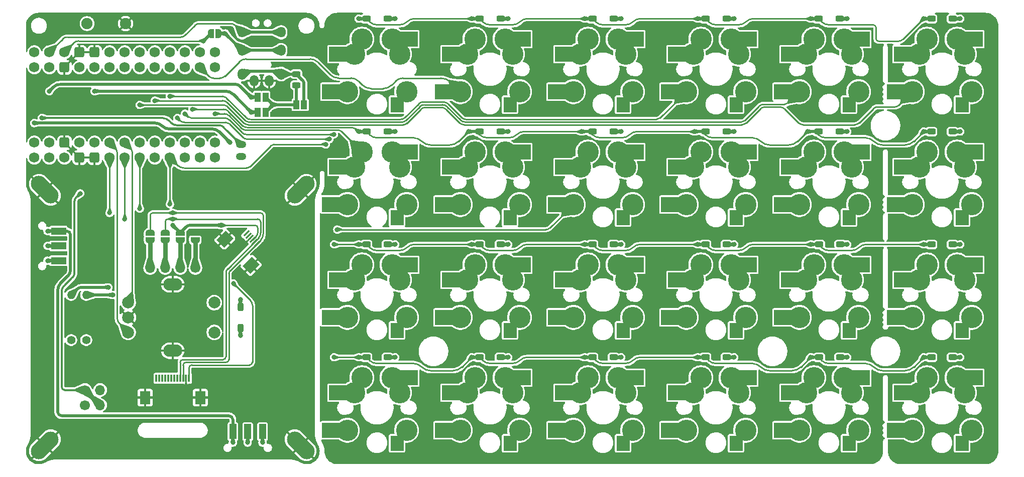
<source format=gbr>
%TF.GenerationSoftware,KiCad,Pcbnew,9.0.5-9.0.5~ubuntu24.04.1*%
%TF.CreationDate,2025-10-31T15:41:01+08:00*%
%TF.ProjectId,TPS,5450532e-6b69-4636-9164-5f7063625858,rev?*%
%TF.SameCoordinates,Original*%
%TF.FileFunction,Copper,L2,Bot*%
%TF.FilePolarity,Positive*%
%FSLAX46Y46*%
G04 Gerber Fmt 4.6, Leading zero omitted, Abs format (unit mm)*
G04 Created by KiCad (PCBNEW 9.0.5-9.0.5~ubuntu24.04.1) date 2025-10-31 15:41:01*
%MOMM*%
%LPD*%
G01*
G04 APERTURE LIST*
G04 Aperture macros list*
%AMRoundRect*
0 Rectangle with rounded corners*
0 $1 Rounding radius*
0 $2 $3 $4 $5 $6 $7 $8 $9 X,Y pos of 4 corners*
0 Add a 4 corners polygon primitive as box body*
4,1,4,$2,$3,$4,$5,$6,$7,$8,$9,$2,$3,0*
0 Add four circle primitives for the rounded corners*
1,1,$1+$1,$2,$3*
1,1,$1+$1,$4,$5*
1,1,$1+$1,$6,$7*
1,1,$1+$1,$8,$9*
0 Add four rect primitives between the rounded corners*
20,1,$1+$1,$2,$3,$4,$5,0*
20,1,$1+$1,$4,$5,$6,$7,0*
20,1,$1+$1,$6,$7,$8,$9,0*
20,1,$1+$1,$8,$9,$2,$3,0*%
%AMHorizOval*
0 Thick line with rounded ends*
0 $1 width*
0 $2 $3 position (X,Y) of the first rounded end (center of the circle)*
0 $4 $5 position (X,Y) of the second rounded end (center of the circle)*
0 Add line between two ends*
20,1,$1,$2,$3,$4,$5,0*
0 Add two circle primitives to create the rounded ends*
1,1,$1,$2,$3*
1,1,$1,$4,$5*%
%AMRotRect*
0 Rectangle, with rotation*
0 The origin of the aperture is its center*
0 $1 length*
0 $2 width*
0 $3 Rotation angle, in degrees counterclockwise*
0 Add horizontal line*
21,1,$1,$2,0,0,$3*%
%AMOutline4P*
0 Free polygon, 4 corners , with rotation*
0 The origin of the aperture is its center*
0 number of corners: always 4*
0 $1 to $8 corner X, Y*
0 $9 Rotation angle, in degrees counterclockwise*
0 create outline with 4 corners*
4,1,4,$1,$2,$3,$4,$5,$6,$7,$8,$1,$2,$9*%
%AMFreePoly0*
4,1,23,0.500000,-0.750000,0.000000,-0.750000,0.000000,-0.745722,-0.065263,-0.745722,-0.191342,-0.711940,-0.304381,-0.646677,-0.396677,-0.554381,-0.461940,-0.441342,-0.495722,-0.315263,-0.495722,-0.250000,-0.500000,-0.250000,-0.500000,0.250000,-0.495722,0.250000,-0.495722,0.315263,-0.461940,0.441342,-0.396677,0.554381,-0.304381,0.646677,-0.191342,0.711940,-0.065263,0.745722,0.000000,0.745722,
0.000000,0.750000,0.500000,0.750000,0.500000,-0.750000,0.500000,-0.750000,$1*%
%AMFreePoly1*
4,1,23,0.000000,0.745722,0.065263,0.745722,0.191342,0.711940,0.304381,0.646677,0.396677,0.554381,0.461940,0.441342,0.495722,0.315263,0.495722,0.250000,0.500000,0.250000,0.500000,-0.250000,0.495722,-0.250000,0.495722,-0.315263,0.461940,-0.441342,0.396677,-0.554381,0.304381,-0.646677,0.191342,-0.711940,0.065263,-0.745722,0.000000,-0.745722,0.000000,-0.750000,-0.500000,-0.750000,
-0.500000,0.750000,0.000000,0.750000,0.000000,0.745722,0.000000,0.745722,$1*%
G04 Aperture macros list end*
%TA.AperFunction,SMDPad,CuDef*%
%ADD10RoundRect,0.250000X0.450000X0.250000X-0.450000X0.250000X-0.450000X-0.250000X0.450000X-0.250000X0*%
%TD*%
%TA.AperFunction,ComponentPad*%
%ADD11HorizOval,2.700000X0.989949X0.989949X-0.989949X-0.989949X0*%
%TD*%
%TA.AperFunction,SMDPad,CuDef*%
%ADD12Outline4P,-1.079500X-1.250000X1.079500X-1.250000X1.079500X1.250000X-1.079500X1.250000X180.000000*%
%TD*%
%TA.AperFunction,SMDPad,CuDef*%
%ADD13Outline4P,-1.925000X-1.250000X1.925000X-1.250000X1.925000X1.250000X-1.925000X1.250000X180.000000*%
%TD*%
%TA.AperFunction,SMDPad,CuDef*%
%ADD14Outline4P,-1.775000X-1.250000X1.775000X-1.250000X1.775000X1.250000X-1.775000X1.250000X0.000000*%
%TD*%
%TA.AperFunction,ComponentPad*%
%ADD15C,3.600000*%
%TD*%
%TA.AperFunction,ComponentPad*%
%ADD16O,1.500000X1.900000*%
%TD*%
%TA.AperFunction,ComponentPad*%
%ADD17O,1.500000X1.800000*%
%TD*%
%TA.AperFunction,SMDPad,CuDef*%
%ADD18RoundRect,0.250000X0.250000X-0.450000X0.250000X0.450000X-0.250000X0.450000X-0.250000X-0.450000X0*%
%TD*%
%TA.AperFunction,ComponentPad*%
%ADD19C,2.000000*%
%TD*%
%TA.AperFunction,ComponentPad*%
%ADD20O,3.200000X2.100000*%
%TD*%
%TA.AperFunction,ComponentPad*%
%ADD21C,1.400000*%
%TD*%
%TA.AperFunction,ComponentPad*%
%ADD22O,1.400000X1.400000*%
%TD*%
%TA.AperFunction,ComponentPad*%
%ADD23HorizOval,2.700000X-0.989949X-0.989949X0.989949X0.989949X0*%
%TD*%
%TA.AperFunction,SMDPad,CuDef*%
%ADD24Outline4P,-0.600000X-1.250000X0.600000X-1.250000X0.600000X1.250000X-0.600000X1.250000X270.000000*%
%TD*%
%TA.AperFunction,ComponentPad*%
%ADD25C,1.900000*%
%TD*%
%TA.AperFunction,ComponentPad*%
%ADD26C,1.700000*%
%TD*%
%TA.AperFunction,ComponentPad*%
%ADD27O,1.700000X1.700000*%
%TD*%
%TA.AperFunction,ComponentPad*%
%ADD28HorizOval,2.700000X-0.989949X0.989949X0.989949X-0.989949X0*%
%TD*%
%TA.AperFunction,ComponentPad*%
%ADD29O,1.750000X1.200000*%
%TD*%
%TA.AperFunction,SMDPad,CuDef*%
%ADD30Outline4P,-0.600000X-1.250000X0.600000X-1.250000X0.600000X1.250000X-0.600000X1.250000X0.000000*%
%TD*%
%TA.AperFunction,SMDPad,CuDef*%
%ADD31RoundRect,0.243750X0.456250X-0.243750X0.456250X0.243750X-0.456250X0.243750X-0.456250X-0.243750X0*%
%TD*%
%TA.AperFunction,SMDPad,CuDef*%
%ADD32FreePoly0,90.000000*%
%TD*%
%TA.AperFunction,SMDPad,CuDef*%
%ADD33FreePoly1,90.000000*%
%TD*%
%TA.AperFunction,SMDPad,CuDef*%
%ADD34R,1.000000X1.500000*%
%TD*%
%TA.AperFunction,SMDPad,CuDef*%
%ADD35RotRect,0.300000X1.300000X135.000000*%
%TD*%
%TA.AperFunction,SMDPad,CuDef*%
%ADD36RotRect,1.800000X2.200000X135.000000*%
%TD*%
%TA.AperFunction,SMDPad,CuDef*%
%ADD37FreePoly0,0.000000*%
%TD*%
%TA.AperFunction,SMDPad,CuDef*%
%ADD38FreePoly1,0.000000*%
%TD*%
%TA.AperFunction,SMDPad,CuDef*%
%ADD39R,0.300000X1.300000*%
%TD*%
%TA.AperFunction,SMDPad,CuDef*%
%ADD40R,1.800000X2.200000*%
%TD*%
%TA.AperFunction,ComponentPad*%
%ADD41C,1.752600*%
%TD*%
%TA.AperFunction,ComponentPad*%
%ADD42RoundRect,0.438150X-0.438150X-0.438150X0.438150X-0.438150X0.438150X0.438150X-0.438150X0.438150X0*%
%TD*%
%TA.AperFunction,ComponentPad*%
%ADD43RoundRect,0.438150X0.438150X0.438150X-0.438150X0.438150X-0.438150X-0.438150X0.438150X-0.438150X0*%
%TD*%
%TA.AperFunction,ViaPad*%
%ADD44C,0.800000*%
%TD*%
%TA.AperFunction,Conductor*%
%ADD45C,0.250000*%
%TD*%
%TA.AperFunction,Conductor*%
%ADD46C,0.500000*%
%TD*%
%TA.AperFunction,Conductor*%
%ADD47C,0.350000*%
%TD*%
%TA.AperFunction,Conductor*%
%ADD48C,0.750000*%
%TD*%
G04 APERTURE END LIST*
D10*
%TO.P,D13,1*%
%TO.N,row0*%
X153025000Y-30000000D03*
%TO.P,D13,2*%
%TO.N,Net-(D13-Pad2)*%
X156575000Y-30000000D03*
%TD*%
D11*
%TO.P,H10,*%
%TO.N,GND*%
X84775000Y-58886000D03*
%TD*%
D10*
%TO.P,D20,1*%
%TO.N,row3*%
X172205000Y-87150000D03*
%TO.P,D20,2*%
%TO.N,Net-(D20-Pad2)*%
X175755000Y-87150000D03*
%TD*%
D12*
%TO.P,K16,1,1*%
%TO.N,col2*%
X146629000Y-99475000D03*
D13*
X147475000Y-99475000D03*
D12*
X147803000Y-93135000D03*
D14*
X148499000Y-93135000D03*
D15*
X149800000Y-99475000D03*
X150990000Y-93135000D03*
X152260000Y-90595000D03*
%TO.P,K16,2,2*%
%TO.N,Net-(D16-Pad2)*%
X157340000Y-90595000D03*
D12*
X158181000Y-101675000D03*
D15*
X158610000Y-93135000D03*
X159800000Y-99475000D03*
D14*
X159900000Y-90595000D03*
D12*
X160596000Y-90595000D03*
%TD*%
D10*
%TO.P,D1,1*%
%TO.N,row0*%
X95875000Y-30000000D03*
%TO.P,D1,2*%
%TO.N,Net-(D1-Pad2)*%
X99425000Y-30000000D03*
%TD*%
%TO.P,D18,1*%
%TO.N,row1*%
X172075000Y-49050000D03*
%TO.P,D18,2*%
%TO.N,Net-(D18-Pad2)*%
X175625000Y-49050000D03*
%TD*%
D12*
%TO.P,K3,1,1*%
%TO.N,col5*%
X89479000Y-80425000D03*
D13*
X90325000Y-80425000D03*
D12*
X90653000Y-74085000D03*
D14*
X91349000Y-74085000D03*
D15*
X92650000Y-80425000D03*
X93840000Y-74085000D03*
X95110000Y-71545000D03*
%TO.P,K3,2,2*%
%TO.N,Net-(D3-Pad2)*%
X100190000Y-71545000D03*
D12*
X101031000Y-82625000D03*
D15*
X101460000Y-74085000D03*
X102650000Y-80425000D03*
D14*
X102750000Y-71545000D03*
D12*
X103446000Y-71545000D03*
%TD*%
%TO.P,K4,1,1*%
%TO.N,col5*%
X89479000Y-99475000D03*
D13*
X90325000Y-99475000D03*
D12*
X90653000Y-93135000D03*
D14*
X91349000Y-93135000D03*
D15*
X92650000Y-99475000D03*
X93840000Y-93135000D03*
X95110000Y-90595000D03*
%TO.P,K4,2,2*%
%TO.N,Net-(D4-Pad2)*%
X100190000Y-90595000D03*
D12*
X101031000Y-101675000D03*
D15*
X101460000Y-93135000D03*
X102650000Y-99475000D03*
D14*
X102750000Y-90595000D03*
D12*
X103446000Y-90595000D03*
%TD*%
D10*
%TO.P,D22,1*%
%TO.N,row1*%
X191125000Y-49050000D03*
%TO.P,D22,2*%
%TO.N,Net-(D22-Pad2)*%
X194675000Y-49050000D03*
%TD*%
D12*
%TO.P,K1,1,1*%
%TO.N,col5*%
X89479000Y-42325000D03*
D13*
X90325000Y-42325000D03*
D12*
X90653000Y-35985000D03*
D14*
X91349000Y-35985000D03*
D15*
X92650000Y-42325000D03*
X93840000Y-35985000D03*
X95110000Y-33445000D03*
%TO.P,K1,2,2*%
%TO.N,Net-(D1-Pad2)*%
X100190000Y-33445000D03*
D12*
X101031000Y-44525000D03*
D15*
X101460000Y-35985000D03*
X102650000Y-42325000D03*
D14*
X102750000Y-33445000D03*
D12*
X103446000Y-33445000D03*
%TD*%
D10*
%TO.P,D6,1*%
%TO.N,row1*%
X114925000Y-49050000D03*
%TO.P,D6,2*%
%TO.N,Net-(D6-Pad2)*%
X118475000Y-49050000D03*
%TD*%
D12*
%TO.P,K7,1,1*%
%TO.N,col4*%
X108529000Y-80425000D03*
D13*
X109375000Y-80425000D03*
D12*
X109703000Y-74085000D03*
D14*
X110399000Y-74085000D03*
D15*
X111700000Y-80425000D03*
X112890000Y-74085000D03*
X114160000Y-71545000D03*
%TO.P,K7,2,2*%
%TO.N,Net-(D7-Pad2)*%
X119240000Y-71545000D03*
D12*
X120081000Y-82625000D03*
D15*
X120510000Y-74085000D03*
X121700000Y-80425000D03*
D14*
X121800000Y-71545000D03*
D12*
X122496000Y-71545000D03*
%TD*%
D16*
%TO.P,T1,1,T/VCC*%
%TO.N,Net-(JP15-B)*%
X74914000Y-39350000D03*
X81514000Y-39350000D03*
D17*
%TO.P,T1,2,R/SNL*%
%TO.N,TX*%
X74914000Y-32302000D03*
X81514000Y-32302000D03*
D16*
%TO.P,T1,3,R/GND*%
%TO.N,Net-(JP13-B)*%
X74914000Y-35350000D03*
X81514000Y-35350000D03*
%TO.P,T1,4,S/No*%
%TO.N,GND*%
X76914000Y-40450000D03*
X79514000Y-40450000D03*
%TD*%
D12*
%TO.P,K9,1,1*%
%TO.N,col3*%
X127579000Y-42325000D03*
D13*
X128425000Y-42325000D03*
D12*
X128753000Y-35985000D03*
D14*
X129449000Y-35985000D03*
D15*
X130750000Y-42325000D03*
X131940000Y-35985000D03*
X133210000Y-33445000D03*
%TO.P,K9,2,2*%
%TO.N,Net-(D9-Pad2)*%
X138290000Y-33445000D03*
D12*
X139131000Y-44525000D03*
D15*
X139560000Y-35985000D03*
X140750000Y-42325000D03*
D14*
X140850000Y-33445000D03*
D12*
X141546000Y-33445000D03*
%TD*%
D10*
%TO.P,D2,1*%
%TO.N,row1*%
X95875000Y-49050000D03*
%TO.P,D2,2*%
%TO.N,Net-(D2-Pad2)*%
X99425000Y-49050000D03*
%TD*%
%TO.P,D7,1*%
%TO.N,row2*%
X114925000Y-68100000D03*
%TO.P,D7,2*%
%TO.N,Net-(D7-Pad2)*%
X118475000Y-68100000D03*
%TD*%
D12*
%TO.P,K17,1,1*%
%TO.N,col1*%
X165679000Y-42325000D03*
D13*
X166525000Y-42325000D03*
D12*
X166853000Y-35985000D03*
D14*
X167549000Y-35985000D03*
D15*
X168850000Y-42325000D03*
X170040000Y-35985000D03*
X171310000Y-33445000D03*
%TO.P,K17,2,2*%
%TO.N,Net-(D17-Pad2)*%
X176390000Y-33445000D03*
D12*
X177231000Y-44525000D03*
D15*
X177660000Y-35985000D03*
X178850000Y-42325000D03*
D14*
X178950000Y-33445000D03*
D12*
X179646000Y-33445000D03*
%TD*%
%TO.P,K22,1,1*%
%TO.N,col0*%
X184729000Y-61375000D03*
D13*
X185575000Y-61375000D03*
D12*
X185903000Y-55035000D03*
D14*
X186599000Y-55035000D03*
D15*
X187900000Y-61375000D03*
X189090000Y-55035000D03*
X190360000Y-52495000D03*
%TO.P,K22,2,2*%
%TO.N,Net-(D22-Pad2)*%
X195440000Y-52495000D03*
D12*
X196281000Y-63575000D03*
D15*
X196710000Y-55035000D03*
X197900000Y-61375000D03*
D14*
X198000000Y-52495000D03*
D12*
X198696000Y-52495000D03*
%TD*%
%TO.P,K21,1,1*%
%TO.N,col0*%
X184729000Y-42325000D03*
D13*
X185575000Y-42325000D03*
D12*
X185903000Y-35985000D03*
D14*
X186599000Y-35985000D03*
D15*
X187900000Y-42325000D03*
X189090000Y-35985000D03*
X190360000Y-33445000D03*
%TO.P,K21,2,2*%
%TO.N,Net-(D21-Pad2)*%
X195440000Y-33445000D03*
D12*
X196281000Y-44525000D03*
D15*
X196710000Y-35985000D03*
X197900000Y-42325000D03*
D14*
X198000000Y-33445000D03*
D12*
X198696000Y-33445000D03*
%TD*%
D10*
%TO.P,D19,1*%
%TO.N,row2*%
X172205000Y-68100000D03*
%TO.P,D19,2*%
%TO.N,Net-(D19-Pad2)*%
X175755000Y-68100000D03*
%TD*%
D12*
%TO.P,K23,1,1*%
%TO.N,col0*%
X184729000Y-80425000D03*
D13*
X185575000Y-80425000D03*
D12*
X185903000Y-74085000D03*
D14*
X186599000Y-74085000D03*
D15*
X187900000Y-80425000D03*
X189090000Y-74085000D03*
X190360000Y-71545000D03*
%TO.P,K23,2,2*%
%TO.N,Net-(D23-Pad2)*%
X195440000Y-71545000D03*
D12*
X196281000Y-82625000D03*
D15*
X196710000Y-74085000D03*
X197900000Y-80425000D03*
D14*
X198000000Y-71545000D03*
D12*
X198696000Y-71545000D03*
%TD*%
D10*
%TO.P,D12,1*%
%TO.N,row3*%
X133975000Y-87150000D03*
%TO.P,D12,2*%
%TO.N,Net-(D12-Pad2)*%
X137525000Y-87150000D03*
%TD*%
D18*
%TO.P,D25,1*%
%TO.N,row3*%
X74638000Y-78668000D03*
%TO.P,D25,2*%
%TO.N,Net-(D25-Pad2)*%
X74638000Y-82218000D03*
%TD*%
D12*
%TO.P,K18,1,1*%
%TO.N,col1*%
X165679000Y-61375000D03*
D13*
X166525000Y-61375000D03*
D12*
X166853000Y-55035000D03*
D14*
X167549000Y-55035000D03*
D15*
X168850000Y-61375000D03*
X170040000Y-55035000D03*
X171310000Y-52495000D03*
%TO.P,K18,2,2*%
%TO.N,Net-(D18-Pad2)*%
X176390000Y-52495000D03*
D12*
X177231000Y-63575000D03*
D15*
X177660000Y-55035000D03*
X178850000Y-61375000D03*
D14*
X178950000Y-52495000D03*
D12*
X179646000Y-52495000D03*
%TD*%
D10*
%TO.P,D4,1*%
%TO.N,row3*%
X95875000Y-87150000D03*
%TO.P,D4,2*%
%TO.N,Net-(D4-Pad2)*%
X99425000Y-87150000D03*
%TD*%
%TO.P,D14,1*%
%TO.N,row1*%
X153025000Y-49050000D03*
%TO.P,D14,2*%
%TO.N,Net-(D14-Pad2)*%
X156575000Y-49050000D03*
%TD*%
%TO.P,D11,1*%
%TO.N,row2*%
X133975000Y-68100000D03*
%TO.P,D11,2*%
%TO.N,Net-(D11-Pad2)*%
X137525000Y-68100000D03*
%TD*%
%TO.P,D10,1*%
%TO.N,row1*%
X133975000Y-49050000D03*
%TO.P,D10,2*%
%TO.N,Net-(D10-Pad2)*%
X137525000Y-49050000D03*
%TD*%
D19*
%TO.P,K25,A,CLK*%
%TO.N,X{slash}A*%
X55718000Y-77943000D03*
%TO.P,K25,B,DT*%
%TO.N,Y{slash}B*%
X55718000Y-82943000D03*
%TO.P,K25,C,GND*%
%TO.N,GND*%
X55718000Y-80443000D03*
D20*
X63218000Y-74843000D03*
X63218000Y-86043000D03*
D19*
%TO.P,K25,S1,SW*%
%TO.N,col6*%
X70218000Y-77943000D03*
%TO.P,K25,S2,GND*%
%TO.N,Net-(D25-Pad2)*%
X70218000Y-82943000D03*
%TD*%
D12*
%TO.P,K13,1,1*%
%TO.N,col2*%
X146629000Y-42325000D03*
D13*
X147475000Y-42325000D03*
D12*
X147803000Y-35985000D03*
D14*
X148499000Y-35985000D03*
D15*
X149800000Y-42325000D03*
X150990000Y-35985000D03*
X152260000Y-33445000D03*
%TO.P,K13,2,2*%
%TO.N,Net-(D13-Pad2)*%
X157340000Y-33445000D03*
D12*
X158181000Y-44525000D03*
D15*
X158610000Y-35985000D03*
X159800000Y-42325000D03*
D14*
X159900000Y-33445000D03*
D12*
X160596000Y-33445000D03*
%TD*%
D21*
%TO.P,R1,1*%
%TO.N,+3V3*%
X46110000Y-84253000D03*
D22*
%TO.P,R1,2*%
%TO.N,SDA*%
X46110000Y-76633000D03*
%TD*%
D23*
%TO.P,H9,*%
%TO.N,GND*%
X41661000Y-102000000D03*
%TD*%
D12*
%TO.P,K12,1,1*%
%TO.N,col3*%
X127579000Y-99475000D03*
D13*
X128425000Y-99475000D03*
D12*
X128753000Y-93135000D03*
D14*
X129449000Y-93135000D03*
D15*
X130750000Y-99475000D03*
X131940000Y-93135000D03*
X133210000Y-90595000D03*
%TO.P,K12,2,2*%
%TO.N,Net-(D12-Pad2)*%
X138290000Y-90595000D03*
D12*
X139131000Y-101675000D03*
D15*
X139560000Y-93135000D03*
X140750000Y-99475000D03*
D14*
X140850000Y-90595000D03*
D12*
X141546000Y-90595000D03*
%TD*%
D10*
%TO.P,D16,1*%
%TO.N,row3*%
X153025000Y-87150000D03*
%TO.P,D16,2*%
%TO.N,Net-(D16-Pad2)*%
X156575000Y-87150000D03*
%TD*%
%TO.P,D17,1*%
%TO.N,row0*%
X172075000Y-30000000D03*
%TO.P,D17,2*%
%TO.N,Net-(D17-Pad2)*%
X175625000Y-30000000D03*
%TD*%
D24*
%TO.P,SW2,1,A*%
%TO.N,BAT+*%
X43964000Y-65850000D03*
%TO.P,SW2,2,B*%
%TO.N,Net-(J4-Pin_1)*%
X43964000Y-68350000D03*
%TO.P,SW2,3,C*%
%TO.N,unconnected-(SW2-C-Pad3)_1*%
X43964000Y-70850000D03*
%TD*%
D25*
%TO.P,SW1,1,1*%
%TO.N,GND*%
X55271000Y-30823000D03*
%TO.P,SW1,2,2*%
%TO.N,Net-(U1-RST)*%
X48771000Y-30823000D03*
%TD*%
D12*
%TO.P,K14,1,1*%
%TO.N,col2*%
X146629000Y-61375000D03*
D13*
X147475000Y-61375000D03*
D12*
X147803000Y-55035000D03*
D14*
X148499000Y-55035000D03*
D15*
X149800000Y-61375000D03*
X150990000Y-55035000D03*
X152260000Y-52495000D03*
%TO.P,K14,2,2*%
%TO.N,Net-(D14-Pad2)*%
X157340000Y-52495000D03*
D12*
X158181000Y-63575000D03*
D15*
X158610000Y-55035000D03*
X159800000Y-61375000D03*
D14*
X159900000Y-52495000D03*
D12*
X160596000Y-52495000D03*
%TD*%
D26*
%TO.P,J7,1,Pin_1*%
%TO.N,Net-(J7-Pin_1)*%
X48439000Y-95222000D03*
D27*
%TO.P,J7,2,Pin_2*%
%TO.N,BAT-*%
X50979000Y-95222000D03*
%TD*%
D10*
%TO.P,D3,1*%
%TO.N,row2*%
X95875000Y-68100000D03*
%TO.P,D3,2*%
%TO.N,Net-(D3-Pad2)*%
X99425000Y-68100000D03*
%TD*%
D12*
%TO.P,K5,1,1*%
%TO.N,col4*%
X108529000Y-42325000D03*
D13*
X109375000Y-42325000D03*
D12*
X109703000Y-35985000D03*
D14*
X110399000Y-35985000D03*
D15*
X111700000Y-42325000D03*
X112890000Y-35985000D03*
X114160000Y-33445000D03*
%TO.P,K5,2,2*%
%TO.N,Net-(D5-Pad2)*%
X119240000Y-33445000D03*
D12*
X120081000Y-44525000D03*
D15*
X120510000Y-35985000D03*
X121700000Y-42325000D03*
D14*
X121800000Y-33445000D03*
D12*
X122496000Y-33445000D03*
%TD*%
%TO.P,K11,1,1*%
%TO.N,col3*%
X127579000Y-80425000D03*
D13*
X128425000Y-80425000D03*
D12*
X128753000Y-74085000D03*
D14*
X129449000Y-74085000D03*
D15*
X130750000Y-80425000D03*
X131940000Y-74085000D03*
X133210000Y-71545000D03*
%TO.P,K11,2,2*%
%TO.N,Net-(D11-Pad2)*%
X138290000Y-71545000D03*
D12*
X139131000Y-82625000D03*
D15*
X139560000Y-74085000D03*
X140750000Y-80425000D03*
D14*
X140850000Y-71545000D03*
D12*
X141546000Y-71545000D03*
%TD*%
D10*
%TO.P,D15,1*%
%TO.N,row2*%
X153025000Y-68100000D03*
%TO.P,D15,2*%
%TO.N,Net-(D15-Pad2)*%
X156575000Y-68100000D03*
%TD*%
D12*
%TO.P,K20,1,1*%
%TO.N,col1*%
X165679000Y-99475000D03*
D13*
X166525000Y-99475000D03*
D12*
X166853000Y-93135000D03*
D14*
X167549000Y-93135000D03*
D15*
X168850000Y-99475000D03*
X170040000Y-93135000D03*
X171310000Y-90595000D03*
%TO.P,K20,2,2*%
%TO.N,Net-(D20-Pad2)*%
X176390000Y-90595000D03*
D12*
X177231000Y-101675000D03*
D15*
X177660000Y-93135000D03*
X178850000Y-99475000D03*
D14*
X178950000Y-90595000D03*
D12*
X179646000Y-90595000D03*
%TD*%
%TO.P,K15,1,1*%
%TO.N,col2*%
X146629000Y-80425000D03*
D13*
X147475000Y-80425000D03*
D12*
X147803000Y-74085000D03*
D14*
X148499000Y-74085000D03*
D15*
X149800000Y-80425000D03*
X150990000Y-74085000D03*
X152260000Y-71545000D03*
%TO.P,K15,2,2*%
%TO.N,Net-(D15-Pad2)*%
X157340000Y-71545000D03*
D12*
X158181000Y-82625000D03*
D15*
X158610000Y-74085000D03*
X159800000Y-80425000D03*
D14*
X159900000Y-71545000D03*
D12*
X160596000Y-71545000D03*
%TD*%
D28*
%TO.P,H8,*%
%TO.N,GND*%
X41661000Y-58886000D03*
%TD*%
D10*
%TO.P,D8,1*%
%TO.N,row3*%
X114925000Y-87150000D03*
%TO.P,D8,2*%
%TO.N,Net-(D8-Pad2)*%
X118475000Y-87150000D03*
%TD*%
D12*
%TO.P,K10,1,1*%
%TO.N,col3*%
X127579000Y-61375000D03*
D13*
X128425000Y-61375000D03*
D12*
X128753000Y-55035000D03*
D14*
X129449000Y-55035000D03*
D15*
X130750000Y-61375000D03*
X131940000Y-55035000D03*
X133210000Y-52495000D03*
%TO.P,K10,2,2*%
%TO.N,Net-(D10-Pad2)*%
X138290000Y-52495000D03*
D12*
X139131000Y-63575000D03*
D15*
X139560000Y-55035000D03*
X140750000Y-61375000D03*
D14*
X140850000Y-52495000D03*
D12*
X141546000Y-52495000D03*
%TD*%
D10*
%TO.P,D9,1*%
%TO.N,row0*%
X133975000Y-30000000D03*
%TO.P,D9,2*%
%TO.N,Net-(D9-Pad2)*%
X137525000Y-30000000D03*
%TD*%
D29*
%TO.P,J4,1,Pin_1*%
%TO.N,Net-(J4-Pin_1)*%
X74731000Y-53236000D03*
%TO.P,J4,2,Pin_2*%
%TO.N,BAT-*%
X74731000Y-51236000D03*
%TD*%
D10*
%TO.P,D24,1*%
%TO.N,row3*%
X191125000Y-87150000D03*
%TO.P,D24,2*%
%TO.N,Net-(D24-Pad2)*%
X194675000Y-87150000D03*
%TD*%
D26*
%TO.P,J1,1,Pin_1*%
%TO.N,Net-(J1-Pin_1)*%
X67027500Y-72073000D03*
D27*
%TO.P,J1,2,Pin_2*%
%TO.N,Net-(J1-Pin_2)*%
X64487500Y-72073000D03*
%TO.P,J1,3,Pin_3*%
%TO.N,Net-(J1-Pin_3)*%
X61947500Y-72073000D03*
%TO.P,J1,4,Pin_4*%
%TO.N,Net-(J1-Pin_4)*%
X59407500Y-72073000D03*
%TD*%
D12*
%TO.P,K6,1,1*%
%TO.N,col4*%
X108529000Y-61375000D03*
D13*
X109375000Y-61375000D03*
D12*
X109703000Y-55035000D03*
D14*
X110399000Y-55035000D03*
D15*
X111700000Y-61375000D03*
X112890000Y-55035000D03*
X114160000Y-52495000D03*
%TO.P,K6,2,2*%
%TO.N,Net-(D6-Pad2)*%
X119240000Y-52495000D03*
D12*
X120081000Y-63575000D03*
D15*
X120510000Y-55035000D03*
X121700000Y-61375000D03*
D14*
X121800000Y-52495000D03*
D12*
X122496000Y-52495000D03*
%TD*%
D26*
%TO.P,J8,1,Pin_1*%
%TO.N,BAT-*%
X48439000Y-92682000D03*
D27*
%TO.P,J8,2,Pin_2*%
%TO.N,Net-(J7-Pin_1)*%
X50979000Y-92682000D03*
%TD*%
D28*
%TO.P,H11,*%
%TO.N,GND*%
X84775000Y-102000000D03*
%TD*%
D21*
%TO.P,R2,1*%
%TO.N,+3V3*%
X48650000Y-84253000D03*
D22*
%TO.P,R2,2*%
%TO.N,SCL*%
X48650000Y-76633000D03*
%TD*%
D10*
%TO.P,D21,1*%
%TO.N,row0*%
X191125000Y-30000000D03*
%TO.P,D21,2*%
%TO.N,Net-(D21-Pad2)*%
X194675000Y-30000000D03*
%TD*%
%TO.P,D5,1*%
%TO.N,row0*%
X114925000Y-30000000D03*
%TO.P,D5,2*%
%TO.N,Net-(D5-Pad2)*%
X118475000Y-30000000D03*
%TD*%
D12*
%TO.P,K2,1,1*%
%TO.N,col5*%
X89479000Y-61375000D03*
D13*
X90325000Y-61375000D03*
D12*
X90653000Y-55035000D03*
D14*
X91349000Y-55035000D03*
D15*
X92650000Y-61375000D03*
X93840000Y-55035000D03*
X95110000Y-52495000D03*
%TO.P,K2,2,2*%
%TO.N,Net-(D2-Pad2)*%
X100190000Y-52495000D03*
D12*
X101031000Y-63575000D03*
D15*
X101460000Y-55035000D03*
X102650000Y-61375000D03*
D14*
X102750000Y-52495000D03*
D12*
X103446000Y-52495000D03*
%TD*%
D30*
%TO.P,SW3,1,A*%
%TO.N,BAT+*%
X73352000Y-99697000D03*
%TO.P,SW3,2,B*%
%TO.N,Net-(J7-Pin_1)*%
X75852000Y-99697000D03*
%TO.P,SW3,3,C*%
%TO.N,unconnected-(SW3-C-Pad3)*%
X78352000Y-99697000D03*
%TD*%
D10*
%TO.P,D23,1*%
%TO.N,row2*%
X191125000Y-68100000D03*
%TO.P,D23,2*%
%TO.N,Net-(D23-Pad2)*%
X194675000Y-68100000D03*
%TD*%
D12*
%TO.P,K24,1,1*%
%TO.N,col0*%
X184729000Y-99475000D03*
D13*
X185575000Y-99475000D03*
D12*
X185903000Y-93135000D03*
D14*
X186599000Y-93135000D03*
D15*
X187900000Y-99475000D03*
X189090000Y-93135000D03*
X190360000Y-90595000D03*
%TO.P,K24,2,2*%
%TO.N,Net-(D24-Pad2)*%
X195440000Y-90595000D03*
D12*
X196281000Y-101675000D03*
D15*
X196710000Y-93135000D03*
X197900000Y-99475000D03*
D14*
X198000000Y-90595000D03*
D12*
X198696000Y-90595000D03*
%TD*%
%TO.P,K8,1,1*%
%TO.N,col4*%
X108529000Y-99475000D03*
D13*
X109375000Y-99475000D03*
D12*
X109703000Y-93135000D03*
D14*
X110399000Y-93135000D03*
D15*
X111700000Y-99475000D03*
X112890000Y-93135000D03*
X114160000Y-90595000D03*
%TO.P,K8,2,2*%
%TO.N,Net-(D8-Pad2)*%
X119240000Y-90595000D03*
D12*
X120081000Y-101675000D03*
D15*
X120510000Y-93135000D03*
X121700000Y-99475000D03*
D14*
X121800000Y-90595000D03*
D12*
X122496000Y-90595000D03*
%TD*%
%TO.P,K19,1,1*%
%TO.N,col1*%
X165679000Y-80425000D03*
D13*
X166525000Y-80425000D03*
D12*
X166853000Y-74085000D03*
D14*
X167549000Y-74085000D03*
D15*
X168850000Y-80425000D03*
X170040000Y-74085000D03*
X171310000Y-71545000D03*
%TO.P,K19,2,2*%
%TO.N,Net-(D19-Pad2)*%
X176390000Y-71545000D03*
D12*
X177231000Y-82625000D03*
D15*
X177660000Y-74085000D03*
X178850000Y-80425000D03*
D14*
X178950000Y-71545000D03*
D12*
X179646000Y-71545000D03*
%TD*%
D31*
%TO.P,F1,1*%
%TO.N,VCC*%
X84060000Y-41217500D03*
%TO.P,F1,2*%
%TO.N,Net-(JP15-B)*%
X84060000Y-39342500D03*
%TD*%
D32*
%TO.P,JP9,1,A*%
%TO.N,Net-(J1-Pin_1)*%
X67027500Y-67443000D03*
D33*
%TO.P,JP9,2,B*%
%TO.N,GND*%
X67027500Y-66143000D03*
%TD*%
D32*
%TO.P,JP12,1,A*%
%TO.N,Net-(J1-Pin_4)*%
X59407500Y-67443000D03*
D33*
%TO.P,JP12,2,B*%
%TO.N,SDA*%
X59407500Y-66143000D03*
%TD*%
D34*
%TO.P,JP3,1,A*%
%TO.N,VCC*%
X78864000Y-45803000D03*
%TO.P,JP3,2,B*%
%TO.N,+3V3*%
X77564000Y-45803000D03*
%TD*%
D32*
%TO.P,JP11,1,A*%
%TO.N,Net-(J1-Pin_3)*%
X61947500Y-67443000D03*
D33*
%TO.P,JP11,2,B*%
%TO.N,SCL*%
X61947500Y-66143000D03*
%TD*%
D32*
%TO.P,JP10,1,A*%
%TO.N,Net-(J1-Pin_2)*%
X64487500Y-67443000D03*
D33*
%TO.P,JP10,2,B*%
%TO.N,+3V3*%
X64487500Y-66143000D03*
%TD*%
D34*
%TO.P,JP4,1,A*%
%TO.N,VCC*%
X78864000Y-43263000D03*
%TO.P,JP4,2,B*%
%TO.N,RAW*%
X77564000Y-43263000D03*
%TD*%
D35*
%TO.P,J6,1,Pin_1*%
%TO.N,SDA*%
X77410031Y-68018736D03*
%TO.P,J6,2,Pin_2*%
%TO.N,SCL*%
X77056478Y-67665183D03*
%TO.P,J6,3,Pin_3*%
%TO.N,+3V3*%
X76702924Y-67311629D03*
%TO.P,J6,4,Pin_4*%
%TO.N,GND*%
X76349371Y-66958076D03*
%TO.P,J6,5,Pin_5*%
%TO.N,unconnected-(J6-Pin_5-Pad5)*%
X75995817Y-66604522D03*
%TO.P,J6,6,Pin_6*%
%TO.N,unconnected-(J6-Pin_6-Pad6)*%
X75642264Y-66250969D03*
D36*
%TO.P,J6,7,Pin_7*%
%TO.N,GND*%
X76455437Y-71660336D03*
X72000664Y-67205563D03*
%TD*%
D37*
%TO.P,JP14,1,A*%
%TO.N,RX*%
X69666000Y-32501000D03*
D38*
%TO.P,JP14,2,B*%
%TO.N,Net-(JP13-B)*%
X70966000Y-32501000D03*
%TD*%
D34*
%TO.P,JP16,1,A*%
%TO.N,VCC*%
X84060000Y-44533000D03*
%TO.P,JP16,2,B*%
%TO.N,Net-(JP15-B)*%
X85360000Y-44533000D03*
%TD*%
D39*
%TO.P,J3,1,Pin_1*%
%TO.N,+3V3*%
X65968000Y-90702000D03*
%TO.P,J3,2,Pin_2*%
%TO.N,GND*%
X65468000Y-90702000D03*
%TO.P,J3,3,Pin_3*%
%TO.N,SDA*%
X64968000Y-90702000D03*
%TO.P,J3,4,Pin_4*%
%TO.N,SCL*%
X64468000Y-90702000D03*
%TO.P,J3,5,Pin_5*%
%TO.N,unconnected-(J3-Pin_5-Pad5)*%
X63968000Y-90702000D03*
%TO.P,J3,6,Pin_6*%
%TO.N,unconnected-(J3-Pin_6-Pad6)*%
X63468000Y-90702000D03*
%TO.P,J3,7,Pin_7*%
%TO.N,unconnected-(J3-Pin_7-Pad7)*%
X62968000Y-90702000D03*
%TO.P,J3,8,Pin_8*%
%TO.N,unconnected-(J3-Pin_8-Pad8)*%
X62468000Y-90702000D03*
%TO.P,J3,9,Pin_9*%
%TO.N,unconnected-(J3-Pin_9-Pad9)*%
X61968000Y-90702000D03*
%TO.P,J3,10,Pin_10*%
%TO.N,unconnected-(J3-Pin_10-Pad10)*%
X61468000Y-90702000D03*
%TO.P,J3,11,Pin_11*%
%TO.N,unconnected-(J3-Pin_11-Pad11)*%
X60968000Y-90702000D03*
%TO.P,J3,12,Pin_12*%
%TO.N,unconnected-(J3-Pin_12-Pad12)*%
X60468000Y-90702000D03*
D40*
%TO.P,J3,13,Pin_13*%
%TO.N,GND*%
X67868000Y-93952000D03*
X58568000Y-93952000D03*
%TD*%
D41*
%TO.P,U1,1,?*%
%TO.N,BAT-*%
X39881000Y-35681000D03*
X39881000Y-53461000D03*
%TO.P,U1,2,0/PD3*%
%TO.N,TX*%
X42421000Y-35681000D03*
X42421000Y-53461000D03*
%TO.P,U1,3,1/PD2*%
%TO.N,RX*%
X44961000Y-35681000D03*
X44961000Y-53461000D03*
D42*
%TO.P,U1,4,GND*%
%TO.N,GND*%
X47501000Y-35681000D03*
D43*
X47501000Y-53461000D03*
D42*
%TO.P,U1,5,GND*%
X50041000Y-35681000D03*
D43*
X50041000Y-53461000D03*
D41*
%TO.P,U1,6,2/PD1*%
%TO.N,SDA*%
X52581000Y-35681000D03*
X52581000Y-53461000D03*
%TO.P,U1,7,3/PD0*%
%TO.N,SCL*%
X55121000Y-35681000D03*
X55121000Y-53461000D03*
%TO.P,U1,8,4/PD4*%
%TO.N,col6*%
X57661000Y-35681000D03*
X57661000Y-53461000D03*
%TO.P,U1,9,5/PC6*%
%TO.N,unconnected-(U1-5{slash}PC6-Pad9)_1*%
X60201000Y-35681000D03*
X60201000Y-53461000D03*
%TO.P,U1,10,6/PD7*%
%TO.N,row3*%
X62741000Y-35681000D03*
X62741000Y-53461000D03*
%TO.P,U1,11,7/PE6*%
%TO.N,row2*%
X65281000Y-35681000D03*
X65281000Y-53461000D03*
%TO.P,U1,12,8/PB4*%
%TO.N,row1*%
X67821000Y-35681000D03*
X67821000Y-53461000D03*
%TO.P,U1,13,9/PB5*%
%TO.N,row0*%
X70361000Y-35681000D03*
X70361000Y-53461000D03*
%TO.P,U1,14,21/PB6*%
%TO.N,col5*%
X70361000Y-38221000D03*
X70361000Y-50921000D03*
%TO.P,U1,15,23/PB2*%
%TO.N,col4*%
X67821000Y-38221000D03*
X67821000Y-50921000D03*
%TO.P,U1,16,20/PB3*%
%TO.N,col3*%
X65281000Y-38221000D03*
X65281000Y-50921000D03*
%TO.P,U1,17,22/PB1*%
%TO.N,col2*%
X62741000Y-38221000D03*
X62741000Y-50921000D03*
%TO.P,U1,18,26/PF7*%
%TO.N,col1*%
X60201000Y-38221000D03*
X60201000Y-50921000D03*
%TO.P,U1,19,27/PF6*%
%TO.N,col0*%
X57661000Y-38221000D03*
X57661000Y-50921000D03*
%TO.P,U1,20,28/PF5*%
%TO.N,X{slash}A*%
X55121000Y-38221000D03*
X55121000Y-50921000D03*
%TO.P,U1,21,29/PF4*%
%TO.N,Y{slash}B*%
X52581000Y-38221000D03*
X52581000Y-50921000D03*
%TO.P,U1,22,VCC*%
%TO.N,+3V3*%
X50041000Y-38221000D03*
X50041000Y-50921000D03*
%TO.P,U1,23,RST*%
%TO.N,Net-(U1-RST)*%
X47501000Y-38221000D03*
X47501000Y-50921000D03*
D43*
%TO.P,U1,24,GND*%
%TO.N,GND*%
X44961000Y-38221000D03*
D42*
X44961000Y-50921000D03*
D41*
%TO.P,U1,25,B0*%
%TO.N,RAW*%
X42421000Y-38221000D03*
X42421000Y-50921000D03*
%TO.P,U1,26,?*%
%TO.N,BAT+*%
X39881000Y-38221000D03*
X39881000Y-50921000D03*
%TD*%
D44*
%TO.N,row0*%
X132660000Y-30000000D03*
X94560000Y-30000000D03*
X189810000Y-30000000D03*
X113610000Y-30000000D03*
X151710000Y-30000000D03*
X170760000Y-30000000D03*
%TO.N,Net-(D1-Pad2)*%
X100730000Y-30000000D03*
%TO.N,row1*%
X66560000Y-45300000D03*
X113070000Y-49050000D03*
X189810000Y-49050000D03*
X170220000Y-49050000D03*
X132120000Y-49050000D03*
X94560000Y-49050000D03*
X151170000Y-49050000D03*
%TO.N,Net-(D2-Pad2)*%
X100730000Y-49050000D03*
%TO.N,row2*%
X94560000Y-68100000D03*
X132660000Y-68100000D03*
X64020000Y-46780000D03*
X90410000Y-68090000D03*
X113610000Y-68100000D03*
X189810000Y-68100000D03*
X89620000Y-50330000D03*
X170760000Y-68100000D03*
X151710000Y-68100000D03*
%TO.N,Net-(D3-Pad2)*%
X100730000Y-68100000D03*
%TO.N,row3*%
X113610000Y-87150000D03*
X94560000Y-87150000D03*
X89060000Y-51220000D03*
X151710000Y-87150000D03*
X62741000Y-61310000D03*
X170760000Y-87150000D03*
X74638000Y-77363000D03*
X132660000Y-87150000D03*
X90420000Y-87150000D03*
X189810000Y-87150000D03*
%TO.N,Net-(D4-Pad2)*%
X100730000Y-87150000D03*
%TO.N,Net-(D5-Pad2)*%
X119780000Y-30000000D03*
%TO.N,Net-(D6-Pad2)*%
X119780000Y-49050000D03*
%TO.N,Net-(D7-Pad2)*%
X119780000Y-68100000D03*
%TO.N,Net-(D8-Pad2)*%
X119780000Y-87150000D03*
%TO.N,Net-(D9-Pad2)*%
X138830000Y-30000000D03*
%TO.N,Net-(D10-Pad2)*%
X138830000Y-49050000D03*
%TO.N,Net-(D11-Pad2)*%
X138830000Y-68100000D03*
%TO.N,Net-(D12-Pad2)*%
X138830000Y-87150000D03*
%TO.N,Net-(D13-Pad2)*%
X157880000Y-30000000D03*
%TO.N,Net-(D14-Pad2)*%
X157880000Y-49050000D03*
%TO.N,Net-(D15-Pad2)*%
X157880000Y-68100000D03*
%TO.N,Net-(D16-Pad2)*%
X157880000Y-87150000D03*
%TO.N,Net-(D17-Pad2)*%
X176930000Y-30000000D03*
%TO.N,Net-(D18-Pad2)*%
X176930000Y-49050000D03*
%TO.N,Net-(D19-Pad2)*%
X176930000Y-68100000D03*
%TO.N,Net-(D20-Pad2)*%
X176930000Y-87150000D03*
%TO.N,Net-(D21-Pad2)*%
X195980000Y-30000000D03*
%TO.N,Net-(D22-Pad2)*%
X195980000Y-49050000D03*
%TO.N,Net-(D23-Pad2)*%
X195980000Y-68100000D03*
%TO.N,Net-(D24-Pad2)*%
X195980000Y-87150000D03*
%TO.N,col0*%
X57661000Y-44560000D03*
%TO.N,col1*%
X60201000Y-43830000D03*
%TO.N,col2*%
X62741000Y-43100000D03*
%TO.N,col3*%
X90400000Y-49550000D03*
X90950000Y-65600000D03*
X65281000Y-46040000D03*
%TO.N,col5*%
X70361000Y-46040000D03*
%TO.N,GND*%
X181780000Y-38520000D03*
X181780000Y-57570000D03*
X145290000Y-38510000D03*
X44961000Y-44160000D03*
X200530000Y-67090000D03*
X181780000Y-76620000D03*
X200530000Y-86140000D03*
X181780000Y-95670000D03*
X46690000Y-31770000D03*
X65468000Y-92190000D03*
X88125000Y-45780000D03*
X51139276Y-68010724D03*
X200340000Y-31150000D03*
X91540000Y-31130000D03*
X200530000Y-48040000D03*
X60971000Y-92190000D03*
X164340000Y-38510000D03*
X50520000Y-86610000D03*
X88125000Y-35370000D03*
X75283724Y-68023723D03*
X126240000Y-38510000D03*
X107190000Y-38510000D03*
%TO.N,SDA*%
X63220000Y-62780000D03*
X52390000Y-75350000D03*
X52580000Y-62780000D03*
%TO.N,SCL*%
X53120000Y-76633000D03*
X55120000Y-63810000D03*
X63220000Y-63810000D03*
%TO.N,col6*%
X57661000Y-62050000D03*
%TO.N,+3V3*%
X76454000Y-45803000D03*
X71430000Y-64870250D03*
X50041000Y-42230000D03*
X73450000Y-74720000D03*
X63220250Y-64870250D03*
%TO.N,BAT-*%
X47630000Y-59490000D03*
X41150000Y-46770000D03*
%TO.N,VCC*%
X80134000Y-44533000D03*
%TO.N,Net-(D25-Pad2)*%
X74638000Y-83533000D03*
%TO.N,BAT+*%
X42110000Y-65850000D03*
X39881000Y-47620000D03*
X72880000Y-50930000D03*
X73352000Y-101550000D03*
%TO.N,Net-(JP13-B)*%
X72065000Y-32501000D03*
%TO.N,RX*%
X68408501Y-33758501D03*
%TO.N,RAW*%
X76440000Y-43263000D03*
X42421000Y-42230000D03*
%TO.N,unconnected-(SW2-C-Pad3)_1*%
X42110000Y-70850000D03*
%TO.N,Net-(J4-Pin_1)*%
X42110000Y-68350000D03*
%TO.N,Net-(J7-Pin_1)*%
X75852000Y-101550000D03*
%TO.N,unconnected-(SW3-C-Pad3)*%
X78352000Y-101550000D03*
%TD*%
D45*
%TO.N,row0*%
X120518751Y-31040000D02*
X116725140Y-31040000D01*
X182260000Y-33830000D02*
X185500000Y-33830000D01*
X186319412Y-33490589D02*
X189810000Y-30000001D01*
X132660000Y-30000000D02*
X123029533Y-30000000D01*
X181780000Y-31510000D02*
X181780000Y-33350000D01*
X153527500Y-30502500D02*
X153025000Y-30000000D01*
X134477500Y-30502500D02*
X133975000Y-30000000D01*
X96377500Y-30502500D02*
X95875000Y-30000000D01*
X173875140Y-31040000D02*
X181310000Y-31040000D01*
X115427500Y-30502500D02*
X114925000Y-30000000D01*
X113610000Y-30000000D02*
X103979533Y-30000000D01*
X189810000Y-30000001D02*
X189810000Y-30000000D01*
X139568751Y-31040000D02*
X135775140Y-31040000D01*
X172075000Y-30000000D02*
X172577500Y-30502500D01*
X101468751Y-31040000D02*
X97675140Y-31040000D01*
X151710000Y-30000000D02*
X142079533Y-30000000D01*
X158618751Y-31040000D02*
X154825140Y-31040000D01*
D46*
X132660000Y-30000000D02*
X133975000Y-30000000D01*
X151710000Y-30000000D02*
X153025000Y-30000000D01*
X113610000Y-30000000D02*
X114925000Y-30000000D01*
X189810000Y-30000000D02*
X191125000Y-30000000D01*
X170760000Y-30000000D02*
X172075000Y-30000000D01*
X94560000Y-30000000D02*
X95875000Y-30000000D01*
D45*
X170760000Y-30000000D02*
X161129533Y-30000000D01*
X102700000Y-30530000D02*
G75*
G02*
X103979533Y-30000014I1279500J-1279500D01*
G01*
X159850000Y-30530000D02*
G75*
G02*
X161129533Y-30000014I1279500J-1279500D01*
G01*
X102700000Y-30530000D02*
G75*
G02*
X101468751Y-31040021I-1231300J1231300D01*
G01*
X115427500Y-30502500D02*
G75*
G03*
X116725140Y-31039984I1297600J1297600D01*
G01*
X134477500Y-30502500D02*
G75*
G03*
X135775140Y-31039984I1297600J1297600D01*
G01*
X121750000Y-30530000D02*
G75*
G02*
X120518751Y-31040021I-1231300J1231300D01*
G01*
X159850000Y-30530000D02*
G75*
G02*
X158618751Y-31040021I-1231300J1231300D01*
G01*
X185500000Y-33830000D02*
G75*
G03*
X186319407Y-33490584I0J1158800D01*
G01*
X181780000Y-33350000D02*
G75*
G03*
X182260000Y-33830000I480000J0D01*
G01*
X96377500Y-30502500D02*
G75*
G03*
X97675140Y-31039984I1297600J1297600D01*
G01*
X172577500Y-30502500D02*
G75*
G03*
X173875140Y-31039984I1297600J1297600D01*
G01*
X153527500Y-30502500D02*
G75*
G03*
X154825140Y-31039984I1297600J1297600D01*
G01*
X140800000Y-30530000D02*
G75*
G02*
X142079533Y-30000014I1279500J-1279500D01*
G01*
X181310000Y-31040000D02*
G75*
G02*
X181780000Y-31510000I0J-470000D01*
G01*
X140800000Y-30530000D02*
G75*
G02*
X139568751Y-31040021I-1231300J1231300D01*
G01*
X123029533Y-30000000D02*
G75*
G03*
X121749990Y-30529990I-33J-1809500D01*
G01*
D46*
%TO.N,Net-(D1-Pad2)*%
X100730000Y-30000000D02*
X99425000Y-30000000D01*
D45*
%TO.N,row1*%
X66560000Y-45300000D02*
X71820000Y-45300000D01*
X133937500Y-49552500D02*
X133435000Y-49050000D01*
X186656117Y-51320000D02*
X182878528Y-51320000D01*
X141539533Y-49050000D02*
X151170000Y-49050000D01*
X153052500Y-49617500D02*
X152485000Y-49050000D01*
X75770000Y-48370000D02*
X93230000Y-48370000D01*
X168575000Y-50695000D02*
X170220000Y-49050000D01*
X139028751Y-50090000D02*
X135235140Y-50090000D01*
D46*
X189810000Y-49050000D02*
X191125000Y-49050000D01*
D45*
X179909045Y-50090000D02*
X173243216Y-50090000D01*
D46*
X113070000Y-49050000D02*
X114385000Y-49050000D01*
D45*
X167066117Y-51320000D02*
X163828528Y-51320000D01*
D46*
X170220000Y-49050000D02*
X171535000Y-49050000D01*
D45*
X94339620Y-48829620D02*
X94560000Y-49050000D01*
D46*
X94560000Y-49050000D02*
X95875000Y-49050000D01*
D45*
X72571127Y-45611127D02*
X75018873Y-48058873D01*
D46*
X132120000Y-49050000D02*
X133435000Y-49050000D01*
D45*
X172102500Y-49617500D02*
X171535000Y-49050000D01*
D46*
X151170000Y-49050000D02*
X152485000Y-49050000D01*
D45*
X122489533Y-49050000D02*
X132120000Y-49050000D01*
X114887500Y-49552500D02*
X114385000Y-49050000D01*
X113070000Y-49050000D02*
X111425000Y-50695000D01*
X96442500Y-49617500D02*
X95875000Y-49050000D01*
X109916117Y-51320000D02*
X106678528Y-51320000D01*
X189810000Y-49050000D02*
X188165000Y-50695000D01*
X154193216Y-50090000D02*
X160859045Y-50090000D01*
X119978751Y-50090000D02*
X116185140Y-50090000D01*
X97583216Y-50090000D02*
X103709045Y-50090000D01*
X173243216Y-50090000D02*
G75*
G02*
X172102495Y-49617505I-16J1613200D01*
G01*
X140260000Y-49580000D02*
G75*
G02*
X141539533Y-49050014I1279500J-1279500D01*
G01*
X162380000Y-50720000D02*
G75*
G03*
X163828528Y-51319988I1448500J1448500D01*
G01*
X153052500Y-49617500D02*
G75*
G03*
X154193216Y-50089993I1140700J1140700D01*
G01*
X93230000Y-48370000D02*
G75*
G02*
X94339612Y-48829628I0J-1569200D01*
G01*
X71820000Y-45300000D02*
G75*
G02*
X72571137Y-45611117I0J-1062300D01*
G01*
X121210000Y-49580000D02*
G75*
G02*
X119978751Y-50090021I-1231300J1231300D01*
G01*
X111425000Y-50695000D02*
G75*
G02*
X109916117Y-51320007I-1508900J1508900D01*
G01*
X188165000Y-50695000D02*
G75*
G02*
X186656117Y-51320007I-1508900J1508900D01*
G01*
X168575000Y-50695000D02*
G75*
G02*
X167066117Y-51320007I-1508900J1508900D01*
G01*
X75018873Y-48058873D02*
G75*
G03*
X75770000Y-48369987I751127J751173D01*
G01*
X105230000Y-50720000D02*
G75*
G03*
X106678528Y-51319988I1448500J1448500D01*
G01*
X181430000Y-50720000D02*
G75*
G03*
X179909045Y-50089981I-1521000J-1521000D01*
G01*
X105230000Y-50720000D02*
G75*
G03*
X103709045Y-50089981I-1521000J-1521000D01*
G01*
X121210000Y-49580000D02*
G75*
G02*
X122489533Y-49050014I1279500J-1279500D01*
G01*
X133937500Y-49552500D02*
G75*
G03*
X135235140Y-50089984I1297600J1297600D01*
G01*
X140260000Y-49580000D02*
G75*
G02*
X139028751Y-50090021I-1231300J1231300D01*
G01*
X162380000Y-50720000D02*
G75*
G03*
X160859045Y-50089981I-1521000J-1521000D01*
G01*
X96442500Y-49617500D02*
G75*
G03*
X97583216Y-50089993I1140700J1140700D01*
G01*
X182878528Y-51320000D02*
G75*
G02*
X181429992Y-50720008I-28J2048500D01*
G01*
X114887500Y-49552500D02*
G75*
G03*
X116185140Y-50089984I1297600J1297600D01*
G01*
D46*
%TO.N,Net-(D2-Pad2)*%
X100730000Y-49050000D02*
X99425000Y-49050000D01*
D45*
%TO.N,row2*%
X172577500Y-68602500D02*
X172075000Y-68100000D01*
X177668751Y-69140000D02*
X173875140Y-69140000D01*
D46*
X132660000Y-68100000D02*
X133975000Y-68100000D01*
D45*
X96377500Y-68602500D02*
X95875000Y-68100000D01*
X75720000Y-50330000D02*
X89620000Y-50330000D01*
X158618751Y-69140000D02*
X154825140Y-69140000D01*
D46*
X170760000Y-68100000D02*
X172075000Y-68100000D01*
D45*
X132660000Y-68100000D02*
X123029533Y-68100000D01*
X64020000Y-46780000D02*
X64428873Y-47188873D01*
X151710000Y-68100000D02*
X142079533Y-68100000D01*
X90410000Y-68090000D02*
X90420000Y-68100000D01*
X170760000Y-68100000D02*
X161129533Y-68100000D01*
D46*
X94560000Y-68100000D02*
X95875000Y-68100000D01*
D45*
X134477500Y-68602500D02*
X133975000Y-68100000D01*
D46*
X113610000Y-68100000D02*
X114925000Y-68100000D01*
D45*
X65180000Y-47500000D02*
X72180000Y-47500000D01*
X115427500Y-68602500D02*
X114925000Y-68100000D01*
X120518751Y-69140000D02*
X116725140Y-69140000D01*
X113610000Y-68100000D02*
X103979533Y-68100000D01*
D46*
X189810000Y-68100000D02*
X191125000Y-68100000D01*
D45*
X75088371Y-50068370D02*
X72760417Y-47740416D01*
X153527500Y-68602500D02*
X153025000Y-68100000D01*
X189810000Y-68100000D02*
X180179533Y-68100000D01*
D46*
X151710000Y-68100000D02*
X153025000Y-68100000D01*
D45*
X90420000Y-68100000D02*
X94560000Y-68100000D01*
X101468751Y-69140000D02*
X97675140Y-69140000D01*
X139568751Y-69140000D02*
X135775140Y-69140000D01*
X159850000Y-68630000D02*
G75*
G02*
X158618751Y-69140021I-1231300J1231300D01*
G01*
X178900000Y-68630000D02*
G75*
G02*
X177668751Y-69140021I-1231300J1231300D01*
G01*
X140800000Y-68630000D02*
G75*
G02*
X142079533Y-68100014I1279500J-1279500D01*
G01*
X134477500Y-68602500D02*
G75*
G03*
X135775140Y-69139984I1297600J1297600D01*
G01*
X115427500Y-68602500D02*
G75*
G03*
X116725140Y-69139984I1297600J1297600D01*
G01*
X72180000Y-47500000D02*
G75*
G02*
X72760410Y-47740423I0J-820800D01*
G01*
X159850000Y-68630000D02*
G75*
G02*
X161129533Y-68100014I1279500J-1279500D01*
G01*
X102700000Y-68630000D02*
G75*
G02*
X101468751Y-69140021I-1231300J1231300D01*
G01*
X178900000Y-68630000D02*
G75*
G02*
X180179533Y-68100014I1279500J-1279500D01*
G01*
X140800000Y-68630000D02*
G75*
G02*
X139568751Y-69140021I-1231300J1231300D01*
G01*
X121750000Y-68630000D02*
G75*
G02*
X123029533Y-68100014I1279500J-1279500D01*
G01*
X102700000Y-68630000D02*
G75*
G02*
X103979533Y-68100014I1279500J-1279500D01*
G01*
X64428873Y-47188873D02*
G75*
G03*
X65180000Y-47499987I751127J751173D01*
G01*
X172577500Y-68602500D02*
G75*
G03*
X173875140Y-69139984I1297600J1297600D01*
G01*
X96377500Y-68602500D02*
G75*
G03*
X97675140Y-69139984I1297600J1297600D01*
G01*
X75088371Y-50068370D02*
G75*
G03*
X75720000Y-50329987I631629J631670D01*
G01*
X153527500Y-68602500D02*
G75*
G03*
X154825140Y-69139984I1297600J1297600D01*
G01*
X121750000Y-68630000D02*
G75*
G02*
X120518751Y-69140021I-1231300J1231300D01*
G01*
D46*
%TO.N,Net-(D3-Pad2)*%
X100730000Y-68100000D02*
X99425000Y-68100000D01*
D45*
%TO.N,row3*%
X63900000Y-54620000D02*
X62741000Y-53461000D01*
D46*
X94560000Y-87150000D02*
X95875000Y-87150000D01*
D45*
X153592500Y-87717500D02*
X153025000Y-87150000D01*
X95875000Y-87150000D02*
X96442500Y-87717500D01*
X89060000Y-51220000D02*
X80330000Y-51220000D01*
X154733216Y-88190000D02*
X160859045Y-88190000D01*
X64030380Y-54750381D02*
X63900000Y-54620000D01*
D46*
X170760000Y-87150000D02*
X172075000Y-87150000D01*
D45*
X186656117Y-89420000D02*
X182878528Y-89420000D01*
D46*
X113610000Y-87150000D02*
X114925000Y-87150000D01*
D45*
X189810000Y-87150000D02*
X188165000Y-88795000D01*
X90420000Y-87150000D02*
X94560000Y-87150000D01*
X167606117Y-89420000D02*
X163828528Y-89420000D01*
X179909045Y-88190000D02*
X173783216Y-88190000D01*
X106678528Y-89420000D02*
X110456117Y-89420000D01*
X62741000Y-53461000D02*
X62741000Y-61310000D01*
X76254559Y-54955442D02*
X79749583Y-51460416D01*
X120518751Y-88190000D02*
X116725140Y-88190000D01*
X134477500Y-87652500D02*
X133975000Y-87150000D01*
X97583216Y-88190000D02*
X103709045Y-88190000D01*
X115427500Y-87652500D02*
X114925000Y-87150000D01*
D46*
X189810000Y-87150000D02*
X191125000Y-87150000D01*
D45*
X151710000Y-87150000D02*
X142079533Y-87150000D01*
D46*
X151710000Y-87150000D02*
X153025000Y-87150000D01*
X132660000Y-87150000D02*
X133975000Y-87150000D01*
D45*
X132660000Y-87150000D02*
X123029533Y-87150000D01*
D46*
X74638000Y-77363000D02*
X74638000Y-78668000D01*
D45*
X172642500Y-87717500D02*
X172075000Y-87150000D01*
X170760000Y-87150000D02*
X169115000Y-88795000D01*
X111965000Y-88795000D02*
X113610000Y-87150000D01*
X75640000Y-55210000D02*
X65140000Y-55210000D01*
X139568751Y-88190000D02*
X135775140Y-88190000D01*
X140800000Y-87680000D02*
G75*
G02*
X142079533Y-87150014I1279500J-1279500D01*
G01*
X140800000Y-87680000D02*
G75*
G02*
X139568751Y-88190021I-1231300J1231300D01*
G01*
X182878528Y-89420000D02*
G75*
G02*
X181429992Y-88820008I-28J2048500D01*
G01*
X65140000Y-55210000D02*
G75*
G02*
X64030389Y-54750372I0J1569200D01*
G01*
X181430000Y-88820000D02*
G75*
G03*
X179909045Y-88189981I-1521000J-1521000D01*
G01*
X110456117Y-89420000D02*
G75*
G03*
X111964995Y-88794995I-17J2133900D01*
G01*
X121750000Y-87680000D02*
G75*
G02*
X123029533Y-87150014I1279500J-1279500D01*
G01*
X163828528Y-89420000D02*
G75*
G02*
X162379992Y-88820008I-28J2048500D01*
G01*
X105230000Y-88820000D02*
G75*
G03*
X106678528Y-89419988I1448500J1448500D01*
G01*
X153592500Y-87717500D02*
G75*
G03*
X154733216Y-88189993I1140700J1140700D01*
G01*
X96442500Y-87717500D02*
G75*
G03*
X97583216Y-88189993I1140700J1140700D01*
G01*
X188165000Y-88795000D02*
G75*
G02*
X186656117Y-89420007I-1508900J1508900D01*
G01*
X121750000Y-87680000D02*
G75*
G02*
X120518751Y-88190021I-1231300J1231300D01*
G01*
X172642500Y-87717500D02*
G75*
G03*
X173783216Y-88189993I1140700J1140700D01*
G01*
X103709045Y-88190000D02*
G75*
G02*
X105229987Y-88820013I-45J-2151000D01*
G01*
X76254559Y-54955442D02*
G75*
G02*
X75640000Y-55210006I-614559J614542D01*
G01*
X162380000Y-88820000D02*
G75*
G03*
X160859045Y-88189981I-1521000J-1521000D01*
G01*
X169115000Y-88795000D02*
G75*
G02*
X167606117Y-89420007I-1508900J1508900D01*
G01*
X134477500Y-87652500D02*
G75*
G03*
X135775140Y-88189984I1297600J1297600D01*
G01*
X115427500Y-87652500D02*
G75*
G03*
X116725140Y-88189984I1297600J1297600D01*
G01*
X80330000Y-51220000D02*
G75*
G03*
X79749590Y-51460423I0J-820800D01*
G01*
D46*
%TO.N,Net-(D4-Pad2)*%
X100730000Y-87150000D02*
X99425000Y-87150000D01*
%TO.N,Net-(D5-Pad2)*%
X119780000Y-30000000D02*
X118475000Y-30000000D01*
%TO.N,Net-(D6-Pad2)*%
X119780000Y-49050000D02*
X118475000Y-49050000D01*
%TO.N,Net-(D7-Pad2)*%
X119780000Y-68100000D02*
X118475000Y-68100000D01*
%TO.N,Net-(D8-Pad2)*%
X119780000Y-87150000D02*
X118475000Y-87150000D01*
%TO.N,Net-(D9-Pad2)*%
X138830000Y-30000000D02*
X137525000Y-30000000D01*
%TO.N,Net-(D10-Pad2)*%
X138830000Y-49050000D02*
X137525000Y-49050000D01*
%TO.N,Net-(D11-Pad2)*%
X138830000Y-68100000D02*
X137525000Y-68100000D01*
%TO.N,Net-(D12-Pad2)*%
X138830000Y-87150000D02*
X137525000Y-87150000D01*
%TO.N,Net-(D13-Pad2)*%
X157880000Y-30000000D02*
X156575000Y-30000000D01*
%TO.N,Net-(D14-Pad2)*%
X157880000Y-49050000D02*
X156575000Y-49050000D01*
%TO.N,Net-(D15-Pad2)*%
X157880000Y-68100000D02*
X156575000Y-68100000D01*
%TO.N,Net-(D16-Pad2)*%
X157880000Y-87150000D02*
X156575000Y-87150000D01*
%TO.N,Net-(D17-Pad2)*%
X176930000Y-30000000D02*
X175625000Y-30000000D01*
%TO.N,Net-(D18-Pad2)*%
X176930000Y-49050000D02*
X175625000Y-49050000D01*
%TO.N,Net-(D19-Pad2)*%
X176930000Y-68100000D02*
X175625000Y-68100000D01*
%TO.N,Net-(D20-Pad2)*%
X176930000Y-87150000D02*
X175625000Y-87150000D01*
%TO.N,Net-(D21-Pad2)*%
X195980000Y-30000000D02*
X194675000Y-30000000D01*
%TO.N,Net-(D22-Pad2)*%
X195980000Y-49050000D02*
X194675000Y-49050000D01*
%TO.N,Net-(D23-Pad2)*%
X195980000Y-68100000D02*
X194675000Y-68100000D01*
%TO.N,Net-(D24-Pad2)*%
X195980000Y-87150000D02*
X194675000Y-87150000D01*
D45*
%TO.N,col0*%
X112320000Y-47900000D02*
X159150000Y-47900000D01*
X178972340Y-47567660D02*
X181350086Y-45189914D01*
X185576023Y-44648977D02*
X187900000Y-42325000D01*
X109275269Y-45305269D02*
X111551802Y-47581802D01*
X72386274Y-44786274D02*
X75191802Y-47591802D01*
X75960000Y-47910000D02*
X102070000Y-47910000D01*
X169510000Y-47900000D02*
X178170000Y-47900000D01*
X159918198Y-47581802D02*
X162356655Y-45143345D01*
X105830000Y-44980000D02*
X108490000Y-44980000D01*
X182050000Y-44900000D02*
X184970000Y-44900000D01*
X166375269Y-45235269D02*
X168707660Y-47567660D01*
X102701629Y-47648370D02*
X105044731Y-45305269D01*
X162920000Y-44910000D02*
X165590000Y-44910000D01*
X57661000Y-44560000D02*
X71840000Y-44560000D01*
X178170000Y-47900000D02*
G75*
G03*
X178972344Y-47567664I0J1134700D01*
G01*
X184970000Y-44900000D02*
G75*
G03*
X185576014Y-44648968I0J857000D01*
G01*
X71840000Y-44560000D02*
G75*
G02*
X72386285Y-44786263I0J-772600D01*
G01*
X102070000Y-47910000D02*
G75*
G03*
X102701638Y-47648379I0J893300D01*
G01*
X168707660Y-47567660D02*
G75*
G03*
X169510000Y-47899994I802340J802360D01*
G01*
X75191802Y-47591802D02*
G75*
G03*
X75960000Y-47909999I768198J768202D01*
G01*
X105044731Y-45305269D02*
G75*
G02*
X105830000Y-44979989I785269J-785231D01*
G01*
X159150000Y-47900000D02*
G75*
G03*
X159918199Y-47581803I0J1086400D01*
G01*
X165590000Y-44910000D02*
G75*
G02*
X166375261Y-45235277I0J-1110500D01*
G01*
X181350086Y-45189914D02*
G75*
G02*
X182050000Y-44899992I699914J-699886D01*
G01*
X111551802Y-47581802D02*
G75*
G03*
X112320000Y-47899999I768198J768202D01*
G01*
X162356655Y-45143345D02*
G75*
G02*
X162920000Y-44910003I563345J-563355D01*
G01*
X108490000Y-44980000D02*
G75*
G02*
X109275261Y-45305277I0J-1110500D01*
G01*
%TO.N,col1*%
X159640417Y-47209584D02*
X162064731Y-44785269D01*
X102518700Y-47191299D02*
X104847660Y-44862340D01*
X76150000Y-47460000D02*
X101870000Y-47460000D01*
X72381127Y-44141127D02*
X75381802Y-47141802D01*
X60201000Y-43830000D02*
X71630000Y-43830000D01*
X109465269Y-44855269D02*
X111734731Y-47124731D01*
X162850000Y-44460000D02*
X166370000Y-44460000D01*
X112520000Y-47450000D02*
X159060000Y-47450000D01*
X105650000Y-44530000D02*
X108680000Y-44530000D01*
X166958952Y-44216048D02*
X168850000Y-42325000D01*
X76150000Y-47460000D02*
G75*
G02*
X75381801Y-47141803I0J1086400D01*
G01*
X105650000Y-44530000D02*
G75*
G03*
X104847656Y-44862336I0J-1134700D01*
G01*
X159060000Y-47450000D02*
G75*
G03*
X159640410Y-47209577I0J820800D01*
G01*
X108680000Y-44530000D02*
G75*
G02*
X109465261Y-44855277I0J-1110500D01*
G01*
X162064731Y-44785269D02*
G75*
G02*
X162850000Y-44459989I785269J-785231D01*
G01*
X101870000Y-47460000D02*
G75*
G03*
X102518700Y-47191299I0J917400D01*
G01*
X166370000Y-44460000D02*
G75*
G03*
X166958951Y-44216047I0J832900D01*
G01*
X111734731Y-47124731D02*
G75*
G03*
X112520000Y-47450011I785269J785231D01*
G01*
X71630000Y-43830000D02*
G75*
G02*
X72381137Y-44141117I0J-1062300D01*
G01*
%TO.N,col2*%
X112600000Y-46990000D02*
X144790000Y-46990000D01*
X76340000Y-47010000D02*
X101620000Y-47010000D01*
X109655269Y-44395269D02*
X112002512Y-46742513D01*
X72206274Y-43326274D02*
X75571802Y-46691802D01*
X105430000Y-44070000D02*
X108870000Y-44070000D01*
X145378952Y-46746048D02*
X149800000Y-42325000D01*
X62741000Y-43100000D02*
X71660000Y-43100000D01*
X102371127Y-46698873D02*
X104695944Y-44374056D01*
X112002512Y-46742513D02*
G75*
G03*
X112600000Y-46989993I597488J597513D01*
G01*
X104695944Y-44374056D02*
G75*
G02*
X105430000Y-44069997I734056J-734044D01*
G01*
X75571802Y-46691802D02*
G75*
G03*
X76340000Y-47009999I768198J768202D01*
G01*
X144790000Y-46990000D02*
G75*
G03*
X145378951Y-46746047I0J832900D01*
G01*
X108870000Y-44070000D02*
G75*
G02*
X109655261Y-44395277I0J-1110500D01*
G01*
X101620000Y-47010000D02*
G75*
G03*
X102371137Y-46698883I0J1062300D01*
G01*
X71660000Y-43100000D02*
G75*
G02*
X72206285Y-43326263I0J-772600D01*
G01*
%TO.N,col3*%
X74884731Y-49224731D02*
X72762340Y-47102340D01*
X130750000Y-61375000D02*
X126797236Y-65327764D01*
X90400000Y-49550000D02*
X75670000Y-49550000D01*
X65778362Y-46537362D02*
X65281000Y-46040000D01*
X71960000Y-46770000D02*
X66340000Y-46770000D01*
X126140000Y-65600000D02*
X90950000Y-65600000D01*
X126140000Y-65600000D02*
G75*
G03*
X126797242Y-65327770I0J929500D01*
G01*
X71960000Y-46770000D02*
G75*
G02*
X72762344Y-47102336I0J-1134700D01*
G01*
X66340000Y-46770000D02*
G75*
G02*
X65778357Y-46537367I0J794300D01*
G01*
X75670000Y-49550000D02*
G75*
G02*
X74884739Y-49224723I0J1110500D01*
G01*
%TO.N,col4*%
X91170000Y-40030000D02*
X93280000Y-40030000D01*
X102021249Y-40030000D02*
X108420000Y-40030000D01*
X67821000Y-38221000D02*
X69324731Y-39724731D01*
X87660330Y-37330330D02*
X89787244Y-39457244D01*
X70110000Y-40050000D02*
X71150000Y-40050000D01*
X110101500Y-40726500D02*
X111700000Y-42325000D01*
X75590000Y-36800000D02*
X86380000Y-36800000D01*
X72037695Y-39682305D02*
X74446239Y-37273762D01*
X96646812Y-41800000D02*
X98674401Y-41800000D01*
X100135000Y-41195000D02*
X100790000Y-40540000D01*
X94509117Y-40539117D02*
X95150000Y-41180000D01*
X95150000Y-41180000D02*
G75*
G03*
X96646812Y-41799995I1496800J1496800D01*
G01*
X100790000Y-40540000D02*
G75*
G02*
X102021249Y-40029979I1231300J-1231300D01*
G01*
X93280000Y-40030000D02*
G75*
G02*
X94509110Y-40539124I0J-1738200D01*
G01*
X86380000Y-36800000D02*
G75*
G02*
X87660338Y-37330322I0J-1810700D01*
G01*
X100135000Y-41195000D02*
G75*
G02*
X98674401Y-41800000I-1460600J1460600D01*
G01*
X74446239Y-37273762D02*
G75*
G02*
X75590000Y-36799994I1143761J-1143738D01*
G01*
X89787244Y-39457244D02*
G75*
G03*
X91170000Y-40030004I1382756J1382744D01*
G01*
X108420000Y-40030000D02*
G75*
G02*
X110101500Y-40726500I0J-2378000D01*
G01*
X71150000Y-40050000D02*
G75*
G03*
X72037697Y-39682307I0J1255400D01*
G01*
X69324731Y-39724731D02*
G75*
G03*
X70110000Y-40050011I785269J785231D01*
G01*
%TO.N,col5*%
X75580000Y-48820000D02*
X91090000Y-48820000D01*
X70361000Y-46040000D02*
X71920000Y-46040000D01*
X91678952Y-49063952D02*
X95110000Y-52495000D01*
X72671127Y-46351127D02*
X74828873Y-48508873D01*
X75580000Y-48820000D02*
G75*
G02*
X74828863Y-48508883I0J1062300D01*
G01*
X91090000Y-48820000D02*
G75*
G02*
X91678951Y-49063953I0J-832900D01*
G01*
X71920000Y-46040000D02*
G75*
G02*
X72671137Y-46351117I0J-1062300D01*
G01*
D47*
%TO.N,GND*%
X47501000Y-53461000D02*
X44961000Y-50921000D01*
X50041000Y-53461000D02*
X47501000Y-53461000D01*
X50041000Y-35681000D02*
X47501000Y-35681000D01*
X47501000Y-35681000D02*
X44961000Y-38221000D01*
D45*
X65468000Y-90702000D02*
X65468000Y-92190000D01*
X76349371Y-66958076D02*
X75283724Y-68023723D01*
%TO.N,SDA*%
X59407500Y-63252500D02*
X59407500Y-66143000D01*
X63220000Y-62780000D02*
X78010000Y-62780000D01*
D46*
X47842000Y-75350000D02*
X52390000Y-75350000D01*
D45*
X72888861Y-72539907D02*
X77410031Y-68018736D01*
X52581000Y-53461000D02*
X52581000Y-62370000D01*
X72690000Y-87540000D02*
X72690000Y-73020000D01*
X52581000Y-62779000D02*
X52580000Y-62780000D01*
X64968000Y-90702000D02*
X64968000Y-88482000D01*
X78014384Y-67414384D02*
X77410031Y-68018736D01*
D46*
X46110000Y-76633000D02*
X47075509Y-75667491D01*
D45*
X52581000Y-62370000D02*
X52581000Y-62779000D01*
X63220000Y-62780000D02*
X59880000Y-62780000D01*
X65440000Y-88010000D02*
X72220000Y-88010000D01*
X78490000Y-63260000D02*
X78490000Y-66266145D01*
X78010000Y-62780000D02*
G75*
G02*
X78490000Y-63260000I0J-480000D01*
G01*
X72220000Y-88010000D02*
G75*
G03*
X72690000Y-87540000I0J470000D01*
G01*
X59880000Y-62780000D02*
G75*
G03*
X59407500Y-63252500I0J-472500D01*
G01*
X72690000Y-73020000D02*
G75*
G02*
X72888851Y-72539897I679000J0D01*
G01*
X78014384Y-67414384D02*
G75*
G03*
X78490019Y-66266145I-1148284J1148284D01*
G01*
D46*
X47075509Y-75667491D02*
G75*
G02*
X47842000Y-75350005I766491J-766509D01*
G01*
D45*
X65440000Y-88010000D02*
G75*
G03*
X64968000Y-88482000I0J-472000D01*
G01*
%TO.N,SCL*%
X77550000Y-63810000D02*
X63220000Y-63810000D01*
X55121000Y-53461000D02*
X55121000Y-63809000D01*
X72521165Y-72200497D02*
X77056478Y-67665183D01*
X78030000Y-64290000D02*
X78030000Y-66169578D01*
X62430000Y-63810000D02*
X63220000Y-63810000D01*
D46*
X53120000Y-76633000D02*
X48650000Y-76633000D01*
D45*
X71720000Y-87540000D02*
X64950000Y-87540000D01*
X55121000Y-63809000D02*
X55120000Y-63810000D01*
X61947500Y-66143000D02*
X61947500Y-64292500D01*
X77660831Y-67060831D02*
X77056478Y-67665183D01*
X64468000Y-88022000D02*
X64468000Y-90702000D01*
X72190000Y-73000000D02*
X72190000Y-87070000D01*
X77660831Y-67060831D02*
G75*
G03*
X78029991Y-66169578I-891231J891231D01*
G01*
X77550000Y-63810000D02*
G75*
G02*
X78030000Y-64290000I0J-480000D01*
G01*
X72190000Y-73000000D02*
G75*
G02*
X72521158Y-72200490I1130700J0D01*
G01*
X62430000Y-63810000D02*
G75*
G03*
X61947500Y-64292500I0J-482500D01*
G01*
X71720000Y-87540000D02*
G75*
G03*
X72190000Y-87070000I0J470000D01*
G01*
X64950000Y-87540000D02*
G75*
G03*
X64468000Y-88022000I0J-482000D01*
G01*
%TO.N,X{slash}A*%
X56103015Y-51903015D02*
X55121000Y-50921000D01*
X56400000Y-76296506D02*
X56400000Y-52620000D01*
X56400000Y-52620000D02*
G75*
G03*
X56103021Y-51903009I-1014000J0D01*
G01*
X55718000Y-77943000D02*
G75*
G03*
X56400003Y-76296506I-1646500J1646500D01*
G01*
D46*
%TO.N,Net-(JP15-B)*%
X84052500Y-39350000D02*
X84060000Y-39342500D01*
X85360000Y-44533000D02*
X85360000Y-41004892D01*
X81004000Y-38840000D02*
X75424000Y-38840000D01*
X81514000Y-39350000D02*
X81004000Y-38840000D01*
X81514000Y-39350000D02*
X84052500Y-39350000D01*
X75424000Y-38840000D02*
X74914000Y-39350000D01*
X85103750Y-40386250D02*
X84060000Y-39342500D01*
X85360000Y-41004892D02*
G75*
G03*
X85103748Y-40386252I-874900J-8D01*
G01*
D45*
%TO.N,Y{slash}B*%
X53860000Y-80560000D02*
X53860000Y-52630000D01*
X55718000Y-82943000D02*
X54231231Y-81456231D01*
X53555944Y-51895944D02*
X52581000Y-50921000D01*
X54231231Y-81456231D02*
G75*
G02*
X53860011Y-80560000I896269J896231D01*
G01*
X53860000Y-52630000D02*
G75*
G03*
X53555942Y-51895946I-1038100J0D01*
G01*
%TO.N,col6*%
X57661000Y-61920000D02*
X57661000Y-53461000D01*
%TO.N,+3V3*%
X76331802Y-77601802D02*
X73450000Y-74720000D01*
X65968000Y-90702000D02*
X65968000Y-88932000D01*
D46*
X65498798Y-65131703D02*
X65105250Y-65525250D01*
X63220250Y-64875750D02*
X64487500Y-66143000D01*
D45*
X66440000Y-88460000D02*
X76170000Y-88460000D01*
X76650000Y-87980000D02*
X76650000Y-78370000D01*
X76702924Y-67311629D02*
X77307276Y-66707276D01*
D46*
X76453998Y-45802999D02*
X76454000Y-45803000D01*
D45*
X77570000Y-66073004D02*
X77570000Y-65340000D01*
D46*
X77564000Y-45803000D02*
X76454000Y-45803000D01*
X71430000Y-64870250D02*
X66130000Y-64870250D01*
X65105250Y-65525250D02*
X64487500Y-66143000D01*
D45*
X77100250Y-64870250D02*
X71430000Y-64870250D01*
D46*
X73447392Y-42796393D02*
X76453998Y-45802999D01*
X63220250Y-64870250D02*
X63220250Y-64875750D01*
X72080000Y-42230000D02*
X50041000Y-42230000D01*
X66130000Y-64870250D02*
G75*
G03*
X65498799Y-65131704I0J-892650D01*
G01*
D45*
X76650000Y-78370000D02*
G75*
G03*
X76331803Y-77601801I-1086400J0D01*
G01*
X77307276Y-66707276D02*
G75*
G03*
X77570002Y-66073004I-634276J634276D01*
G01*
D46*
X72080000Y-42230000D02*
G75*
G02*
X73447396Y-42796389I0J-1933800D01*
G01*
D45*
X77100250Y-64870250D02*
G75*
G02*
X77569950Y-65340000I-50J-469750D01*
G01*
X65968000Y-88932000D02*
G75*
G02*
X66440000Y-88460000I472000J0D01*
G01*
X76170000Y-88460000D02*
G75*
G03*
X76650000Y-87980000I0J480000D01*
G01*
D47*
%TO.N,BAT-*%
X47629999Y-59490000D02*
X46924558Y-60195441D01*
X46670000Y-60810000D02*
X46670000Y-72860000D01*
X62955000Y-47595000D02*
X62547193Y-47187193D01*
X71040000Y-48000000D02*
X63932756Y-48000000D01*
X71816733Y-48321734D02*
X74731000Y-51236000D01*
X46330588Y-73679412D02*
X46330589Y-73679412D01*
X61540000Y-46770000D02*
X41150000Y-46770000D01*
D48*
X48439000Y-92682000D02*
X50979000Y-95222000D01*
D47*
X44832340Y-75177660D02*
X46330588Y-73679412D01*
X47630000Y-59490000D02*
X47629999Y-59490000D01*
X45012000Y-92682000D02*
X48439000Y-92682000D01*
X44500000Y-75980000D02*
X44500000Y-92170000D01*
X62547193Y-47187193D02*
G75*
G03*
X61540000Y-46770004I-1007193J-1007207D01*
G01*
X46670000Y-72860000D02*
G75*
G02*
X46330584Y-73679407I-1158800J0D01*
G01*
X45012000Y-92682000D02*
G75*
G02*
X44500000Y-92170000I0J512000D01*
G01*
X63932756Y-48000000D02*
G75*
G02*
X62955013Y-47594987I44J1382800D01*
G01*
X46924558Y-60195441D02*
G75*
G03*
X46669994Y-60810000I614542J-614559D01*
G01*
X44832340Y-75177660D02*
G75*
G03*
X44500006Y-75980000I802360J-802340D01*
G01*
X71040000Y-48000000D02*
G75*
G02*
X71816740Y-48321727I0J-1098500D01*
G01*
D46*
%TO.N,VCC*%
X80134000Y-44533000D02*
X78864000Y-45803000D01*
X80134000Y-44533000D02*
X78864000Y-43263000D01*
X84060000Y-44533000D02*
X84060000Y-41217500D01*
X80134000Y-44533000D02*
X80184000Y-44583000D01*
X84060000Y-44533000D02*
X80134000Y-44533000D01*
%TO.N,Net-(D25-Pad2)*%
X74638000Y-83533000D02*
X74638000Y-82218000D01*
D48*
%TO.N,Net-(J1-Pin_1)*%
X67027500Y-67443000D02*
X67027500Y-72073000D01*
%TO.N,Net-(J1-Pin_2)*%
X64487500Y-67443000D02*
X64487500Y-72073000D01*
%TO.N,Net-(J1-Pin_3)*%
X61947500Y-67443000D02*
X61947500Y-72073000D01*
%TO.N,Net-(J1-Pin_4)*%
X59407500Y-67443000D02*
X59407500Y-72073000D01*
D46*
%TO.N,BAT+*%
X45980000Y-66490000D02*
X45980000Y-72430000D01*
X43830000Y-75830000D02*
X43830000Y-96380000D01*
X43964000Y-65850000D02*
X42110000Y-65850000D01*
X44289619Y-74720380D02*
X45555736Y-73454264D01*
X73352000Y-99697000D02*
X73352000Y-101550000D01*
X44480000Y-97030000D02*
X72700000Y-97030000D01*
X71018406Y-49068406D02*
X72880000Y-50930000D01*
X73352000Y-97682000D02*
X73352000Y-99697000D01*
X62687107Y-48630000D02*
X69960000Y-48630000D01*
X39881000Y-47620000D02*
X60248751Y-47620000D01*
X43964000Y-65850000D02*
X45340000Y-65850000D01*
X60248751Y-47620000D02*
G75*
G02*
X61479985Y-48130015I-51J-1741300D01*
G01*
X45340000Y-65850000D02*
G75*
G02*
X45980000Y-66490000I0J-640000D01*
G01*
X69960000Y-48630000D02*
G75*
G02*
X71018403Y-49068409I0J-1496800D01*
G01*
X43830000Y-75830000D02*
G75*
G02*
X44289628Y-74720389I1569200J0D01*
G01*
X61480000Y-48130000D02*
G75*
G03*
X62687107Y-48629997I1207100J1207100D01*
G01*
X72700000Y-97030000D02*
G75*
G02*
X73352000Y-97682000I0J-652000D01*
G01*
X43830000Y-96380000D02*
G75*
G03*
X44480000Y-97030000I650000J0D01*
G01*
X45980000Y-72430000D02*
G75*
G02*
X45555730Y-73454258I-1448500J0D01*
G01*
%TO.N,Net-(JP13-B)*%
X72065000Y-32501000D02*
X74914000Y-35350000D01*
X70966000Y-32501000D02*
X72065000Y-32501000D01*
X74914000Y-35350000D02*
X81514000Y-35350000D01*
D45*
%TO.N,RX*%
X47350000Y-33758501D02*
X68408501Y-33758501D01*
D46*
X69666000Y-32501000D02*
X68408501Y-33758501D01*
D45*
X44961000Y-35681000D02*
X46553633Y-34088367D01*
X47350000Y-33758501D02*
G75*
G03*
X46553640Y-34088374I0J-1126199D01*
G01*
%TO.N,TX*%
X42421000Y-35681000D02*
X44685216Y-33416784D01*
X65292842Y-32817157D02*
X66954731Y-31155269D01*
X45450000Y-33100000D02*
X64610000Y-33100000D01*
D46*
X74914000Y-32302000D02*
X81514000Y-32302000D01*
D45*
X73775755Y-31163754D02*
X73936000Y-31324000D01*
X73936000Y-31324000D02*
X74914000Y-32302000D01*
X67740000Y-30830000D02*
X72970000Y-30830000D01*
X72970000Y-30830000D02*
G75*
G02*
X73775753Y-31163756I0J-1139500D01*
G01*
X67740000Y-30830000D02*
G75*
G03*
X66954739Y-31155277I0J-1110500D01*
G01*
X44685216Y-33416784D02*
G75*
G02*
X45450000Y-33100009I764784J-764816D01*
G01*
X64610000Y-33100000D02*
G75*
G03*
X65292846Y-32817161I0J965700D01*
G01*
D46*
%TO.N,RAW*%
X44310000Y-41050000D02*
X73690000Y-41050000D01*
X77540000Y-43263000D02*
X76440000Y-43263000D01*
X43099662Y-41551339D02*
X43000500Y-41650500D01*
X42421000Y-42230000D02*
X43000500Y-41650500D01*
X74606717Y-41429716D02*
X76440000Y-43263000D01*
X73690000Y-41050000D02*
G75*
G02*
X74606710Y-41429723I0J-1296400D01*
G01*
X44310000Y-41050000D02*
G75*
G03*
X43099657Y-41551334I0J-1711700D01*
G01*
%TO.N,unconnected-(SW2-C-Pad3)_1*%
X42110000Y-70850000D02*
X43964000Y-70850000D01*
%TO.N,Net-(J4-Pin_1)*%
X43964000Y-68350000D02*
X42110000Y-68350000D01*
%TO.N,Net-(J7-Pin_1)*%
X75852000Y-99697000D02*
X75852000Y-101550000D01*
%TO.N,unconnected-(SW3-C-Pad3)*%
X78352000Y-101550000D02*
X78352000Y-99697000D01*
%TD*%
%TA.AperFunction,Conductor*%
%TO.N,GND*%
G36*
X194039591Y-29020185D02*
G01*
X194085346Y-29072989D01*
X194095290Y-29142147D01*
X194066265Y-29205703D01*
X194018042Y-29239854D01*
X193952660Y-29265637D01*
X193952658Y-29265638D01*
X193832077Y-29357077D01*
X193740639Y-29477656D01*
X193685122Y-29618438D01*
X193682393Y-29641168D01*
X193674500Y-29706898D01*
X193674500Y-30293102D01*
X193679149Y-30331817D01*
X193685122Y-30381561D01*
X193740639Y-30522343D01*
X193832077Y-30642922D01*
X193952656Y-30734360D01*
X193952657Y-30734360D01*
X193952658Y-30734361D01*
X194093436Y-30789877D01*
X194181898Y-30800500D01*
X194181903Y-30800500D01*
X195168097Y-30800500D01*
X195168102Y-30800500D01*
X195256564Y-30789877D01*
X195397342Y-30734361D01*
X195489786Y-30664257D01*
X195555097Y-30639434D01*
X195588941Y-30641450D01*
X195830818Y-30689643D01*
X195830850Y-30689649D01*
X195830860Y-30689651D01*
X195837419Y-30690883D01*
X195837424Y-30690884D01*
X195848598Y-30690770D01*
X195874041Y-30693146D01*
X195911007Y-30700500D01*
X196048995Y-30700500D01*
X196150067Y-30680395D01*
X196184328Y-30673580D01*
X196311811Y-30620775D01*
X196426542Y-30544114D01*
X196524114Y-30446542D01*
X196600775Y-30331811D01*
X196653580Y-30204328D01*
X196669459Y-30124499D01*
X196680500Y-30068995D01*
X196680500Y-29931004D01*
X196653581Y-29795677D01*
X196653580Y-29795676D01*
X196653580Y-29795672D01*
X196631092Y-29741380D01*
X196600778Y-29668195D01*
X196600771Y-29668182D01*
X196524114Y-29553458D01*
X196524111Y-29553454D01*
X196426545Y-29455888D01*
X196426541Y-29455885D01*
X196311817Y-29379228D01*
X196311804Y-29379221D01*
X196184332Y-29326421D01*
X196184322Y-29326418D01*
X196048995Y-29299500D01*
X196048993Y-29299500D01*
X195911007Y-29299500D01*
X195869299Y-29307795D01*
X195846587Y-29310168D01*
X195830823Y-29310355D01*
X195830816Y-29310356D01*
X195588939Y-29358547D01*
X195561225Y-29356075D01*
X195533416Y-29356923D01*
X195525020Y-29352847D01*
X195519345Y-29352341D01*
X195500879Y-29343246D01*
X195495129Y-29339793D01*
X195397342Y-29265639D01*
X195322414Y-29236091D01*
X195313617Y-29230809D01*
X195296616Y-29212356D01*
X195276814Y-29196949D01*
X195273348Y-29187100D01*
X195266275Y-29179423D01*
X195261949Y-29154708D01*
X195253621Y-29131041D01*
X195256029Y-29120883D01*
X195254230Y-29110600D01*
X195263952Y-29087469D01*
X195269742Y-29063056D01*
X195277259Y-29055813D01*
X195281305Y-29046190D01*
X195301990Y-29031987D01*
X195320059Y-29014580D01*
X195331393Y-29011799D01*
X195338905Y-29006642D01*
X195354329Y-29006172D01*
X195377448Y-29000500D01*
X200221249Y-29000500D01*
X200228736Y-29000726D01*
X200461068Y-29014779D01*
X200469729Y-29015611D01*
X200521126Y-29022377D01*
X200527239Y-29023339D01*
X200702241Y-29055409D01*
X200729220Y-29060353D01*
X200738960Y-29062547D01*
X200782404Y-29074187D01*
X200787176Y-29075569D01*
X200990605Y-29138961D01*
X201001160Y-29142782D01*
X201026686Y-29153356D01*
X201028927Y-29154284D01*
X201032340Y-29155757D01*
X201240319Y-29249360D01*
X201253575Y-29256318D01*
X201268994Y-29265639D01*
X201468045Y-29385970D01*
X201480356Y-29394468D01*
X201644415Y-29523000D01*
X201677636Y-29549027D01*
X201688844Y-29558957D01*
X201866042Y-29736155D01*
X201875972Y-29747363D01*
X202019848Y-29931007D01*
X202030527Y-29944637D01*
X202039033Y-29956960D01*
X202168680Y-30171422D01*
X202175639Y-30184681D01*
X202269229Y-30392632D01*
X202270714Y-30396071D01*
X202282216Y-30423840D01*
X202286040Y-30434401D01*
X202349421Y-30637795D01*
X202350811Y-30642594D01*
X202362451Y-30686038D01*
X202364645Y-30695778D01*
X202401655Y-30897735D01*
X202402625Y-30903902D01*
X202409385Y-30955249D01*
X202410220Y-30963946D01*
X202424274Y-31196263D01*
X202424500Y-31203751D01*
X202424500Y-102996248D01*
X202424274Y-103003736D01*
X202410220Y-103236052D01*
X202409385Y-103244749D01*
X202402625Y-103296096D01*
X202401655Y-103302263D01*
X202364645Y-103504220D01*
X202362451Y-103513960D01*
X202350811Y-103557404D01*
X202349421Y-103562203D01*
X202286040Y-103765597D01*
X202282216Y-103776158D01*
X202270714Y-103803927D01*
X202269229Y-103807366D01*
X202175639Y-104015317D01*
X202168680Y-104028576D01*
X202039033Y-104243039D01*
X202030527Y-104255362D01*
X201875972Y-104452636D01*
X201866042Y-104463844D01*
X201688844Y-104641042D01*
X201677636Y-104650972D01*
X201480362Y-104805527D01*
X201468039Y-104814033D01*
X201253576Y-104943680D01*
X201240317Y-104950639D01*
X201032366Y-105044229D01*
X201028927Y-105045714D01*
X201001158Y-105057216D01*
X200990597Y-105061040D01*
X200787203Y-105124421D01*
X200782404Y-105125811D01*
X200738960Y-105137451D01*
X200729220Y-105139645D01*
X200527263Y-105176655D01*
X200521096Y-105177625D01*
X200469749Y-105184385D01*
X200461052Y-105185220D01*
X200237202Y-105198761D01*
X200228735Y-105199274D01*
X200221249Y-105199500D01*
X185978751Y-105199500D01*
X185971264Y-105199274D01*
X185961971Y-105198711D01*
X185738946Y-105185220D01*
X185730249Y-105184385D01*
X185678902Y-105177625D01*
X185672735Y-105176655D01*
X185470778Y-105139645D01*
X185461038Y-105137451D01*
X185417594Y-105125811D01*
X185412795Y-105124421D01*
X185209401Y-105061040D01*
X185198840Y-105057216D01*
X185171071Y-105045714D01*
X185167632Y-105044229D01*
X184959681Y-104950639D01*
X184946422Y-104943680D01*
X184745354Y-104822130D01*
X184731958Y-104814031D01*
X184719637Y-104805527D01*
X184652595Y-104753003D01*
X184562037Y-104682055D01*
X184522363Y-104650972D01*
X184511155Y-104641042D01*
X184333957Y-104463844D01*
X184324027Y-104452636D01*
X184322426Y-104450592D01*
X184169468Y-104255356D01*
X184160970Y-104243045D01*
X184051745Y-104062366D01*
X184031318Y-104028575D01*
X184024359Y-104015316D01*
X184021678Y-104009359D01*
X183930757Y-103807340D01*
X183929284Y-103803927D01*
X183917782Y-103776158D01*
X183913958Y-103765597D01*
X183850569Y-103562176D01*
X183849187Y-103557404D01*
X183837547Y-103513960D01*
X183835353Y-103504220D01*
X183798339Y-103302239D01*
X183797377Y-103296126D01*
X183790611Y-103244729D01*
X183789779Y-103236068D01*
X183775726Y-103003736D01*
X183775500Y-102996249D01*
X183775500Y-101262417D01*
X183771546Y-101248951D01*
X183752600Y-101184432D01*
X183752600Y-101114566D01*
X183790374Y-101055787D01*
X183853929Y-101026761D01*
X183871578Y-101025499D01*
X186428765Y-101025499D01*
X186495804Y-101045184D01*
X186510523Y-101056270D01*
X186512073Y-101057629D01*
X186634951Y-101151916D01*
X186730521Y-101225249D01*
X186838558Y-101287624D01*
X186968971Y-101362919D01*
X186968976Y-101362921D01*
X186968979Y-101362923D01*
X187223368Y-101468295D01*
X187489334Y-101539560D01*
X187762326Y-101575500D01*
X187762333Y-101575500D01*
X188037667Y-101575500D01*
X188037674Y-101575500D01*
X188310666Y-101539560D01*
X188576632Y-101468295D01*
X188596035Y-101460258D01*
X191149500Y-101460258D01*
X191149500Y-101689741D01*
X191172793Y-101866657D01*
X191179452Y-101917238D01*
X191230019Y-102105960D01*
X191238842Y-102138887D01*
X191326650Y-102350876D01*
X191326657Y-102350890D01*
X191441392Y-102549617D01*
X191581081Y-102731661D01*
X191581089Y-102731670D01*
X191743330Y-102893911D01*
X191743338Y-102893918D01*
X191925382Y-103033607D01*
X191925385Y-103033608D01*
X191925388Y-103033611D01*
X192124112Y-103148344D01*
X192124117Y-103148346D01*
X192124123Y-103148349D01*
X192193788Y-103177205D01*
X192336113Y-103236158D01*
X192557762Y-103295548D01*
X192785266Y-103325500D01*
X192785273Y-103325500D01*
X193014727Y-103325500D01*
X193014734Y-103325500D01*
X193242238Y-103295548D01*
X193463887Y-103236158D01*
X193675888Y-103148344D01*
X193874612Y-103033611D01*
X194056661Y-102893919D01*
X194056665Y-102893914D01*
X194056670Y-102893911D01*
X194218911Y-102731670D01*
X194218914Y-102731665D01*
X194218919Y-102731661D01*
X194358611Y-102549612D01*
X194473344Y-102350888D01*
X194561158Y-102138887D01*
X194620548Y-101917238D01*
X194650500Y-101689734D01*
X194650500Y-101460266D01*
X194620548Y-101232762D01*
X194561158Y-101011113D01*
X194483987Y-100824806D01*
X194473349Y-100799123D01*
X194473346Y-100799117D01*
X194473344Y-100799112D01*
X194358611Y-100600388D01*
X194218919Y-100418339D01*
X194218915Y-100418335D01*
X194218912Y-100418331D01*
X194180712Y-100380131D01*
X194901000Y-100380131D01*
X194901000Y-102969856D01*
X194901002Y-102969882D01*
X194903913Y-102994987D01*
X194903915Y-102994991D01*
X194949293Y-103097764D01*
X194949294Y-103097765D01*
X195028735Y-103177206D01*
X195131509Y-103222585D01*
X195156635Y-103225500D01*
X197405364Y-103225499D01*
X197405379Y-103225497D01*
X197405382Y-103225497D01*
X197430487Y-103222586D01*
X197430488Y-103222585D01*
X197430491Y-103222585D01*
X197533265Y-103177206D01*
X197612706Y-103097765D01*
X197658085Y-102994991D01*
X197661000Y-102969865D01*
X197660999Y-101699499D01*
X197680684Y-101632461D01*
X197733487Y-101586706D01*
X197784999Y-101575500D01*
X198037667Y-101575500D01*
X198037674Y-101575500D01*
X198310666Y-101539560D01*
X198576632Y-101468295D01*
X198831021Y-101362923D01*
X199069479Y-101225249D01*
X199287928Y-101057628D01*
X199482628Y-100862928D01*
X199650249Y-100644479D01*
X199787923Y-100406021D01*
X199893295Y-100151632D01*
X199964560Y-99885666D01*
X200000500Y-99612674D01*
X200000500Y-99337326D01*
X199964560Y-99064334D01*
X199893295Y-98798368D01*
X199787923Y-98543979D01*
X199787921Y-98543976D01*
X199787919Y-98543971D01*
X199731415Y-98446104D01*
X199650249Y-98305521D01*
X199530465Y-98149415D01*
X199482629Y-98087073D01*
X199482623Y-98087066D01*
X199287933Y-97892376D01*
X199287926Y-97892370D01*
X199069483Y-97724754D01*
X199069482Y-97724753D01*
X199069479Y-97724751D01*
X198945184Y-97652989D01*
X198831028Y-97587080D01*
X198831017Y-97587075D01*
X198576630Y-97481704D01*
X198443649Y-97446072D01*
X198310666Y-97410440D01*
X198310660Y-97410439D01*
X198310655Y-97410438D01*
X198037684Y-97374501D01*
X198037679Y-97374500D01*
X198037674Y-97374500D01*
X197762326Y-97374500D01*
X197762320Y-97374500D01*
X197762315Y-97374501D01*
X197489344Y-97410438D01*
X197489337Y-97410439D01*
X197489334Y-97410440D01*
X197433125Y-97425500D01*
X197223369Y-97481704D01*
X196968982Y-97587075D01*
X196968971Y-97587080D01*
X196730516Y-97724754D01*
X196512073Y-97892370D01*
X196512066Y-97892376D01*
X196317376Y-98087066D01*
X196317370Y-98087073D01*
X196149754Y-98305516D01*
X196012080Y-98543971D01*
X196012075Y-98543982D01*
X195906704Y-98798369D01*
X195856076Y-98987319D01*
X195837809Y-99055495D01*
X195835441Y-99064331D01*
X195835438Y-99064344D01*
X195799501Y-99337315D01*
X195799500Y-99337332D01*
X195799500Y-99612667D01*
X195799501Y-99612684D01*
X195835438Y-99885655D01*
X195835439Y-99885660D01*
X195835440Y-99885666D01*
X195841974Y-99910051D01*
X195857610Y-99968408D01*
X195855947Y-100038258D01*
X195816784Y-100096120D01*
X195752555Y-100123623D01*
X195737835Y-100124500D01*
X195156643Y-100124500D01*
X195156617Y-100124502D01*
X195131512Y-100127413D01*
X195131508Y-100127415D01*
X195028735Y-100172793D01*
X194949294Y-100252234D01*
X194903915Y-100355006D01*
X194903915Y-100355008D01*
X194901000Y-100380131D01*
X194180712Y-100380131D01*
X194056670Y-100256089D01*
X194056661Y-100256081D01*
X193874617Y-100116392D01*
X193831440Y-100091464D01*
X193696494Y-100013553D01*
X193675890Y-100001657D01*
X193675876Y-100001650D01*
X193463887Y-99913842D01*
X193449739Y-99910051D01*
X193242238Y-99854452D01*
X193204215Y-99849446D01*
X193014741Y-99824500D01*
X193014734Y-99824500D01*
X192785266Y-99824500D01*
X192785258Y-99824500D01*
X192568715Y-99853009D01*
X192557762Y-99854452D01*
X192481075Y-99875000D01*
X192336112Y-99913842D01*
X192124123Y-100001650D01*
X192124109Y-100001657D01*
X191925382Y-100116392D01*
X191743338Y-100256081D01*
X191581081Y-100418338D01*
X191441392Y-100600382D01*
X191326657Y-100799109D01*
X191326650Y-100799123D01*
X191238842Y-101011112D01*
X191211122Y-101114566D01*
X191181068Y-101226733D01*
X191179453Y-101232759D01*
X191179451Y-101232770D01*
X191149500Y-101460258D01*
X188596035Y-101460258D01*
X188831021Y-101362923D01*
X188831028Y-101362919D01*
X188855449Y-101348820D01*
X188912214Y-101316046D01*
X189069479Y-101225249D01*
X189287928Y-101057628D01*
X189482628Y-100862928D01*
X189650249Y-100644479D01*
X189787923Y-100406021D01*
X189893295Y-100151632D01*
X189964560Y-99885666D01*
X190000500Y-99612674D01*
X190000500Y-99337326D01*
X189964560Y-99064334D01*
X189893295Y-98798368D01*
X189787923Y-98543979D01*
X189787921Y-98543976D01*
X189787919Y-98543971D01*
X189731415Y-98446104D01*
X189650249Y-98305521D01*
X189530465Y-98149415D01*
X189482629Y-98087073D01*
X189482623Y-98087066D01*
X189287933Y-97892376D01*
X189287926Y-97892370D01*
X189069483Y-97724754D01*
X189069482Y-97724753D01*
X189069479Y-97724751D01*
X188945184Y-97652989D01*
X188831028Y-97587080D01*
X188831017Y-97587075D01*
X188576630Y-97481704D01*
X188443649Y-97446072D01*
X188310666Y-97410440D01*
X188310660Y-97410439D01*
X188310655Y-97410438D01*
X188037684Y-97374501D01*
X188037679Y-97374500D01*
X188037674Y-97374500D01*
X187762326Y-97374500D01*
X187762320Y-97374500D01*
X187762315Y-97374501D01*
X187489344Y-97410438D01*
X187489337Y-97410439D01*
X187489334Y-97410440D01*
X187433125Y-97425500D01*
X187223369Y-97481704D01*
X186968982Y-97587075D01*
X186968971Y-97587080D01*
X186730516Y-97724754D01*
X186512063Y-97892378D01*
X186510512Y-97893739D01*
X186509952Y-97893998D01*
X186508852Y-97894843D01*
X186508662Y-97894596D01*
X186447127Y-97923133D01*
X186428766Y-97924500D01*
X183871579Y-97924500D01*
X183804540Y-97904815D01*
X183758785Y-97852011D01*
X183748841Y-97782853D01*
X183752602Y-97765564D01*
X183775500Y-97687583D01*
X183775500Y-91840131D01*
X184523000Y-91840131D01*
X184523000Y-94429856D01*
X184523002Y-94429882D01*
X184525913Y-94454987D01*
X184525915Y-94454991D01*
X184571293Y-94557764D01*
X184571294Y-94557765D01*
X184650735Y-94637206D01*
X184753509Y-94682585D01*
X184778635Y-94685500D01*
X184779134Y-94685499D01*
X184779135Y-94685500D01*
X186392493Y-94685499D01*
X186459532Y-94705184D01*
X186505287Y-94757988D01*
X186515231Y-94827146D01*
X186486789Y-94890024D01*
X186484314Y-94892921D01*
X186373240Y-95045800D01*
X186287454Y-95214163D01*
X186229059Y-95393881D01*
X186199500Y-95580513D01*
X186199500Y-95769486D01*
X186229059Y-95956118D01*
X186287454Y-96135836D01*
X186323203Y-96205996D01*
X186373240Y-96304199D01*
X186484310Y-96457073D01*
X186617927Y-96590690D01*
X186770801Y-96701760D01*
X186850347Y-96742290D01*
X186939163Y-96787545D01*
X186939165Y-96787545D01*
X186939168Y-96787547D01*
X187035497Y-96818846D01*
X187118881Y-96845940D01*
X187305514Y-96875500D01*
X187305519Y-96875500D01*
X187494486Y-96875500D01*
X187681118Y-96845940D01*
X187696839Y-96840832D01*
X187802289Y-96806568D01*
X187840607Y-96800500D01*
X187908578Y-96800500D01*
X187908579Y-96800500D01*
X188083555Y-96772786D01*
X188252042Y-96718042D01*
X188409890Y-96637614D01*
X188553214Y-96533483D01*
X188678483Y-96408214D01*
X188782614Y-96264890D01*
X188863042Y-96107042D01*
X188917786Y-95938555D01*
X188945500Y-95763579D01*
X188945500Y-95586421D01*
X188917786Y-95411445D01*
X188913358Y-95397816D01*
X188911364Y-95327975D01*
X188947446Y-95268143D01*
X189010147Y-95237316D01*
X189031290Y-95235500D01*
X189227667Y-95235500D01*
X189227674Y-95235500D01*
X189500666Y-95199560D01*
X189766632Y-95128295D01*
X189970775Y-95043735D01*
X190040241Y-95036267D01*
X190102720Y-95067542D01*
X190138373Y-95127630D01*
X190139117Y-95185886D01*
X190134716Y-95205168D01*
X190099500Y-95517722D01*
X190099500Y-95832277D01*
X190134716Y-96144827D01*
X190134718Y-96144843D01*
X190204710Y-96451499D01*
X190204711Y-96451501D01*
X190308598Y-96748395D01*
X190445072Y-97031786D01*
X190445074Y-97031789D01*
X190612423Y-97298123D01*
X190808539Y-97544044D01*
X191030956Y-97766461D01*
X191276877Y-97962577D01*
X191543211Y-98129926D01*
X191826606Y-98266402D01*
X192123500Y-98370289D01*
X192430160Y-98440282D01*
X192742723Y-98475499D01*
X192742724Y-98475500D01*
X192742727Y-98475500D01*
X193057276Y-98475500D01*
X193057276Y-98475499D01*
X193369840Y-98440282D01*
X193676500Y-98370289D01*
X193973394Y-98266402D01*
X194256789Y-98129926D01*
X194523123Y-97962577D01*
X194769044Y-97766461D01*
X194991461Y-97544044D01*
X195187577Y-97298123D01*
X195354926Y-97031789D01*
X195491402Y-96748394D01*
X195595289Y-96451500D01*
X195665282Y-96144840D01*
X195700500Y-95832273D01*
X195700500Y-95517727D01*
X195665282Y-95205160D01*
X195660884Y-95185891D01*
X195665155Y-95116156D01*
X195706452Y-95059796D01*
X195771663Y-95034711D01*
X195829227Y-95043737D01*
X195886698Y-95067542D01*
X196033368Y-95128295D01*
X196299334Y-95199560D01*
X196572326Y-95235500D01*
X196572333Y-95235500D01*
X196768710Y-95235500D01*
X196835749Y-95255185D01*
X196881504Y-95307989D01*
X196891448Y-95377147D01*
X196886642Y-95397816D01*
X196882213Y-95411445D01*
X196854500Y-95586421D01*
X196854500Y-95763578D01*
X196882214Y-95938556D01*
X196936956Y-96107039D01*
X196936957Y-96107042D01*
X197007259Y-96245015D01*
X197017386Y-96264890D01*
X197121517Y-96408214D01*
X197246786Y-96533483D01*
X197390110Y-96637614D01*
X197421347Y-96653530D01*
X197547957Y-96718042D01*
X197547960Y-96718043D01*
X197632201Y-96745414D01*
X197716445Y-96772786D01*
X197891421Y-96800500D01*
X197959393Y-96800500D01*
X197997710Y-96806568D01*
X198046069Y-96822281D01*
X198118881Y-96845940D01*
X198305514Y-96875500D01*
X198305519Y-96875500D01*
X198494486Y-96875500D01*
X198681118Y-96845940D01*
X198696839Y-96840832D01*
X198860832Y-96787547D01*
X199029199Y-96701760D01*
X199182073Y-96590690D01*
X199315690Y-96457073D01*
X199426760Y-96304199D01*
X199512547Y-96135832D01*
X199570940Y-95956118D01*
X199584547Y-95870207D01*
X199600500Y-95769486D01*
X199600500Y-95580513D01*
X199570940Y-95393881D01*
X199543031Y-95307989D01*
X199512547Y-95214168D01*
X199512545Y-95214165D01*
X199512545Y-95214163D01*
X199467290Y-95125347D01*
X199426760Y-95045801D01*
X199315690Y-94892927D01*
X199182073Y-94759310D01*
X199029199Y-94648240D01*
X198860836Y-94562454D01*
X198681119Y-94504060D01*
X198551377Y-94483510D01*
X198488243Y-94453580D01*
X198451312Y-94394268D01*
X198452310Y-94324406D01*
X198463381Y-94299053D01*
X198597923Y-94066021D01*
X198703295Y-93811632D01*
X198774560Y-93545666D01*
X198810500Y-93272674D01*
X198810500Y-92997326D01*
X198774560Y-92724334D01*
X198703295Y-92458368D01*
X198644717Y-92316951D01*
X198637249Y-92247483D01*
X198668524Y-92185003D01*
X198728613Y-92149351D01*
X198759279Y-92145499D01*
X199820356Y-92145499D01*
X199820364Y-92145499D01*
X199820379Y-92145497D01*
X199820382Y-92145497D01*
X199845487Y-92142586D01*
X199845488Y-92142585D01*
X199845491Y-92142585D01*
X199948265Y-92097206D01*
X200027706Y-92017765D01*
X200073085Y-91914991D01*
X200076000Y-91889865D01*
X200075999Y-89300136D01*
X200075997Y-89300117D01*
X200073086Y-89275012D01*
X200073085Y-89275010D01*
X200073085Y-89275009D01*
X200027706Y-89172235D01*
X199948265Y-89092794D01*
X199845492Y-89047415D01*
X199820368Y-89044500D01*
X199820365Y-89044500D01*
X199819865Y-89044500D01*
X196911234Y-89044500D01*
X196844195Y-89024815D01*
X196829478Y-89013730D01*
X196827934Y-89012376D01*
X196609483Y-88844754D01*
X196609480Y-88844752D01*
X196609479Y-88844751D01*
X196492240Y-88777063D01*
X196371028Y-88707080D01*
X196371017Y-88707075D01*
X196116630Y-88601704D01*
X195950618Y-88557222D01*
X195850666Y-88530440D01*
X195850660Y-88530439D01*
X195850655Y-88530438D01*
X195577684Y-88494501D01*
X195577679Y-88494500D01*
X195577674Y-88494500D01*
X195302326Y-88494500D01*
X195302320Y-88494500D01*
X195302315Y-88494501D01*
X195029344Y-88530438D01*
X195029337Y-88530439D01*
X195029334Y-88530440D01*
X194997727Y-88538909D01*
X194763369Y-88601704D01*
X194508982Y-88707075D01*
X194508971Y-88707080D01*
X194270516Y-88844754D01*
X194052073Y-89012370D01*
X194052066Y-89012376D01*
X193857376Y-89207066D01*
X193857370Y-89207073D01*
X193689754Y-89425516D01*
X193552080Y-89663971D01*
X193552075Y-89663982D01*
X193446704Y-89918369D01*
X193422918Y-90007143D01*
X193381486Y-90161772D01*
X193375441Y-90184331D01*
X193375438Y-90184344D01*
X193339501Y-90457315D01*
X193339500Y-90457332D01*
X193339500Y-90732667D01*
X193339501Y-90732684D01*
X193375438Y-91005655D01*
X193375439Y-91005660D01*
X193375440Y-91005666D01*
X193375441Y-91005668D01*
X193446704Y-91271630D01*
X193552075Y-91526017D01*
X193552080Y-91526028D01*
X193615766Y-91636334D01*
X193689751Y-91764479D01*
X193689753Y-91764482D01*
X193689754Y-91764483D01*
X193857370Y-91982926D01*
X193857376Y-91982933D01*
X194052066Y-92177623D01*
X194052072Y-92177628D01*
X194270521Y-92345249D01*
X194387161Y-92412591D01*
X194508971Y-92482919D01*
X194508987Y-92482927D01*
X194589562Y-92516302D01*
X194643966Y-92560143D01*
X194666031Y-92626437D01*
X194661885Y-92662955D01*
X194645443Y-92724319D01*
X194645439Y-92724337D01*
X194609501Y-92997315D01*
X194609500Y-92997332D01*
X194609500Y-93217335D01*
X194589815Y-93284374D01*
X194537011Y-93330129D01*
X194467853Y-93340073D01*
X194419528Y-93322329D01*
X194256786Y-93220072D01*
X193973395Y-93083598D01*
X193676501Y-92979711D01*
X193676499Y-92979710D01*
X193369843Y-92909718D01*
X193369827Y-92909716D01*
X193057277Y-92874500D01*
X193057273Y-92874500D01*
X192742727Y-92874500D01*
X192742722Y-92874500D01*
X192430172Y-92909716D01*
X192430156Y-92909718D01*
X192123500Y-92979710D01*
X192123498Y-92979711D01*
X191826604Y-93083598D01*
X191543213Y-93220072D01*
X191380472Y-93322329D01*
X191313235Y-93341329D01*
X191246400Y-93320961D01*
X191201186Y-93267693D01*
X191190500Y-93217335D01*
X191190500Y-92997332D01*
X191190500Y-92997326D01*
X191154560Y-92724334D01*
X191138113Y-92662952D01*
X191139776Y-92593107D01*
X191178938Y-92535244D01*
X191210432Y-92516303D01*
X191291021Y-92482923D01*
X191529479Y-92345249D01*
X191747928Y-92177628D01*
X191942628Y-91982928D01*
X192110249Y-91764479D01*
X192247923Y-91526021D01*
X192353295Y-91271632D01*
X192424560Y-91005666D01*
X192460500Y-90732674D01*
X192460500Y-90457326D01*
X192424560Y-90184334D01*
X192353295Y-89918368D01*
X192247923Y-89663979D01*
X192247921Y-89663976D01*
X192247919Y-89663971D01*
X192176473Y-89540224D01*
X192110249Y-89425521D01*
X191942628Y-89207072D01*
X191942623Y-89207066D01*
X191747933Y-89012376D01*
X191747926Y-89012370D01*
X191529483Y-88844754D01*
X191529480Y-88844752D01*
X191529479Y-88844751D01*
X191412240Y-88777063D01*
X191291028Y-88707080D01*
X191291017Y-88707075D01*
X191036630Y-88601704D01*
X190870618Y-88557222D01*
X190770666Y-88530440D01*
X190770660Y-88530439D01*
X190770655Y-88530438D01*
X190497684Y-88494501D01*
X190497679Y-88494500D01*
X190497674Y-88494500D01*
X190222326Y-88494500D01*
X190222320Y-88494500D01*
X190222315Y-88494501D01*
X189949344Y-88530438D01*
X189949337Y-88530439D01*
X189949334Y-88530440D01*
X189917727Y-88538909D01*
X189683369Y-88601704D01*
X189428982Y-88707075D01*
X189428971Y-88707080D01*
X189190516Y-88844754D01*
X188972073Y-89012370D01*
X188972066Y-89012376D01*
X188777376Y-89207066D01*
X188777370Y-89207073D01*
X188609754Y-89425516D01*
X188472080Y-89663971D01*
X188472075Y-89663982D01*
X188366704Y-89918369D01*
X188342918Y-90007143D01*
X188301486Y-90161772D01*
X188295441Y-90184331D01*
X188295438Y-90184344D01*
X188259501Y-90457315D01*
X188259500Y-90457332D01*
X188259500Y-90732667D01*
X188259501Y-90732684D01*
X188295439Y-91005662D01*
X188295442Y-91005676D01*
X188311885Y-91067043D01*
X188310222Y-91136893D01*
X188271059Y-91194755D01*
X188239564Y-91213696D01*
X188158987Y-91247073D01*
X188158968Y-91247082D01*
X187920516Y-91384754D01*
X187702063Y-91552378D01*
X187700512Y-91553739D01*
X187699952Y-91553998D01*
X187698852Y-91554843D01*
X187698662Y-91554596D01*
X187637127Y-91583133D01*
X187618766Y-91584500D01*
X184778643Y-91584500D01*
X184778617Y-91584502D01*
X184753512Y-91587413D01*
X184753508Y-91587415D01*
X184650735Y-91632793D01*
X184571294Y-91712234D01*
X184525915Y-91815006D01*
X184525915Y-91815008D01*
X184523000Y-91840131D01*
X183775500Y-91840131D01*
X183775500Y-90492416D01*
X183759359Y-90437448D01*
X183743053Y-90381916D01*
X183680790Y-90285032D01*
X183672557Y-90277898D01*
X183672557Y-90277897D01*
X183662118Y-90268852D01*
X183659606Y-90265394D01*
X183650451Y-90258743D01*
X183593753Y-90209614D01*
X183564345Y-90196184D01*
X183557728Y-90191376D01*
X183544172Y-90186971D01*
X183542782Y-90186336D01*
X183488994Y-90161772D01*
X183488992Y-90161771D01*
X183488991Y-90161771D01*
X183459397Y-90157515D01*
X183459397Y-90157516D01*
X183448853Y-90156000D01*
X183437964Y-90152462D01*
X183424244Y-90152462D01*
X183415466Y-90151200D01*
X183415465Y-90151200D01*
X183375000Y-90145382D01*
X183334535Y-90151200D01*
X183334532Y-90151200D01*
X183325753Y-90152462D01*
X183312036Y-90152462D01*
X183301153Y-90155998D01*
X183290614Y-90157513D01*
X183290611Y-90157514D01*
X183261006Y-90161771D01*
X183212266Y-90184029D01*
X183212265Y-90184028D01*
X183205802Y-90186979D01*
X183192272Y-90191376D01*
X183185661Y-90196178D01*
X183174348Y-90201346D01*
X183174349Y-90201346D01*
X183156248Y-90209613D01*
X183156243Y-90209616D01*
X183103567Y-90255258D01*
X183103568Y-90255259D01*
X183099541Y-90258748D01*
X183090394Y-90265394D01*
X183087882Y-90268850D01*
X183077446Y-90277894D01*
X183077444Y-90277894D01*
X183069211Y-90285029D01*
X183037731Y-90334014D01*
X183006947Y-90381916D01*
X182974500Y-90492417D01*
X182974500Y-90549793D01*
X182974500Y-97629500D01*
X182974500Y-97630000D01*
X182974500Y-97687583D01*
X183006947Y-97798084D01*
X183069210Y-97894968D01*
X183087879Y-97911145D01*
X183090394Y-97914606D01*
X183099549Y-97921257D01*
X183103570Y-97924741D01*
X183103571Y-97924742D01*
X183156242Y-97970382D01*
X183156250Y-97970388D01*
X183174340Y-97978649D01*
X183185655Y-97983816D01*
X183192272Y-97988624D01*
X183205823Y-97993026D01*
X183216392Y-97997853D01*
X183269199Y-98043604D01*
X183288889Y-98110642D01*
X183269209Y-98177683D01*
X183216409Y-98223442D01*
X183196989Y-98230424D01*
X183191468Y-98231903D01*
X183191463Y-98231905D01*
X183083037Y-98294504D01*
X183083034Y-98294506D01*
X182994506Y-98383034D01*
X182994504Y-98383037D01*
X182931905Y-98491463D01*
X182931905Y-98491464D01*
X182899500Y-98612399D01*
X182899500Y-98737601D01*
X182931905Y-98858536D01*
X182969807Y-98924186D01*
X182994504Y-98966962D01*
X182994506Y-98966965D01*
X183014860Y-98987319D01*
X183048345Y-99048642D01*
X183043361Y-99118334D01*
X183014860Y-99162681D01*
X182994506Y-99183034D01*
X182994504Y-99183037D01*
X182931905Y-99291463D01*
X182919692Y-99337041D01*
X182899500Y-99412399D01*
X182899500Y-99537601D01*
X182916564Y-99601282D01*
X182931905Y-99658536D01*
X182994504Y-99766962D01*
X182994506Y-99766965D01*
X183014860Y-99787319D01*
X183048345Y-99848642D01*
X183043361Y-99918334D01*
X183014860Y-99962681D01*
X182994506Y-99983034D01*
X182994504Y-99983037D01*
X182931905Y-100091463D01*
X182923052Y-100124502D01*
X182899500Y-100212399D01*
X182899500Y-100337601D01*
X182931905Y-100458536D01*
X182994505Y-100566964D01*
X183083036Y-100655495D01*
X183191464Y-100718095D01*
X183196983Y-100719574D01*
X183220772Y-100734074D01*
X183246112Y-100745653D01*
X183250193Y-100752007D01*
X183256642Y-100755938D01*
X183268814Y-100780996D01*
X183283873Y-100804440D01*
X183283871Y-100811993D01*
X183287171Y-100818786D01*
X183283863Y-100846449D01*
X183283857Y-100874309D01*
X183279772Y-100880661D01*
X183278876Y-100888161D01*
X183261136Y-100909646D01*
X183246070Y-100933079D01*
X183236954Y-100938934D01*
X183234391Y-100942039D01*
X183216374Y-100952154D01*
X183212244Y-100954039D01*
X183199087Y-100959160D01*
X183192277Y-100961373D01*
X183185666Y-100964741D01*
X183174349Y-100971346D01*
X183156248Y-100979613D01*
X183156243Y-100979616D01*
X183103567Y-101025258D01*
X183103568Y-101025259D01*
X183099541Y-101028748D01*
X183090394Y-101035394D01*
X183087882Y-101038850D01*
X183077446Y-101047894D01*
X183077444Y-101047894D01*
X183069211Y-101055029D01*
X183006948Y-101151914D01*
X183006947Y-101151916D01*
X182974500Y-101262416D01*
X182974500Y-102996248D01*
X182974274Y-103003736D01*
X182960220Y-103236052D01*
X182959385Y-103244749D01*
X182952625Y-103296096D01*
X182951655Y-103302263D01*
X182914645Y-103504220D01*
X182912451Y-103513960D01*
X182900811Y-103557404D01*
X182899421Y-103562203D01*
X182836040Y-103765597D01*
X182832216Y-103776158D01*
X182820714Y-103803927D01*
X182819229Y-103807366D01*
X182725639Y-104015317D01*
X182718680Y-104028576D01*
X182589033Y-104243039D01*
X182580527Y-104255362D01*
X182425972Y-104452636D01*
X182416042Y-104463844D01*
X182238844Y-104641042D01*
X182227636Y-104650972D01*
X182030362Y-104805527D01*
X182018039Y-104814033D01*
X181803576Y-104943680D01*
X181790317Y-104950639D01*
X181582366Y-105044229D01*
X181578927Y-105045714D01*
X181551158Y-105057216D01*
X181540597Y-105061040D01*
X181337203Y-105124421D01*
X181332404Y-105125811D01*
X181288960Y-105137451D01*
X181279220Y-105139645D01*
X181077263Y-105176655D01*
X181071096Y-105177625D01*
X181019749Y-105184385D01*
X181011052Y-105185220D01*
X180787202Y-105198761D01*
X180778735Y-105199274D01*
X180771249Y-105199500D01*
X91003751Y-105199500D01*
X90996264Y-105199274D01*
X90986971Y-105198711D01*
X90763946Y-105185220D01*
X90755249Y-105184385D01*
X90703902Y-105177625D01*
X90697735Y-105176655D01*
X90495778Y-105139645D01*
X90486038Y-105137451D01*
X90442594Y-105125811D01*
X90437795Y-105124421D01*
X90234401Y-105061040D01*
X90223840Y-105057216D01*
X90196071Y-105045714D01*
X90192632Y-105044229D01*
X89984681Y-104950639D01*
X89971422Y-104943680D01*
X89770354Y-104822130D01*
X89756958Y-104814031D01*
X89744637Y-104805527D01*
X89677595Y-104753003D01*
X89587037Y-104682055D01*
X89547363Y-104650972D01*
X89536155Y-104641042D01*
X89358957Y-104463844D01*
X89349027Y-104452636D01*
X89347426Y-104450592D01*
X89194468Y-104255356D01*
X89185970Y-104243045D01*
X89076745Y-104062366D01*
X89056318Y-104028575D01*
X89049359Y-104015316D01*
X89046678Y-104009359D01*
X88955757Y-103807340D01*
X88954284Y-103803927D01*
X88942782Y-103776158D01*
X88938958Y-103765597D01*
X88875569Y-103562176D01*
X88874187Y-103557404D01*
X88862547Y-103513960D01*
X88860353Y-103504220D01*
X88823339Y-103302239D01*
X88822377Y-103296126D01*
X88815611Y-103244729D01*
X88814779Y-103236068D01*
X88800725Y-103003735D01*
X88800500Y-102996246D01*
X88800501Y-102969856D01*
X88800504Y-102869075D01*
X88777696Y-102608222D01*
X88770555Y-102567696D01*
X88767537Y-102550570D01*
X88767334Y-102549421D01*
X88766786Y-102546309D01*
X88765143Y-102530660D01*
X88758604Y-102499881D01*
X88732254Y-102350346D01*
X88706061Y-102252531D01*
X88699890Y-102223475D01*
X88690711Y-102195206D01*
X88689873Y-102192077D01*
X88664525Y-102097414D01*
X88644898Y-102043453D01*
X88612613Y-101954693D01*
X88602904Y-101924788D01*
X88596504Y-101910403D01*
X88575018Y-101851331D01*
X88464419Y-101613986D01*
X88400331Y-101502907D01*
X88397747Y-101498196D01*
X88288195Y-101287592D01*
X88284941Y-101280838D01*
X88263163Y-101231889D01*
X88261939Y-101229040D01*
X88248644Y-101196920D01*
X88241194Y-101127451D01*
X88272485Y-101064980D01*
X88332583Y-101029343D01*
X88363210Y-101025499D01*
X91178765Y-101025499D01*
X91245804Y-101045184D01*
X91260523Y-101056270D01*
X91262073Y-101057629D01*
X91384951Y-101151916D01*
X91480521Y-101225249D01*
X91588558Y-101287624D01*
X91718971Y-101362919D01*
X91718976Y-101362921D01*
X91718979Y-101362923D01*
X91973368Y-101468295D01*
X92239334Y-101539560D01*
X92512326Y-101575500D01*
X92512333Y-101575500D01*
X92787667Y-101575500D01*
X92787674Y-101575500D01*
X93060666Y-101539560D01*
X93326632Y-101468295D01*
X93346035Y-101460258D01*
X95899500Y-101460258D01*
X95899500Y-101689741D01*
X95922793Y-101866657D01*
X95929452Y-101917238D01*
X95980019Y-102105960D01*
X95988842Y-102138887D01*
X96076650Y-102350876D01*
X96076657Y-102350890D01*
X96191392Y-102549617D01*
X96331081Y-102731661D01*
X96331089Y-102731670D01*
X96493330Y-102893911D01*
X96493338Y-102893918D01*
X96675382Y-103033607D01*
X96675385Y-103033608D01*
X96675388Y-103033611D01*
X96874112Y-103148344D01*
X96874117Y-103148346D01*
X96874123Y-103148349D01*
X96943788Y-103177205D01*
X97086113Y-103236158D01*
X97307762Y-103295548D01*
X97535266Y-103325500D01*
X97535273Y-103325500D01*
X97764727Y-103325500D01*
X97764734Y-103325500D01*
X97992238Y-103295548D01*
X98213887Y-103236158D01*
X98425888Y-103148344D01*
X98624612Y-103033611D01*
X98806661Y-102893919D01*
X98806665Y-102893914D01*
X98806670Y-102893911D01*
X98968911Y-102731670D01*
X98968914Y-102731665D01*
X98968919Y-102731661D01*
X99108611Y-102549612D01*
X99223344Y-102350888D01*
X99311158Y-102138887D01*
X99370548Y-101917238D01*
X99400500Y-101689734D01*
X99400500Y-101460266D01*
X99370548Y-101232762D01*
X99311158Y-101011113D01*
X99233987Y-100824806D01*
X99223349Y-100799123D01*
X99223346Y-100799117D01*
X99223344Y-100799112D01*
X99108611Y-100600388D01*
X98968919Y-100418339D01*
X98968915Y-100418335D01*
X98968912Y-100418331D01*
X98930712Y-100380131D01*
X99651000Y-100380131D01*
X99651000Y-102969856D01*
X99651002Y-102969882D01*
X99653913Y-102994987D01*
X99653915Y-102994991D01*
X99699293Y-103097764D01*
X99699294Y-103097765D01*
X99778735Y-103177206D01*
X99881509Y-103222585D01*
X99906635Y-103225500D01*
X102155364Y-103225499D01*
X102155379Y-103225497D01*
X102155382Y-103225497D01*
X102180487Y-103222586D01*
X102180488Y-103222585D01*
X102180491Y-103222585D01*
X102283265Y-103177206D01*
X102362706Y-103097765D01*
X102408085Y-102994991D01*
X102411000Y-102969865D01*
X102410999Y-101699499D01*
X102430684Y-101632461D01*
X102483487Y-101586706D01*
X102534999Y-101575500D01*
X102787667Y-101575500D01*
X102787674Y-101575500D01*
X103060666Y-101539560D01*
X103326632Y-101468295D01*
X103581021Y-101362923D01*
X103819479Y-101225249D01*
X104037928Y-101057628D01*
X104232628Y-100862928D01*
X104400249Y-100644479D01*
X104537923Y-100406021D01*
X104643295Y-100151632D01*
X104714560Y-99885666D01*
X104750500Y-99612674D01*
X104750500Y-99337326D01*
X104714560Y-99064334D01*
X104643295Y-98798368D01*
X104537923Y-98543979D01*
X104537921Y-98543976D01*
X104537919Y-98543971D01*
X104481415Y-98446104D01*
X104400249Y-98305521D01*
X104343760Y-98231903D01*
X104304034Y-98180131D01*
X107149000Y-98180131D01*
X107149000Y-100769856D01*
X107149002Y-100769882D01*
X107151913Y-100794987D01*
X107151915Y-100794991D01*
X107197293Y-100897764D01*
X107197294Y-100897765D01*
X107276735Y-100977206D01*
X107379509Y-101022585D01*
X107404635Y-101025500D01*
X107405134Y-101025499D01*
X107405135Y-101025500D01*
X110228765Y-101025499D01*
X110295804Y-101045184D01*
X110310523Y-101056270D01*
X110312073Y-101057629D01*
X110434951Y-101151916D01*
X110530521Y-101225249D01*
X110638558Y-101287624D01*
X110768971Y-101362919D01*
X110768976Y-101362921D01*
X110768979Y-101362923D01*
X111023368Y-101468295D01*
X111289334Y-101539560D01*
X111562326Y-101575500D01*
X111562333Y-101575500D01*
X111837667Y-101575500D01*
X111837674Y-101575500D01*
X112110666Y-101539560D01*
X112376632Y-101468295D01*
X112396035Y-101460258D01*
X114949500Y-101460258D01*
X114949500Y-101689741D01*
X114972793Y-101866657D01*
X114979452Y-101917238D01*
X115030019Y-102105960D01*
X115038842Y-102138887D01*
X115126650Y-102350876D01*
X115126657Y-102350890D01*
X115241392Y-102549617D01*
X115381081Y-102731661D01*
X115381089Y-102731670D01*
X115543330Y-102893911D01*
X115543338Y-102893918D01*
X115725382Y-103033607D01*
X115725385Y-103033608D01*
X115725388Y-103033611D01*
X115924112Y-103148344D01*
X115924117Y-103148346D01*
X115924123Y-103148349D01*
X115993788Y-103177205D01*
X116136113Y-103236158D01*
X116357762Y-103295548D01*
X116585266Y-103325500D01*
X116585273Y-103325500D01*
X116814727Y-103325500D01*
X116814734Y-103325500D01*
X117042238Y-103295548D01*
X117263887Y-103236158D01*
X117475888Y-103148344D01*
X117674612Y-103033611D01*
X117856661Y-102893919D01*
X117856665Y-102893914D01*
X117856670Y-102893911D01*
X118018911Y-102731670D01*
X118018914Y-102731665D01*
X118018919Y-102731661D01*
X118158611Y-102549612D01*
X118273344Y-102350888D01*
X118361158Y-102138887D01*
X118420548Y-101917238D01*
X118450500Y-101689734D01*
X118450500Y-101460266D01*
X118420548Y-101232762D01*
X118361158Y-101011113D01*
X118283987Y-100824806D01*
X118273349Y-100799123D01*
X118273346Y-100799117D01*
X118273344Y-100799112D01*
X118158611Y-100600388D01*
X118018919Y-100418339D01*
X118018915Y-100418335D01*
X118018912Y-100418331D01*
X117980712Y-100380131D01*
X118701000Y-100380131D01*
X118701000Y-102969856D01*
X118701002Y-102969882D01*
X118703913Y-102994987D01*
X118703915Y-102994991D01*
X118749293Y-103097764D01*
X118749294Y-103097765D01*
X118828735Y-103177206D01*
X118931509Y-103222585D01*
X118956635Y-103225500D01*
X121205364Y-103225499D01*
X121205379Y-103225497D01*
X121205382Y-103225497D01*
X121230487Y-103222586D01*
X121230488Y-103222585D01*
X121230491Y-103222585D01*
X121333265Y-103177206D01*
X121412706Y-103097765D01*
X121458085Y-102994991D01*
X121461000Y-102969865D01*
X121460999Y-101699499D01*
X121480684Y-101632461D01*
X121533487Y-101586706D01*
X121584999Y-101575500D01*
X121837667Y-101575500D01*
X121837674Y-101575500D01*
X122110666Y-101539560D01*
X122376632Y-101468295D01*
X122631021Y-101362923D01*
X122869479Y-101225249D01*
X123087928Y-101057628D01*
X123282628Y-100862928D01*
X123450249Y-100644479D01*
X123587923Y-100406021D01*
X123693295Y-100151632D01*
X123764560Y-99885666D01*
X123800500Y-99612674D01*
X123800500Y-99337326D01*
X123764560Y-99064334D01*
X123693295Y-98798368D01*
X123587923Y-98543979D01*
X123587921Y-98543976D01*
X123587919Y-98543971D01*
X123531415Y-98446104D01*
X123450249Y-98305521D01*
X123393760Y-98231903D01*
X123354034Y-98180131D01*
X126199000Y-98180131D01*
X126199000Y-100769856D01*
X126199002Y-100769882D01*
X126201913Y-100794987D01*
X126201915Y-100794991D01*
X126247293Y-100897764D01*
X126247294Y-100897765D01*
X126326735Y-100977206D01*
X126429509Y-101022585D01*
X126454635Y-101025500D01*
X126455134Y-101025499D01*
X126455135Y-101025500D01*
X129278765Y-101025499D01*
X129345804Y-101045184D01*
X129360523Y-101056270D01*
X129362073Y-101057629D01*
X129484951Y-101151916D01*
X129580521Y-101225249D01*
X129688558Y-101287624D01*
X129818971Y-101362919D01*
X129818976Y-101362921D01*
X129818979Y-101362923D01*
X130073368Y-101468295D01*
X130339334Y-101539560D01*
X130612326Y-101575500D01*
X130612333Y-101575500D01*
X130887667Y-101575500D01*
X130887674Y-101575500D01*
X131160666Y-101539560D01*
X131426632Y-101468295D01*
X131446035Y-101460258D01*
X133999500Y-101460258D01*
X133999500Y-101689741D01*
X134022793Y-101866657D01*
X134029452Y-101917238D01*
X134080019Y-102105960D01*
X134088842Y-102138887D01*
X134176650Y-102350876D01*
X134176657Y-102350890D01*
X134291392Y-102549617D01*
X134431081Y-102731661D01*
X134431089Y-102731670D01*
X134593330Y-102893911D01*
X134593338Y-102893918D01*
X134775382Y-103033607D01*
X134775385Y-103033608D01*
X134775388Y-103033611D01*
X134974112Y-103148344D01*
X134974117Y-103148346D01*
X134974123Y-103148349D01*
X135043788Y-103177205D01*
X135186113Y-103236158D01*
X135407762Y-103295548D01*
X135635266Y-103325500D01*
X135635273Y-103325500D01*
X135864727Y-103325500D01*
X135864734Y-103325500D01*
X136092238Y-103295548D01*
X136313887Y-103236158D01*
X136525888Y-103148344D01*
X136724612Y-103033611D01*
X136906661Y-102893919D01*
X136906665Y-102893914D01*
X136906670Y-102893911D01*
X137068911Y-102731670D01*
X137068914Y-102731665D01*
X137068919Y-102731661D01*
X137208611Y-102549612D01*
X137323344Y-102350888D01*
X137411158Y-102138887D01*
X137470548Y-101917238D01*
X137500500Y-101689734D01*
X137500500Y-101460266D01*
X137470548Y-101232762D01*
X137411158Y-101011113D01*
X137333987Y-100824806D01*
X137323349Y-100799123D01*
X137323346Y-100799117D01*
X137323344Y-100799112D01*
X137208611Y-100600388D01*
X137068919Y-100418339D01*
X137068915Y-100418335D01*
X137068912Y-100418331D01*
X137030712Y-100380131D01*
X137751000Y-100380131D01*
X137751000Y-102969856D01*
X137751002Y-102969882D01*
X137753913Y-102994987D01*
X137753915Y-102994991D01*
X137799293Y-103097764D01*
X137799294Y-103097765D01*
X137878735Y-103177206D01*
X137981509Y-103222585D01*
X138006635Y-103225500D01*
X140255364Y-103225499D01*
X140255379Y-103225497D01*
X140255382Y-103225497D01*
X140280487Y-103222586D01*
X140280488Y-103222585D01*
X140280491Y-103222585D01*
X140383265Y-103177206D01*
X140462706Y-103097765D01*
X140508085Y-102994991D01*
X140511000Y-102969865D01*
X140510999Y-101699499D01*
X140530684Y-101632461D01*
X140583487Y-101586706D01*
X140634999Y-101575500D01*
X140887667Y-101575500D01*
X140887674Y-101575500D01*
X141160666Y-101539560D01*
X141426632Y-101468295D01*
X141681021Y-101362923D01*
X141919479Y-101225249D01*
X142137928Y-101057628D01*
X142332628Y-100862928D01*
X142500249Y-100644479D01*
X142637923Y-100406021D01*
X142743295Y-100151632D01*
X142814560Y-99885666D01*
X142850500Y-99612674D01*
X142850500Y-99337326D01*
X142814560Y-99064334D01*
X142743295Y-98798368D01*
X142637923Y-98543979D01*
X142637921Y-98543976D01*
X142637919Y-98543971D01*
X142581415Y-98446104D01*
X142500249Y-98305521D01*
X142443760Y-98231903D01*
X142404034Y-98180131D01*
X145249000Y-98180131D01*
X145249000Y-100769856D01*
X145249002Y-100769882D01*
X145251913Y-100794987D01*
X145251915Y-100794991D01*
X145297293Y-100897764D01*
X145297294Y-100897765D01*
X145376735Y-100977206D01*
X145479509Y-101022585D01*
X145504635Y-101025500D01*
X145505134Y-101025499D01*
X145505135Y-101025500D01*
X148328765Y-101025499D01*
X148395804Y-101045184D01*
X148410523Y-101056270D01*
X148412073Y-101057629D01*
X148534951Y-101151916D01*
X148630521Y-101225249D01*
X148738558Y-101287624D01*
X148868971Y-101362919D01*
X148868976Y-101362921D01*
X148868979Y-101362923D01*
X149123368Y-101468295D01*
X149389334Y-101539560D01*
X149662326Y-101575500D01*
X149662333Y-101575500D01*
X149937667Y-101575500D01*
X149937674Y-101575500D01*
X150210666Y-101539560D01*
X150476632Y-101468295D01*
X150496035Y-101460258D01*
X153049500Y-101460258D01*
X153049500Y-101689741D01*
X153072793Y-101866657D01*
X153079452Y-101917238D01*
X153130019Y-102105960D01*
X153138842Y-102138887D01*
X153226650Y-102350876D01*
X153226657Y-102350890D01*
X153341392Y-102549617D01*
X153481081Y-102731661D01*
X153481089Y-102731670D01*
X153643330Y-102893911D01*
X153643338Y-102893918D01*
X153825382Y-103033607D01*
X153825385Y-103033608D01*
X153825388Y-103033611D01*
X154024112Y-103148344D01*
X154024117Y-103148346D01*
X154024123Y-103148349D01*
X154093788Y-103177205D01*
X154236113Y-103236158D01*
X154457762Y-103295548D01*
X154685266Y-103325500D01*
X154685273Y-103325500D01*
X154914727Y-103325500D01*
X154914734Y-103325500D01*
X155142238Y-103295548D01*
X155363887Y-103236158D01*
X155575888Y-103148344D01*
X155774612Y-103033611D01*
X155956661Y-102893919D01*
X155956665Y-102893914D01*
X155956670Y-102893911D01*
X156118911Y-102731670D01*
X156118914Y-102731665D01*
X156118919Y-102731661D01*
X156258611Y-102549612D01*
X156373344Y-102350888D01*
X156461158Y-102138887D01*
X156520548Y-101917238D01*
X156550500Y-101689734D01*
X156550500Y-101460266D01*
X156520548Y-101232762D01*
X156461158Y-101011113D01*
X156383987Y-100824806D01*
X156373349Y-100799123D01*
X156373346Y-100799117D01*
X156373344Y-100799112D01*
X156258611Y-100600388D01*
X156118919Y-100418339D01*
X156118915Y-100418335D01*
X156118912Y-100418331D01*
X156080712Y-100380131D01*
X156801000Y-100380131D01*
X156801000Y-102969856D01*
X156801002Y-102969882D01*
X156803913Y-102994987D01*
X156803915Y-102994991D01*
X156849293Y-103097764D01*
X156849294Y-103097765D01*
X156928735Y-103177206D01*
X157031509Y-103222585D01*
X157056635Y-103225500D01*
X159305364Y-103225499D01*
X159305379Y-103225497D01*
X159305382Y-103225497D01*
X159330487Y-103222586D01*
X159330488Y-103222585D01*
X159330491Y-103222585D01*
X159433265Y-103177206D01*
X159512706Y-103097765D01*
X159558085Y-102994991D01*
X159561000Y-102969865D01*
X159560999Y-101699499D01*
X159580684Y-101632461D01*
X159633487Y-101586706D01*
X159684999Y-101575500D01*
X159937667Y-101575500D01*
X159937674Y-101575500D01*
X160210666Y-101539560D01*
X160476632Y-101468295D01*
X160731021Y-101362923D01*
X160969479Y-101225249D01*
X161187928Y-101057628D01*
X161382628Y-100862928D01*
X161550249Y-100644479D01*
X161687923Y-100406021D01*
X161793295Y-100151632D01*
X161864560Y-99885666D01*
X161900500Y-99612674D01*
X161900500Y-99337326D01*
X161864560Y-99064334D01*
X161793295Y-98798368D01*
X161687923Y-98543979D01*
X161687921Y-98543976D01*
X161687919Y-98543971D01*
X161631415Y-98446104D01*
X161550249Y-98305521D01*
X161493760Y-98231903D01*
X161454034Y-98180131D01*
X164299000Y-98180131D01*
X164299000Y-100769856D01*
X164299002Y-100769882D01*
X164301913Y-100794987D01*
X164301915Y-100794991D01*
X164347293Y-100897764D01*
X164347294Y-100897765D01*
X164426735Y-100977206D01*
X164529509Y-101022585D01*
X164554635Y-101025500D01*
X164555134Y-101025499D01*
X164555135Y-101025500D01*
X167378765Y-101025499D01*
X167445804Y-101045184D01*
X167460523Y-101056270D01*
X167462073Y-101057629D01*
X167584951Y-101151916D01*
X167680521Y-101225249D01*
X167788558Y-101287624D01*
X167918971Y-101362919D01*
X167918976Y-101362921D01*
X167918979Y-101362923D01*
X168173368Y-101468295D01*
X168439334Y-101539560D01*
X168712326Y-101575500D01*
X168712333Y-101575500D01*
X168987667Y-101575500D01*
X168987674Y-101575500D01*
X169260666Y-101539560D01*
X169526632Y-101468295D01*
X169546035Y-101460258D01*
X172099500Y-101460258D01*
X172099500Y-101689741D01*
X172122793Y-101866657D01*
X172129452Y-101917238D01*
X172180019Y-102105960D01*
X172188842Y-102138887D01*
X172276650Y-102350876D01*
X172276657Y-102350890D01*
X172391392Y-102549617D01*
X172531081Y-102731661D01*
X172531089Y-102731670D01*
X172693330Y-102893911D01*
X172693338Y-102893918D01*
X172875382Y-103033607D01*
X172875385Y-103033608D01*
X172875388Y-103033611D01*
X173074112Y-103148344D01*
X173074117Y-103148346D01*
X173074123Y-103148349D01*
X173143788Y-103177205D01*
X173286113Y-103236158D01*
X173507762Y-103295548D01*
X173735266Y-103325500D01*
X173735273Y-103325500D01*
X173964727Y-103325500D01*
X173964734Y-103325500D01*
X174192238Y-103295548D01*
X174413887Y-103236158D01*
X174625888Y-103148344D01*
X174824612Y-103033611D01*
X175006661Y-102893919D01*
X175006665Y-102893914D01*
X175006670Y-102893911D01*
X175168911Y-102731670D01*
X175168914Y-102731665D01*
X175168919Y-102731661D01*
X175308611Y-102549612D01*
X175423344Y-102350888D01*
X175511158Y-102138887D01*
X175570548Y-101917238D01*
X175600500Y-101689734D01*
X175600500Y-101460266D01*
X175570548Y-101232762D01*
X175511158Y-101011113D01*
X175433987Y-100824806D01*
X175423349Y-100799123D01*
X175423346Y-100799117D01*
X175423344Y-100799112D01*
X175308611Y-100600388D01*
X175168919Y-100418339D01*
X175168915Y-100418335D01*
X175168912Y-100418331D01*
X175130712Y-100380131D01*
X175851000Y-100380131D01*
X175851000Y-102969856D01*
X175851002Y-102969882D01*
X175853913Y-102994987D01*
X175853915Y-102994991D01*
X175899293Y-103097764D01*
X175899294Y-103097765D01*
X175978735Y-103177206D01*
X176081509Y-103222585D01*
X176106635Y-103225500D01*
X178355364Y-103225499D01*
X178355379Y-103225497D01*
X178355382Y-103225497D01*
X178380487Y-103222586D01*
X178380488Y-103222585D01*
X178380491Y-103222585D01*
X178483265Y-103177206D01*
X178562706Y-103097765D01*
X178608085Y-102994991D01*
X178611000Y-102969865D01*
X178610999Y-101699499D01*
X178630684Y-101632461D01*
X178683487Y-101586706D01*
X178734999Y-101575500D01*
X178987667Y-101575500D01*
X178987674Y-101575500D01*
X179260666Y-101539560D01*
X179526632Y-101468295D01*
X179781021Y-101362923D01*
X180019479Y-101225249D01*
X180237928Y-101057628D01*
X180432628Y-100862928D01*
X180600249Y-100644479D01*
X180737923Y-100406021D01*
X180843295Y-100151632D01*
X180914560Y-99885666D01*
X180950500Y-99612674D01*
X180950500Y-99337326D01*
X180914560Y-99064334D01*
X180843295Y-98798368D01*
X180737923Y-98543979D01*
X180737921Y-98543976D01*
X180737919Y-98543971D01*
X180681415Y-98446104D01*
X180600249Y-98305521D01*
X180480465Y-98149415D01*
X180432629Y-98087073D01*
X180432623Y-98087066D01*
X180237933Y-97892376D01*
X180237926Y-97892370D01*
X180019483Y-97724754D01*
X180019482Y-97724753D01*
X180019479Y-97724751D01*
X179895184Y-97652989D01*
X179781028Y-97587080D01*
X179781017Y-97587075D01*
X179526630Y-97481704D01*
X179393649Y-97446072D01*
X179260666Y-97410440D01*
X179260660Y-97410439D01*
X179260655Y-97410438D01*
X178987684Y-97374501D01*
X178987679Y-97374500D01*
X178987674Y-97374500D01*
X178712326Y-97374500D01*
X178712320Y-97374500D01*
X178712315Y-97374501D01*
X178439344Y-97410438D01*
X178439337Y-97410439D01*
X178439334Y-97410440D01*
X178383125Y-97425500D01*
X178173369Y-97481704D01*
X177918982Y-97587075D01*
X177918971Y-97587080D01*
X177680516Y-97724754D01*
X177462073Y-97892370D01*
X177462066Y-97892376D01*
X177267376Y-98087066D01*
X177267370Y-98087073D01*
X177099754Y-98305516D01*
X176962080Y-98543971D01*
X176962075Y-98543982D01*
X176856704Y-98798369D01*
X176806076Y-98987319D01*
X176787809Y-99055495D01*
X176785441Y-99064331D01*
X176785438Y-99064344D01*
X176749501Y-99337315D01*
X176749500Y-99337332D01*
X176749500Y-99612667D01*
X176749501Y-99612684D01*
X176785438Y-99885655D01*
X176785439Y-99885660D01*
X176785440Y-99885666D01*
X176791974Y-99910051D01*
X176807610Y-99968408D01*
X176805947Y-100038258D01*
X176766784Y-100096120D01*
X176702555Y-100123623D01*
X176687835Y-100124500D01*
X176106643Y-100124500D01*
X176106617Y-100124502D01*
X176081512Y-100127413D01*
X176081508Y-100127415D01*
X175978735Y-100172793D01*
X175899294Y-100252234D01*
X175853915Y-100355006D01*
X175853915Y-100355008D01*
X175851000Y-100380131D01*
X175130712Y-100380131D01*
X175006670Y-100256089D01*
X175006661Y-100256081D01*
X174824617Y-100116392D01*
X174781440Y-100091464D01*
X174646494Y-100013553D01*
X174625890Y-100001657D01*
X174625876Y-100001650D01*
X174413887Y-99913842D01*
X174399739Y-99910051D01*
X174192238Y-99854452D01*
X174154215Y-99849446D01*
X173964741Y-99824500D01*
X173964734Y-99824500D01*
X173735266Y-99824500D01*
X173735258Y-99824500D01*
X173518715Y-99853009D01*
X173507762Y-99854452D01*
X173431075Y-99875000D01*
X173286112Y-99913842D01*
X173074123Y-100001650D01*
X173074109Y-100001657D01*
X172875382Y-100116392D01*
X172693338Y-100256081D01*
X172531081Y-100418338D01*
X172391392Y-100600382D01*
X172276657Y-100799109D01*
X172276650Y-100799123D01*
X172188842Y-101011112D01*
X172161122Y-101114566D01*
X172131068Y-101226733D01*
X172129453Y-101232759D01*
X172129451Y-101232770D01*
X172099500Y-101460258D01*
X169546035Y-101460258D01*
X169781021Y-101362923D01*
X169781028Y-101362919D01*
X169805449Y-101348820D01*
X169862214Y-101316046D01*
X170019479Y-101225249D01*
X170237928Y-101057628D01*
X170432628Y-100862928D01*
X170600249Y-100644479D01*
X170737923Y-100406021D01*
X170843295Y-100151632D01*
X170914560Y-99885666D01*
X170950500Y-99612674D01*
X170950500Y-99337326D01*
X170914560Y-99064334D01*
X170843295Y-98798368D01*
X170737923Y-98543979D01*
X170737921Y-98543976D01*
X170737919Y-98543971D01*
X170681415Y-98446104D01*
X170600249Y-98305521D01*
X170480465Y-98149415D01*
X170432629Y-98087073D01*
X170432623Y-98087066D01*
X170237933Y-97892376D01*
X170237926Y-97892370D01*
X170019483Y-97724754D01*
X170019482Y-97724753D01*
X170019479Y-97724751D01*
X169895184Y-97652989D01*
X169781028Y-97587080D01*
X169781017Y-97587075D01*
X169526630Y-97481704D01*
X169393649Y-97446072D01*
X169260666Y-97410440D01*
X169260660Y-97410439D01*
X169260655Y-97410438D01*
X168987684Y-97374501D01*
X168987679Y-97374500D01*
X168987674Y-97374500D01*
X168712326Y-97374500D01*
X168712320Y-97374500D01*
X168712315Y-97374501D01*
X168439344Y-97410438D01*
X168439337Y-97410439D01*
X168439334Y-97410440D01*
X168383125Y-97425500D01*
X168173369Y-97481704D01*
X167918982Y-97587075D01*
X167918971Y-97587080D01*
X167680516Y-97724754D01*
X167462063Y-97892378D01*
X167460512Y-97893739D01*
X167459952Y-97893998D01*
X167458852Y-97894843D01*
X167458662Y-97894596D01*
X167397127Y-97923133D01*
X167378766Y-97924500D01*
X164554643Y-97924500D01*
X164554617Y-97924502D01*
X164529512Y-97927413D01*
X164529508Y-97927415D01*
X164426735Y-97972793D01*
X164347294Y-98052234D01*
X164301915Y-98155006D01*
X164301915Y-98155008D01*
X164299000Y-98180131D01*
X161454034Y-98180131D01*
X161382629Y-98087073D01*
X161382623Y-98087066D01*
X161187933Y-97892376D01*
X161187926Y-97892370D01*
X160969483Y-97724754D01*
X160969482Y-97724753D01*
X160969479Y-97724751D01*
X160845184Y-97652989D01*
X160731028Y-97587080D01*
X160731017Y-97587075D01*
X160476630Y-97481704D01*
X160343649Y-97446072D01*
X160210666Y-97410440D01*
X160210660Y-97410439D01*
X160210655Y-97410438D01*
X159937684Y-97374501D01*
X159937679Y-97374500D01*
X159937674Y-97374500D01*
X159662326Y-97374500D01*
X159662320Y-97374500D01*
X159662315Y-97374501D01*
X159389344Y-97410438D01*
X159389337Y-97410439D01*
X159389334Y-97410440D01*
X159333125Y-97425500D01*
X159123369Y-97481704D01*
X158868982Y-97587075D01*
X158868971Y-97587080D01*
X158630516Y-97724754D01*
X158412073Y-97892370D01*
X158412066Y-97892376D01*
X158217376Y-98087066D01*
X158217370Y-98087073D01*
X158049754Y-98305516D01*
X157912080Y-98543971D01*
X157912075Y-98543982D01*
X157806704Y-98798369D01*
X157756076Y-98987319D01*
X157737809Y-99055495D01*
X157735441Y-99064331D01*
X157735438Y-99064344D01*
X157699501Y-99337315D01*
X157699500Y-99337332D01*
X157699500Y-99612667D01*
X157699501Y-99612684D01*
X157735438Y-99885655D01*
X157735439Y-99885660D01*
X157735440Y-99885666D01*
X157741974Y-99910051D01*
X157757610Y-99968408D01*
X157755947Y-100038258D01*
X157716784Y-100096120D01*
X157652555Y-100123623D01*
X157637835Y-100124500D01*
X157056643Y-100124500D01*
X157056617Y-100124502D01*
X157031512Y-100127413D01*
X157031508Y-100127415D01*
X156928735Y-100172793D01*
X156849294Y-100252234D01*
X156803915Y-100355006D01*
X156803915Y-100355008D01*
X156801000Y-100380131D01*
X156080712Y-100380131D01*
X155956670Y-100256089D01*
X155956661Y-100256081D01*
X155774617Y-100116392D01*
X155731440Y-100091464D01*
X155596494Y-100013553D01*
X155575890Y-100001657D01*
X155575876Y-100001650D01*
X155363887Y-99913842D01*
X155349739Y-99910051D01*
X155142238Y-99854452D01*
X155104215Y-99849446D01*
X154914741Y-99824500D01*
X154914734Y-99824500D01*
X154685266Y-99824500D01*
X154685258Y-99824500D01*
X154468715Y-99853009D01*
X154457762Y-99854452D01*
X154381075Y-99875000D01*
X154236112Y-99913842D01*
X154024123Y-100001650D01*
X154024109Y-100001657D01*
X153825382Y-100116392D01*
X153643338Y-100256081D01*
X153481081Y-100418338D01*
X153341392Y-100600382D01*
X153226657Y-100799109D01*
X153226650Y-100799123D01*
X153138842Y-101011112D01*
X153111122Y-101114566D01*
X153081068Y-101226733D01*
X153079453Y-101232759D01*
X153079451Y-101232770D01*
X153049500Y-101460258D01*
X150496035Y-101460258D01*
X150731021Y-101362923D01*
X150731028Y-101362919D01*
X150755449Y-101348820D01*
X150812214Y-101316046D01*
X150969479Y-101225249D01*
X151187928Y-101057628D01*
X151382628Y-100862928D01*
X151550249Y-100644479D01*
X151687923Y-100406021D01*
X151793295Y-100151632D01*
X151864560Y-99885666D01*
X151900500Y-99612674D01*
X151900500Y-99337326D01*
X151864560Y-99064334D01*
X151793295Y-98798368D01*
X151687923Y-98543979D01*
X151687921Y-98543976D01*
X151687919Y-98543971D01*
X151631415Y-98446104D01*
X151550249Y-98305521D01*
X151430465Y-98149415D01*
X151382629Y-98087073D01*
X151382623Y-98087066D01*
X151187933Y-97892376D01*
X151187926Y-97892370D01*
X150969483Y-97724754D01*
X150969482Y-97724753D01*
X150969479Y-97724751D01*
X150845184Y-97652989D01*
X150731028Y-97587080D01*
X150731017Y-97587075D01*
X150476630Y-97481704D01*
X150343649Y-97446072D01*
X150210666Y-97410440D01*
X150210660Y-97410439D01*
X150210655Y-97410438D01*
X149937684Y-97374501D01*
X149937679Y-97374500D01*
X149937674Y-97374500D01*
X149662326Y-97374500D01*
X149662320Y-97374500D01*
X149662315Y-97374501D01*
X149389344Y-97410438D01*
X149389337Y-97410439D01*
X149389334Y-97410440D01*
X149333125Y-97425500D01*
X149123369Y-97481704D01*
X148868982Y-97587075D01*
X148868971Y-97587080D01*
X148630516Y-97724754D01*
X148412063Y-97892378D01*
X148410512Y-97893739D01*
X148409952Y-97893998D01*
X148408852Y-97894843D01*
X148408662Y-97894596D01*
X148347127Y-97923133D01*
X148328766Y-97924500D01*
X145504643Y-97924500D01*
X145504617Y-97924502D01*
X145479512Y-97927413D01*
X145479508Y-97927415D01*
X145376735Y-97972793D01*
X145297294Y-98052234D01*
X145251915Y-98155006D01*
X145251915Y-98155008D01*
X145249000Y-98180131D01*
X142404034Y-98180131D01*
X142332629Y-98087073D01*
X142332623Y-98087066D01*
X142137933Y-97892376D01*
X142137926Y-97892370D01*
X141919483Y-97724754D01*
X141919482Y-97724753D01*
X141919479Y-97724751D01*
X141795184Y-97652989D01*
X141681028Y-97587080D01*
X141681017Y-97587075D01*
X141426630Y-97481704D01*
X141293649Y-97446072D01*
X141160666Y-97410440D01*
X141160660Y-97410439D01*
X141160655Y-97410438D01*
X140887684Y-97374501D01*
X140887679Y-97374500D01*
X140887674Y-97374500D01*
X140612326Y-97374500D01*
X140612320Y-97374500D01*
X140612315Y-97374501D01*
X140339344Y-97410438D01*
X140339337Y-97410439D01*
X140339334Y-97410440D01*
X140283125Y-97425500D01*
X140073369Y-97481704D01*
X139818982Y-97587075D01*
X139818971Y-97587080D01*
X139580516Y-97724754D01*
X139362073Y-97892370D01*
X139362066Y-97892376D01*
X139167376Y-98087066D01*
X139167370Y-98087073D01*
X138999754Y-98305516D01*
X138862080Y-98543971D01*
X138862075Y-98543982D01*
X138756704Y-98798369D01*
X138706076Y-98987319D01*
X138687809Y-99055495D01*
X138685441Y-99064331D01*
X138685438Y-99064344D01*
X138649501Y-99337315D01*
X138649500Y-99337332D01*
X138649500Y-99612667D01*
X138649501Y-99612684D01*
X138685438Y-99885655D01*
X138685439Y-99885660D01*
X138685440Y-99885666D01*
X138691974Y-99910051D01*
X138707610Y-99968408D01*
X138705947Y-100038258D01*
X138666784Y-100096120D01*
X138602555Y-100123623D01*
X138587835Y-100124500D01*
X138006643Y-100124500D01*
X138006617Y-100124502D01*
X137981512Y-100127413D01*
X137981508Y-100127415D01*
X137878735Y-100172793D01*
X137799294Y-100252234D01*
X137753915Y-100355006D01*
X137753915Y-100355008D01*
X137751000Y-100380131D01*
X137030712Y-100380131D01*
X136906670Y-100256089D01*
X136906661Y-100256081D01*
X136724617Y-100116392D01*
X136681440Y-100091464D01*
X136546494Y-100013553D01*
X136525890Y-100001657D01*
X136525876Y-100001650D01*
X136313887Y-99913842D01*
X136299739Y-99910051D01*
X136092238Y-99854452D01*
X136054215Y-99849446D01*
X135864741Y-99824500D01*
X135864734Y-99824500D01*
X135635266Y-99824500D01*
X135635258Y-99824500D01*
X135418715Y-99853009D01*
X135407762Y-99854452D01*
X135331075Y-99875000D01*
X135186112Y-99913842D01*
X134974123Y-100001650D01*
X134974109Y-100001657D01*
X134775382Y-100116392D01*
X134593338Y-100256081D01*
X134431081Y-100418338D01*
X134291392Y-100600382D01*
X134176657Y-100799109D01*
X134176650Y-100799123D01*
X134088842Y-101011112D01*
X134061122Y-101114566D01*
X134031068Y-101226733D01*
X134029453Y-101232759D01*
X134029451Y-101232770D01*
X133999500Y-101460258D01*
X131446035Y-101460258D01*
X131681021Y-101362923D01*
X131681028Y-101362919D01*
X131705449Y-101348820D01*
X131762214Y-101316046D01*
X131919479Y-101225249D01*
X132137928Y-101057628D01*
X132332628Y-100862928D01*
X132500249Y-100644479D01*
X132637923Y-100406021D01*
X132743295Y-100151632D01*
X132814560Y-99885666D01*
X132850500Y-99612674D01*
X132850500Y-99337326D01*
X132814560Y-99064334D01*
X132743295Y-98798368D01*
X132637923Y-98543979D01*
X132637921Y-98543976D01*
X132637919Y-98543971D01*
X132581415Y-98446104D01*
X132500249Y-98305521D01*
X132380465Y-98149415D01*
X132332629Y-98087073D01*
X132332623Y-98087066D01*
X132137933Y-97892376D01*
X132137926Y-97892370D01*
X131919483Y-97724754D01*
X131919482Y-97724753D01*
X131919479Y-97724751D01*
X131795184Y-97652989D01*
X131681028Y-97587080D01*
X131681017Y-97587075D01*
X131426630Y-97481704D01*
X131293649Y-97446072D01*
X131160666Y-97410440D01*
X131160660Y-97410439D01*
X131160655Y-97410438D01*
X130887684Y-97374501D01*
X130887679Y-97374500D01*
X130887674Y-97374500D01*
X130612326Y-97374500D01*
X130612320Y-97374500D01*
X130612315Y-97374501D01*
X130339344Y-97410438D01*
X130339337Y-97410439D01*
X130339334Y-97410440D01*
X130283125Y-97425500D01*
X130073369Y-97481704D01*
X129818982Y-97587075D01*
X129818971Y-97587080D01*
X129580516Y-97724754D01*
X129362063Y-97892378D01*
X129360512Y-97893739D01*
X129359952Y-97893998D01*
X129358852Y-97894843D01*
X129358662Y-97894596D01*
X129297127Y-97923133D01*
X129278766Y-97924500D01*
X126454643Y-97924500D01*
X126454617Y-97924502D01*
X126429512Y-97927413D01*
X126429508Y-97927415D01*
X126326735Y-97972793D01*
X126247294Y-98052234D01*
X126201915Y-98155006D01*
X126201915Y-98155008D01*
X126199000Y-98180131D01*
X123354034Y-98180131D01*
X123282629Y-98087073D01*
X123282623Y-98087066D01*
X123087933Y-97892376D01*
X123087926Y-97892370D01*
X122869483Y-97724754D01*
X122869482Y-97724753D01*
X122869479Y-97724751D01*
X122745184Y-97652989D01*
X122631028Y-97587080D01*
X122631017Y-97587075D01*
X122376630Y-97481704D01*
X122243649Y-97446072D01*
X122110666Y-97410440D01*
X122110660Y-97410439D01*
X122110655Y-97410438D01*
X121837684Y-97374501D01*
X121837679Y-97374500D01*
X121837674Y-97374500D01*
X121562326Y-97374500D01*
X121562320Y-97374500D01*
X121562315Y-97374501D01*
X121289344Y-97410438D01*
X121289337Y-97410439D01*
X121289334Y-97410440D01*
X121233125Y-97425500D01*
X121023369Y-97481704D01*
X120768982Y-97587075D01*
X120768971Y-97587080D01*
X120530516Y-97724754D01*
X120312073Y-97892370D01*
X120312066Y-97892376D01*
X120117376Y-98087066D01*
X120117370Y-98087073D01*
X119949754Y-98305516D01*
X119812080Y-98543971D01*
X119812075Y-98543982D01*
X119706704Y-98798369D01*
X119656076Y-98987319D01*
X119637809Y-99055495D01*
X119635441Y-99064331D01*
X119635438Y-99064344D01*
X119599501Y-99337315D01*
X119599500Y-99337332D01*
X119599500Y-99612667D01*
X119599501Y-99612684D01*
X119635438Y-99885655D01*
X119635439Y-99885660D01*
X119635440Y-99885666D01*
X119641974Y-99910051D01*
X119657610Y-99968408D01*
X119655947Y-100038258D01*
X119616784Y-100096120D01*
X119552555Y-100123623D01*
X119537835Y-100124500D01*
X118956643Y-100124500D01*
X118956617Y-100124502D01*
X118931512Y-100127413D01*
X118931508Y-100127415D01*
X118828735Y-100172793D01*
X118749294Y-100252234D01*
X118703915Y-100355006D01*
X118703915Y-100355008D01*
X118701000Y-100380131D01*
X117980712Y-100380131D01*
X117856670Y-100256089D01*
X117856661Y-100256081D01*
X117674617Y-100116392D01*
X117631440Y-100091464D01*
X117496494Y-100013553D01*
X117475890Y-100001657D01*
X117475876Y-100001650D01*
X117263887Y-99913842D01*
X117249739Y-99910051D01*
X117042238Y-99854452D01*
X117004215Y-99849446D01*
X116814741Y-99824500D01*
X116814734Y-99824500D01*
X116585266Y-99824500D01*
X116585258Y-99824500D01*
X116368715Y-99853009D01*
X116357762Y-99854452D01*
X116281075Y-99875000D01*
X116136112Y-99913842D01*
X115924123Y-100001650D01*
X115924109Y-100001657D01*
X115725382Y-100116392D01*
X115543338Y-100256081D01*
X115381081Y-100418338D01*
X115241392Y-100600382D01*
X115126657Y-100799109D01*
X115126650Y-100799123D01*
X115038842Y-101011112D01*
X115011122Y-101114566D01*
X114981068Y-101226733D01*
X114979453Y-101232759D01*
X114979451Y-101232770D01*
X114949500Y-101460258D01*
X112396035Y-101460258D01*
X112631021Y-101362923D01*
X112631028Y-101362919D01*
X112655449Y-101348820D01*
X112712214Y-101316046D01*
X112869479Y-101225249D01*
X113087928Y-101057628D01*
X113282628Y-100862928D01*
X113450249Y-100644479D01*
X113587923Y-100406021D01*
X113693295Y-100151632D01*
X113764560Y-99885666D01*
X113800500Y-99612674D01*
X113800500Y-99337326D01*
X113764560Y-99064334D01*
X113693295Y-98798368D01*
X113587923Y-98543979D01*
X113587921Y-98543976D01*
X113587919Y-98543971D01*
X113531415Y-98446104D01*
X113450249Y-98305521D01*
X113330465Y-98149415D01*
X113282629Y-98087073D01*
X113282623Y-98087066D01*
X113087933Y-97892376D01*
X113087926Y-97892370D01*
X112869483Y-97724754D01*
X112869482Y-97724753D01*
X112869479Y-97724751D01*
X112745184Y-97652989D01*
X112631028Y-97587080D01*
X112631017Y-97587075D01*
X112376630Y-97481704D01*
X112243649Y-97446072D01*
X112110666Y-97410440D01*
X112110660Y-97410439D01*
X112110655Y-97410438D01*
X111837684Y-97374501D01*
X111837679Y-97374500D01*
X111837674Y-97374500D01*
X111562326Y-97374500D01*
X111562320Y-97374500D01*
X111562315Y-97374501D01*
X111289344Y-97410438D01*
X111289337Y-97410439D01*
X111289334Y-97410440D01*
X111233125Y-97425500D01*
X111023369Y-97481704D01*
X110768982Y-97587075D01*
X110768971Y-97587080D01*
X110530516Y-97724754D01*
X110312063Y-97892378D01*
X110310512Y-97893739D01*
X110309952Y-97893998D01*
X110308852Y-97894843D01*
X110308662Y-97894596D01*
X110247127Y-97923133D01*
X110228766Y-97924500D01*
X107404643Y-97924500D01*
X107404617Y-97924502D01*
X107379512Y-97927413D01*
X107379508Y-97927415D01*
X107276735Y-97972793D01*
X107197294Y-98052234D01*
X107151915Y-98155006D01*
X107151915Y-98155008D01*
X107149000Y-98180131D01*
X104304034Y-98180131D01*
X104232629Y-98087073D01*
X104232623Y-98087066D01*
X104037933Y-97892376D01*
X104037926Y-97892370D01*
X103819483Y-97724754D01*
X103819482Y-97724753D01*
X103819479Y-97724751D01*
X103695184Y-97652989D01*
X103581028Y-97587080D01*
X103581017Y-97587075D01*
X103326630Y-97481704D01*
X103193649Y-97446072D01*
X103060666Y-97410440D01*
X103060660Y-97410439D01*
X103060655Y-97410438D01*
X102787684Y-97374501D01*
X102787679Y-97374500D01*
X102787674Y-97374500D01*
X102512326Y-97374500D01*
X102512320Y-97374500D01*
X102512315Y-97374501D01*
X102239344Y-97410438D01*
X102239337Y-97410439D01*
X102239334Y-97410440D01*
X102183125Y-97425500D01*
X101973369Y-97481704D01*
X101718982Y-97587075D01*
X101718971Y-97587080D01*
X101480516Y-97724754D01*
X101262073Y-97892370D01*
X101262066Y-97892376D01*
X101067376Y-98087066D01*
X101067370Y-98087073D01*
X100899754Y-98305516D01*
X100762080Y-98543971D01*
X100762075Y-98543982D01*
X100656704Y-98798369D01*
X100606076Y-98987319D01*
X100587809Y-99055495D01*
X100585441Y-99064331D01*
X100585438Y-99064344D01*
X100549501Y-99337315D01*
X100549500Y-99337332D01*
X100549500Y-99612667D01*
X100549501Y-99612684D01*
X100585438Y-99885655D01*
X100585439Y-99885660D01*
X100585440Y-99885666D01*
X100591974Y-99910051D01*
X100607610Y-99968408D01*
X100605947Y-100038258D01*
X100566784Y-100096120D01*
X100502555Y-100123623D01*
X100487835Y-100124500D01*
X99906643Y-100124500D01*
X99906617Y-100124502D01*
X99881512Y-100127413D01*
X99881508Y-100127415D01*
X99778735Y-100172793D01*
X99699294Y-100252234D01*
X99653915Y-100355006D01*
X99653915Y-100355008D01*
X99651000Y-100380131D01*
X98930712Y-100380131D01*
X98806670Y-100256089D01*
X98806661Y-100256081D01*
X98624617Y-100116392D01*
X98581440Y-100091464D01*
X98446494Y-100013553D01*
X98425890Y-100001657D01*
X98425876Y-100001650D01*
X98213887Y-99913842D01*
X98199739Y-99910051D01*
X97992238Y-99854452D01*
X97954215Y-99849446D01*
X97764741Y-99824500D01*
X97764734Y-99824500D01*
X97535266Y-99824500D01*
X97535258Y-99824500D01*
X97318715Y-99853009D01*
X97307762Y-99854452D01*
X97231075Y-99875000D01*
X97086112Y-99913842D01*
X96874123Y-100001650D01*
X96874109Y-100001657D01*
X96675382Y-100116392D01*
X96493338Y-100256081D01*
X96331081Y-100418338D01*
X96191392Y-100600382D01*
X96076657Y-100799109D01*
X96076650Y-100799123D01*
X95988842Y-101011112D01*
X95961122Y-101114566D01*
X95931068Y-101226733D01*
X95929453Y-101232759D01*
X95929451Y-101232770D01*
X95899500Y-101460258D01*
X93346035Y-101460258D01*
X93581021Y-101362923D01*
X93581028Y-101362919D01*
X93605449Y-101348820D01*
X93662214Y-101316046D01*
X93819479Y-101225249D01*
X94037928Y-101057628D01*
X94232628Y-100862928D01*
X94400249Y-100644479D01*
X94537923Y-100406021D01*
X94643295Y-100151632D01*
X94714560Y-99885666D01*
X94750500Y-99612674D01*
X94750500Y-99337326D01*
X94714560Y-99064334D01*
X94643295Y-98798368D01*
X94537923Y-98543979D01*
X94537921Y-98543976D01*
X94537919Y-98543971D01*
X94481415Y-98446104D01*
X94400249Y-98305521D01*
X94280465Y-98149415D01*
X94232629Y-98087073D01*
X94232623Y-98087066D01*
X94037933Y-97892376D01*
X94037926Y-97892370D01*
X93819483Y-97724754D01*
X93819482Y-97724753D01*
X93819479Y-97724751D01*
X93695184Y-97652989D01*
X93581028Y-97587080D01*
X93581017Y-97587075D01*
X93326630Y-97481704D01*
X93193649Y-97446072D01*
X93060666Y-97410440D01*
X93060660Y-97410439D01*
X93060655Y-97410438D01*
X92787684Y-97374501D01*
X92787679Y-97374500D01*
X92787674Y-97374500D01*
X92512326Y-97374500D01*
X92512320Y-97374500D01*
X92512315Y-97374501D01*
X92239344Y-97410438D01*
X92239337Y-97410439D01*
X92239334Y-97410440D01*
X92183125Y-97425500D01*
X91973369Y-97481704D01*
X91718982Y-97587075D01*
X91718971Y-97587080D01*
X91480516Y-97724754D01*
X91262063Y-97892378D01*
X91260512Y-97893739D01*
X91259952Y-97893998D01*
X91258852Y-97894843D01*
X91258662Y-97894596D01*
X91197127Y-97923133D01*
X91178766Y-97924500D01*
X88354643Y-97924500D01*
X88354617Y-97924502D01*
X88329512Y-97927413D01*
X88329508Y-97927415D01*
X88226735Y-97972793D01*
X88226734Y-97972794D01*
X88209295Y-97990234D01*
X88147972Y-98023719D01*
X88078280Y-98018735D01*
X88022347Y-97976863D01*
X87997930Y-97911399D01*
X87997614Y-97902553D01*
X87997614Y-91840131D01*
X89273000Y-91840131D01*
X89273000Y-94429856D01*
X89273002Y-94429882D01*
X89275913Y-94454987D01*
X89275915Y-94454991D01*
X89321293Y-94557764D01*
X89321294Y-94557765D01*
X89400735Y-94637206D01*
X89503509Y-94682585D01*
X89528635Y-94685500D01*
X89529134Y-94685499D01*
X89529135Y-94685500D01*
X91142493Y-94685499D01*
X91209532Y-94705184D01*
X91255287Y-94757988D01*
X91265231Y-94827146D01*
X91236789Y-94890024D01*
X91234314Y-94892921D01*
X91123240Y-95045800D01*
X91037454Y-95214163D01*
X90979059Y-95393881D01*
X90949500Y-95580513D01*
X90949500Y-95769486D01*
X90979059Y-95956118D01*
X91037454Y-96135836D01*
X91073203Y-96205996D01*
X91123240Y-96304199D01*
X91234310Y-96457073D01*
X91367927Y-96590690D01*
X91520801Y-96701760D01*
X91600347Y-96742290D01*
X91689163Y-96787545D01*
X91689165Y-96787545D01*
X91689168Y-96787547D01*
X91785497Y-96818846D01*
X91868881Y-96845940D01*
X92055514Y-96875500D01*
X92055519Y-96875500D01*
X92244486Y-96875500D01*
X92431118Y-96845940D01*
X92446839Y-96840832D01*
X92552289Y-96806568D01*
X92590607Y-96800500D01*
X92658578Y-96800500D01*
X92658579Y-96800500D01*
X92833555Y-96772786D01*
X93002042Y-96718042D01*
X93159890Y-96637614D01*
X93303214Y-96533483D01*
X93428483Y-96408214D01*
X93532614Y-96264890D01*
X93613042Y-96107042D01*
X93667786Y-95938555D01*
X93695500Y-95763579D01*
X93695500Y-95586421D01*
X93667786Y-95411445D01*
X93663358Y-95397816D01*
X93661364Y-95327975D01*
X93697446Y-95268143D01*
X93760147Y-95237316D01*
X93781290Y-95235500D01*
X93977667Y-95235500D01*
X93977674Y-95235500D01*
X94250666Y-95199560D01*
X94516632Y-95128295D01*
X94720775Y-95043735D01*
X94790241Y-95036267D01*
X94852720Y-95067542D01*
X94888373Y-95127630D01*
X94889117Y-95185886D01*
X94884716Y-95205168D01*
X94849500Y-95517722D01*
X94849500Y-95832277D01*
X94884716Y-96144827D01*
X94884718Y-96144843D01*
X94954710Y-96451499D01*
X94954711Y-96451501D01*
X95058598Y-96748395D01*
X95195072Y-97031786D01*
X95195074Y-97031789D01*
X95362423Y-97298123D01*
X95558539Y-97544044D01*
X95780956Y-97766461D01*
X96026877Y-97962577D01*
X96293211Y-98129926D01*
X96576606Y-98266402D01*
X96873500Y-98370289D01*
X97180160Y-98440282D01*
X97492723Y-98475499D01*
X97492724Y-98475500D01*
X97492727Y-98475500D01*
X97807276Y-98475500D01*
X97807276Y-98475499D01*
X98119840Y-98440282D01*
X98426500Y-98370289D01*
X98723394Y-98266402D01*
X99006789Y-98129926D01*
X99273123Y-97962577D01*
X99519044Y-97766461D01*
X99741461Y-97544044D01*
X99937577Y-97298123D01*
X100104926Y-97031789D01*
X100241402Y-96748394D01*
X100345289Y-96451500D01*
X100415282Y-96144840D01*
X100450500Y-95832273D01*
X100450500Y-95517727D01*
X100415282Y-95205160D01*
X100410884Y-95185891D01*
X100415155Y-95116156D01*
X100456452Y-95059796D01*
X100521663Y-95034711D01*
X100579227Y-95043737D01*
X100636698Y-95067542D01*
X100783368Y-95128295D01*
X101049334Y-95199560D01*
X101322326Y-95235500D01*
X101322333Y-95235500D01*
X101518710Y-95235500D01*
X101585749Y-95255185D01*
X101631504Y-95307989D01*
X101641448Y-95377147D01*
X101636642Y-95397816D01*
X101632213Y-95411445D01*
X101604500Y-95586421D01*
X101604500Y-95763578D01*
X101632214Y-95938556D01*
X101686956Y-96107039D01*
X101686957Y-96107042D01*
X101757259Y-96245015D01*
X101767386Y-96264890D01*
X101871517Y-96408214D01*
X101996786Y-96533483D01*
X102140110Y-96637614D01*
X102171347Y-96653530D01*
X102297957Y-96718042D01*
X102297960Y-96718043D01*
X102382201Y-96745414D01*
X102466445Y-96772786D01*
X102641421Y-96800500D01*
X102709393Y-96800500D01*
X102747710Y-96806568D01*
X102796069Y-96822281D01*
X102868881Y-96845940D01*
X103055514Y-96875500D01*
X103055519Y-96875500D01*
X103244486Y-96875500D01*
X103431118Y-96845940D01*
X103446839Y-96840832D01*
X103610832Y-96787547D01*
X103779199Y-96701760D01*
X103932073Y-96590690D01*
X104065690Y-96457073D01*
X104176760Y-96304199D01*
X104262547Y-96135832D01*
X104320940Y-95956118D01*
X104334547Y-95870207D01*
X104350500Y-95769486D01*
X104350500Y-95580513D01*
X104320940Y-95393881D01*
X104293031Y-95307989D01*
X104262547Y-95214168D01*
X104262545Y-95214165D01*
X104262545Y-95214163D01*
X104217290Y-95125347D01*
X104176760Y-95045801D01*
X104065690Y-94892927D01*
X103932073Y-94759310D01*
X103779199Y-94648240D01*
X103610836Y-94562454D01*
X103431119Y-94504060D01*
X103301377Y-94483510D01*
X103238243Y-94453580D01*
X103201312Y-94394268D01*
X103202310Y-94324406D01*
X103213381Y-94299053D01*
X103347923Y-94066021D01*
X103453295Y-93811632D01*
X103524560Y-93545666D01*
X103560500Y-93272674D01*
X103560500Y-92997326D01*
X103524560Y-92724334D01*
X103453295Y-92458368D01*
X103394717Y-92316951D01*
X103387249Y-92247483D01*
X103418524Y-92185003D01*
X103478613Y-92149351D01*
X103509279Y-92145499D01*
X104570356Y-92145499D01*
X104570364Y-92145499D01*
X104570379Y-92145497D01*
X104570382Y-92145497D01*
X104595487Y-92142586D01*
X104595488Y-92142585D01*
X104595491Y-92142585D01*
X104698265Y-92097206D01*
X104777706Y-92017765D01*
X104823085Y-91914991D01*
X104826000Y-91889865D01*
X104825999Y-89316032D01*
X104845684Y-89248994D01*
X104898487Y-89203239D01*
X104967646Y-89193295D01*
X105027311Y-89219086D01*
X105128921Y-89300117D01*
X105244617Y-89392381D01*
X105244622Y-89392384D01*
X105479908Y-89540222D01*
X105479912Y-89540224D01*
X105621706Y-89608507D01*
X105730265Y-89660786D01*
X105826729Y-89694539D01*
X105992544Y-89752559D01*
X105992555Y-89752562D01*
X106000674Y-89754415D01*
X106263463Y-89814392D01*
X106263475Y-89814393D01*
X106263479Y-89814394D01*
X106368004Y-89826169D01*
X106539595Y-89845502D01*
X106678534Y-89845500D01*
X106739712Y-89845500D01*
X110394940Y-89845500D01*
X110394943Y-89845501D01*
X110404755Y-89845500D01*
X110404772Y-89845505D01*
X110456120Y-89845505D01*
X110456120Y-89845506D01*
X110599852Y-89845505D01*
X110599855Y-89845505D01*
X110599855Y-89845504D01*
X110759002Y-89827572D01*
X110885503Y-89813319D01*
X110885506Y-89813318D01*
X110885508Y-89813318D01*
X111011083Y-89784655D01*
X111165756Y-89749351D01*
X111165757Y-89749350D01*
X111165764Y-89749349D01*
X111437095Y-89654405D01*
X111696090Y-89529678D01*
X111939492Y-89376738D01*
X112164240Y-89197507D01*
X112226259Y-89135487D01*
X112226263Y-89135485D01*
X112265874Y-89095874D01*
X112309133Y-89052615D01*
X112309133Y-89052614D01*
X113286211Y-88075534D01*
X113322500Y-88050368D01*
X113792519Y-87836347D01*
X113819671Y-87827589D01*
X114008978Y-87789872D01*
X114078569Y-87796078D01*
X114108127Y-87812676D01*
X114202658Y-87884361D01*
X114343436Y-87939877D01*
X114431898Y-87950500D01*
X115072366Y-87950500D01*
X115139405Y-87970185D01*
X115160047Y-87986819D01*
X115216377Y-88043149D01*
X115216381Y-88043152D01*
X115216386Y-88043157D01*
X115414903Y-88201468D01*
X115629898Y-88336556D01*
X115858666Y-88446722D01*
X116098330Y-88530581D01*
X116345877Y-88587078D01*
X116598193Y-88615503D01*
X116725149Y-88615500D01*
X118004847Y-88615500D01*
X118071886Y-88635185D01*
X118117641Y-88687989D01*
X118127585Y-88757147D01*
X118098560Y-88820703D01*
X118073731Y-88842607D01*
X118070513Y-88844756D01*
X117852073Y-89012370D01*
X117852066Y-89012376D01*
X117657376Y-89207066D01*
X117657370Y-89207073D01*
X117489754Y-89425516D01*
X117352080Y-89663971D01*
X117352075Y-89663982D01*
X117246704Y-89918369D01*
X117222918Y-90007143D01*
X117181486Y-90161772D01*
X117175441Y-90184331D01*
X117175438Y-90184344D01*
X117139501Y-90457315D01*
X117139500Y-90457332D01*
X117139500Y-90732667D01*
X117139501Y-90732684D01*
X117175438Y-91005655D01*
X117175439Y-91005660D01*
X117175440Y-91005666D01*
X117175441Y-91005668D01*
X117246704Y-91271630D01*
X117352075Y-91526017D01*
X117352080Y-91526028D01*
X117415766Y-91636334D01*
X117489751Y-91764479D01*
X117489753Y-91764482D01*
X117489754Y-91764483D01*
X117657370Y-91982926D01*
X117657376Y-91982933D01*
X117852066Y-92177623D01*
X117852072Y-92177628D01*
X118070521Y-92345249D01*
X118187161Y-92412591D01*
X118308971Y-92482919D01*
X118308987Y-92482927D01*
X118389562Y-92516302D01*
X118443966Y-92560143D01*
X118466031Y-92626437D01*
X118461885Y-92662955D01*
X118445443Y-92724319D01*
X118445439Y-92724337D01*
X118409501Y-92997315D01*
X118409500Y-92997332D01*
X118409500Y-93217335D01*
X118389815Y-93284374D01*
X118337011Y-93330129D01*
X118267853Y-93340073D01*
X118219528Y-93322329D01*
X118056786Y-93220072D01*
X117773395Y-93083598D01*
X117476501Y-92979711D01*
X117476499Y-92979710D01*
X117169843Y-92909718D01*
X117169827Y-92909716D01*
X116857277Y-92874500D01*
X116857273Y-92874500D01*
X116542727Y-92874500D01*
X116542722Y-92874500D01*
X116230172Y-92909716D01*
X116230156Y-92909718D01*
X115923500Y-92979710D01*
X115923498Y-92979711D01*
X115626604Y-93083598D01*
X115343213Y-93220072D01*
X115180472Y-93322329D01*
X115113235Y-93341329D01*
X115046400Y-93320961D01*
X115001186Y-93267693D01*
X114990500Y-93217335D01*
X114990500Y-92997332D01*
X114990500Y-92997326D01*
X114954560Y-92724334D01*
X114938113Y-92662952D01*
X114939776Y-92593107D01*
X114978938Y-92535244D01*
X115010432Y-92516303D01*
X115091021Y-92482923D01*
X115329479Y-92345249D01*
X115547928Y-92177628D01*
X115742628Y-91982928D01*
X115910249Y-91764479D01*
X116047923Y-91526021D01*
X116153295Y-91271632D01*
X116224560Y-91005666D01*
X116260500Y-90732674D01*
X116260500Y-90457326D01*
X116224560Y-90184334D01*
X116153295Y-89918368D01*
X116047923Y-89663979D01*
X116047921Y-89663976D01*
X116047919Y-89663971D01*
X115976473Y-89540224D01*
X115910249Y-89425521D01*
X115742628Y-89207072D01*
X115742623Y-89207066D01*
X115547933Y-89012376D01*
X115547926Y-89012370D01*
X115329483Y-88844754D01*
X115329480Y-88844752D01*
X115329479Y-88844751D01*
X115212240Y-88777063D01*
X115091028Y-88707080D01*
X115091017Y-88707075D01*
X114836630Y-88601704D01*
X114670618Y-88557222D01*
X114570666Y-88530440D01*
X114570660Y-88530439D01*
X114570655Y-88530438D01*
X114297684Y-88494501D01*
X114297679Y-88494500D01*
X114297674Y-88494500D01*
X114022326Y-88494500D01*
X114022320Y-88494500D01*
X114022315Y-88494501D01*
X113749344Y-88530438D01*
X113749337Y-88530439D01*
X113749334Y-88530440D01*
X113717727Y-88538909D01*
X113483369Y-88601704D01*
X113228982Y-88707075D01*
X113228971Y-88707080D01*
X112990516Y-88844754D01*
X112772073Y-89012370D01*
X112772066Y-89012376D01*
X112577376Y-89207066D01*
X112577370Y-89207073D01*
X112409754Y-89425516D01*
X112272080Y-89663971D01*
X112272075Y-89663982D01*
X112166704Y-89918369D01*
X112142918Y-90007143D01*
X112101486Y-90161772D01*
X112095441Y-90184331D01*
X112095438Y-90184344D01*
X112059501Y-90457315D01*
X112059500Y-90457332D01*
X112059500Y-90732667D01*
X112059501Y-90732684D01*
X112095439Y-91005662D01*
X112095442Y-91005676D01*
X112111885Y-91067043D01*
X112110222Y-91136893D01*
X112071059Y-91194755D01*
X112039564Y-91213696D01*
X111958987Y-91247073D01*
X111958968Y-91247082D01*
X111720516Y-91384754D01*
X111502063Y-91552378D01*
X111500512Y-91553739D01*
X111499952Y-91553998D01*
X111498852Y-91554843D01*
X111498662Y-91554596D01*
X111437127Y-91583133D01*
X111418766Y-91584500D01*
X108578643Y-91584500D01*
X108578617Y-91584502D01*
X108553512Y-91587413D01*
X108553508Y-91587415D01*
X108450735Y-91632793D01*
X108371294Y-91712234D01*
X108325915Y-91815006D01*
X108325915Y-91815008D01*
X108323000Y-91840131D01*
X108323000Y-94429856D01*
X108323002Y-94429882D01*
X108325913Y-94454987D01*
X108325915Y-94454991D01*
X108371293Y-94557764D01*
X108371294Y-94557765D01*
X108450735Y-94637206D01*
X108553509Y-94682585D01*
X108578635Y-94685500D01*
X108579134Y-94685499D01*
X108579135Y-94685500D01*
X110192493Y-94685499D01*
X110259532Y-94705184D01*
X110305287Y-94757988D01*
X110315231Y-94827146D01*
X110286789Y-94890024D01*
X110284314Y-94892921D01*
X110173240Y-95045800D01*
X110087454Y-95214163D01*
X110029059Y-95393881D01*
X109999500Y-95580513D01*
X109999500Y-95769486D01*
X110029059Y-95956118D01*
X110087454Y-96135836D01*
X110123203Y-96205996D01*
X110173240Y-96304199D01*
X110284310Y-96457073D01*
X110417927Y-96590690D01*
X110570801Y-96701760D01*
X110650347Y-96742290D01*
X110739163Y-96787545D01*
X110739165Y-96787545D01*
X110739168Y-96787547D01*
X110835497Y-96818846D01*
X110918881Y-96845940D01*
X111105514Y-96875500D01*
X111105519Y-96875500D01*
X111294486Y-96875500D01*
X111481118Y-96845940D01*
X111496839Y-96840832D01*
X111602289Y-96806568D01*
X111640607Y-96800500D01*
X111708578Y-96800500D01*
X111708579Y-96800500D01*
X111883555Y-96772786D01*
X112052042Y-96718042D01*
X112209890Y-96637614D01*
X112353214Y-96533483D01*
X112478483Y-96408214D01*
X112582614Y-96264890D01*
X112663042Y-96107042D01*
X112717786Y-95938555D01*
X112745500Y-95763579D01*
X112745500Y-95586421D01*
X112717786Y-95411445D01*
X112713358Y-95397816D01*
X112711364Y-95327975D01*
X112747446Y-95268143D01*
X112810147Y-95237316D01*
X112831290Y-95235500D01*
X113027667Y-95235500D01*
X113027674Y-95235500D01*
X113300666Y-95199560D01*
X113566632Y-95128295D01*
X113770775Y-95043735D01*
X113840241Y-95036267D01*
X113902720Y-95067542D01*
X113938373Y-95127630D01*
X113939117Y-95185886D01*
X113934716Y-95205168D01*
X113899500Y-95517722D01*
X113899500Y-95832277D01*
X113934716Y-96144827D01*
X113934718Y-96144843D01*
X114004710Y-96451499D01*
X114004711Y-96451501D01*
X114108598Y-96748395D01*
X114245072Y-97031786D01*
X114245074Y-97031789D01*
X114412423Y-97298123D01*
X114608539Y-97544044D01*
X114830956Y-97766461D01*
X115076877Y-97962577D01*
X115343211Y-98129926D01*
X115626606Y-98266402D01*
X115923500Y-98370289D01*
X116230160Y-98440282D01*
X116542723Y-98475499D01*
X116542724Y-98475500D01*
X116542727Y-98475500D01*
X116857276Y-98475500D01*
X116857276Y-98475499D01*
X117169840Y-98440282D01*
X117476500Y-98370289D01*
X117773394Y-98266402D01*
X118056789Y-98129926D01*
X118323123Y-97962577D01*
X118569044Y-97766461D01*
X118791461Y-97544044D01*
X118987577Y-97298123D01*
X119154926Y-97031789D01*
X119291402Y-96748394D01*
X119395289Y-96451500D01*
X119465282Y-96144840D01*
X119500500Y-95832273D01*
X119500500Y-95517727D01*
X119465282Y-95205160D01*
X119460884Y-95185891D01*
X119465155Y-95116156D01*
X119506452Y-95059796D01*
X119571663Y-95034711D01*
X119629227Y-95043737D01*
X119686698Y-95067542D01*
X119833368Y-95128295D01*
X120099334Y-95199560D01*
X120372326Y-95235500D01*
X120372333Y-95235500D01*
X120568710Y-95235500D01*
X120635749Y-95255185D01*
X120681504Y-95307989D01*
X120691448Y-95377147D01*
X120686642Y-95397816D01*
X120682213Y-95411445D01*
X120654500Y-95586421D01*
X120654500Y-95763578D01*
X120682214Y-95938556D01*
X120736956Y-96107039D01*
X120736957Y-96107042D01*
X120807259Y-96245015D01*
X120817386Y-96264890D01*
X120921517Y-96408214D01*
X121046786Y-96533483D01*
X121190110Y-96637614D01*
X121221347Y-96653530D01*
X121347957Y-96718042D01*
X121347960Y-96718043D01*
X121432201Y-96745414D01*
X121516445Y-96772786D01*
X121691421Y-96800500D01*
X121759393Y-96800500D01*
X121797710Y-96806568D01*
X121846069Y-96822281D01*
X121918881Y-96845940D01*
X122105514Y-96875500D01*
X122105519Y-96875500D01*
X122294486Y-96875500D01*
X122481118Y-96845940D01*
X122496839Y-96840832D01*
X122660832Y-96787547D01*
X122829199Y-96701760D01*
X122982073Y-96590690D01*
X123115690Y-96457073D01*
X123226760Y-96304199D01*
X123312547Y-96135832D01*
X123370940Y-95956118D01*
X123384547Y-95870207D01*
X123400500Y-95769486D01*
X123400500Y-95580513D01*
X123370940Y-95393881D01*
X123343031Y-95307989D01*
X123312547Y-95214168D01*
X123312545Y-95214165D01*
X123312545Y-95214163D01*
X123267290Y-95125347D01*
X123226760Y-95045801D01*
X123115690Y-94892927D01*
X122982073Y-94759310D01*
X122829199Y-94648240D01*
X122660836Y-94562454D01*
X122481119Y-94504060D01*
X122351377Y-94483510D01*
X122288243Y-94453580D01*
X122251312Y-94394268D01*
X122252310Y-94324406D01*
X122263381Y-94299053D01*
X122397923Y-94066021D01*
X122503295Y-93811632D01*
X122574560Y-93545666D01*
X122610500Y-93272674D01*
X122610500Y-92997326D01*
X122574560Y-92724334D01*
X122503295Y-92458368D01*
X122444717Y-92316951D01*
X122437249Y-92247483D01*
X122468524Y-92185003D01*
X122528613Y-92149351D01*
X122559279Y-92145499D01*
X123620356Y-92145499D01*
X123620364Y-92145499D01*
X123620379Y-92145497D01*
X123620382Y-92145497D01*
X123645487Y-92142586D01*
X123645488Y-92142585D01*
X123645491Y-92142585D01*
X123748265Y-92097206D01*
X123827706Y-92017765D01*
X123873085Y-91914991D01*
X123876000Y-91889865D01*
X123875999Y-89300136D01*
X123875997Y-89300117D01*
X123873086Y-89275012D01*
X123873085Y-89275010D01*
X123873085Y-89275009D01*
X123827706Y-89172235D01*
X123748265Y-89092794D01*
X123645492Y-89047415D01*
X123620368Y-89044500D01*
X123620365Y-89044500D01*
X123619865Y-89044500D01*
X120711234Y-89044500D01*
X120644195Y-89024815D01*
X120629478Y-89013730D01*
X120627934Y-89012376D01*
X120409481Y-88844752D01*
X120406297Y-88842625D01*
X120361490Y-88789014D01*
X120352781Y-88719689D01*
X120382934Y-88656661D01*
X120442376Y-88619940D01*
X120475183Y-88615521D01*
X120518763Y-88615520D01*
X120518763Y-88615521D01*
X120640442Y-88615518D01*
X120640446Y-88615518D01*
X120668097Y-88612401D01*
X120882277Y-88588263D01*
X120882284Y-88588261D01*
X120882287Y-88588261D01*
X121041960Y-88551813D01*
X121119537Y-88534105D01*
X121349242Y-88453724D01*
X121568504Y-88348130D01*
X121774564Y-88218651D01*
X121964832Y-88066916D01*
X122048037Y-87983710D01*
X122053896Y-87978223D01*
X122180885Y-87866857D01*
X122193733Y-87856999D01*
X122330762Y-87765440D01*
X122344797Y-87757338D01*
X122492595Y-87684453D01*
X122507568Y-87678250D01*
X122663630Y-87625276D01*
X122679269Y-87621085D01*
X122840911Y-87588934D01*
X122856976Y-87586820D01*
X123025696Y-87575764D01*
X123033794Y-87575500D01*
X123090703Y-87575502D01*
X123090710Y-87575500D01*
X131776589Y-87575500D01*
X131820051Y-87583366D01*
X131920831Y-87621082D01*
X132395237Y-87798625D01*
X132399164Y-87800173D01*
X132455672Y-87823580D01*
X132471384Y-87826705D01*
X132485090Y-87831222D01*
X132486880Y-87831734D01*
X132517511Y-87838813D01*
X132531604Y-87838683D01*
X132591007Y-87850500D01*
X132728991Y-87850500D01*
X132728993Y-87850500D01*
X132770712Y-87842201D01*
X132793416Y-87839829D01*
X132809181Y-87839643D01*
X133058975Y-87789873D01*
X133128569Y-87796079D01*
X133158130Y-87812679D01*
X133252656Y-87884360D01*
X133252657Y-87884360D01*
X133252658Y-87884361D01*
X133393436Y-87939877D01*
X133481898Y-87950500D01*
X134122366Y-87950500D01*
X134189405Y-87970185D01*
X134210047Y-87986819D01*
X134266377Y-88043149D01*
X134266381Y-88043152D01*
X134266386Y-88043157D01*
X134464903Y-88201468D01*
X134679898Y-88336556D01*
X134908666Y-88446722D01*
X135148330Y-88530581D01*
X135395877Y-88587078D01*
X135648193Y-88615503D01*
X135775149Y-88615500D01*
X137054847Y-88615500D01*
X137121886Y-88635185D01*
X137167641Y-88687989D01*
X137177585Y-88757147D01*
X137148560Y-88820703D01*
X137123731Y-88842607D01*
X137120513Y-88844756D01*
X136902073Y-89012370D01*
X136902066Y-89012376D01*
X136707376Y-89207066D01*
X136707370Y-89207073D01*
X136539754Y-89425516D01*
X136402080Y-89663971D01*
X136402075Y-89663982D01*
X136296704Y-89918369D01*
X136272918Y-90007143D01*
X136231486Y-90161772D01*
X136225441Y-90184331D01*
X136225438Y-90184344D01*
X136189501Y-90457315D01*
X136189500Y-90457332D01*
X136189500Y-90732667D01*
X136189501Y-90732684D01*
X136225438Y-91005655D01*
X136225439Y-91005660D01*
X136225440Y-91005666D01*
X136225441Y-91005668D01*
X136296704Y-91271630D01*
X136402075Y-91526017D01*
X136402080Y-91526028D01*
X136465766Y-91636334D01*
X136539751Y-91764479D01*
X136539753Y-91764482D01*
X136539754Y-91764483D01*
X136707370Y-91982926D01*
X136707376Y-91982933D01*
X136902066Y-92177623D01*
X136902072Y-92177628D01*
X137120521Y-92345249D01*
X137237161Y-92412591D01*
X137358971Y-92482919D01*
X137358987Y-92482927D01*
X137439562Y-92516302D01*
X137493966Y-92560143D01*
X137516031Y-92626437D01*
X137511885Y-92662955D01*
X137495443Y-92724319D01*
X137495439Y-92724337D01*
X137459501Y-92997315D01*
X137459500Y-92997332D01*
X137459500Y-93217335D01*
X137439815Y-93284374D01*
X137387011Y-93330129D01*
X137317853Y-93340073D01*
X137269528Y-93322329D01*
X137106786Y-93220072D01*
X136823395Y-93083598D01*
X136526501Y-92979711D01*
X136526499Y-92979710D01*
X136219843Y-92909718D01*
X136219827Y-92909716D01*
X135907277Y-92874500D01*
X135907273Y-92874500D01*
X135592727Y-92874500D01*
X135592722Y-92874500D01*
X135280172Y-92909716D01*
X135280156Y-92909718D01*
X134973500Y-92979710D01*
X134973498Y-92979711D01*
X134676604Y-93083598D01*
X134393213Y-93220072D01*
X134230472Y-93322329D01*
X134163235Y-93341329D01*
X134096400Y-93320961D01*
X134051186Y-93267693D01*
X134040500Y-93217335D01*
X134040500Y-92997332D01*
X134040500Y-92997326D01*
X134004560Y-92724334D01*
X133988113Y-92662952D01*
X133989776Y-92593107D01*
X134028938Y-92535244D01*
X134060432Y-92516303D01*
X134141021Y-92482923D01*
X134379479Y-92345249D01*
X134597928Y-92177628D01*
X134792628Y-91982928D01*
X134960249Y-91764479D01*
X135097923Y-91526021D01*
X135203295Y-91271632D01*
X135274560Y-91005666D01*
X135310500Y-90732674D01*
X135310500Y-90457326D01*
X135274560Y-90184334D01*
X135203295Y-89918368D01*
X135097923Y-89663979D01*
X135097921Y-89663976D01*
X135097919Y-89663971D01*
X135026473Y-89540224D01*
X134960249Y-89425521D01*
X134792628Y-89207072D01*
X134792623Y-89207066D01*
X134597933Y-89012376D01*
X134597926Y-89012370D01*
X134379483Y-88844754D01*
X134379480Y-88844752D01*
X134379479Y-88844751D01*
X134262240Y-88777063D01*
X134141028Y-88707080D01*
X134141017Y-88707075D01*
X133886630Y-88601704D01*
X133720618Y-88557222D01*
X133620666Y-88530440D01*
X133620660Y-88530439D01*
X133620655Y-88530438D01*
X133347684Y-88494501D01*
X133347679Y-88494500D01*
X133347674Y-88494500D01*
X133072326Y-88494500D01*
X133072320Y-88494500D01*
X133072315Y-88494501D01*
X132799344Y-88530438D01*
X132799337Y-88530439D01*
X132799334Y-88530440D01*
X132767727Y-88538909D01*
X132533369Y-88601704D01*
X132278982Y-88707075D01*
X132278971Y-88707080D01*
X132040516Y-88844754D01*
X131822073Y-89012370D01*
X131822066Y-89012376D01*
X131627376Y-89207066D01*
X131627370Y-89207073D01*
X131459754Y-89425516D01*
X131322080Y-89663971D01*
X131322075Y-89663982D01*
X131216704Y-89918369D01*
X131192918Y-90007143D01*
X131151486Y-90161772D01*
X131145441Y-90184331D01*
X131145438Y-90184344D01*
X131109501Y-90457315D01*
X131109500Y-90457332D01*
X131109500Y-90732667D01*
X131109501Y-90732684D01*
X131145439Y-91005662D01*
X131145442Y-91005676D01*
X131161885Y-91067043D01*
X131160222Y-91136893D01*
X131121059Y-91194755D01*
X131089564Y-91213696D01*
X131008987Y-91247073D01*
X131008968Y-91247082D01*
X130770516Y-91384754D01*
X130552063Y-91552378D01*
X130550512Y-91553739D01*
X130549952Y-91553998D01*
X130548852Y-91554843D01*
X130548662Y-91554596D01*
X130487127Y-91583133D01*
X130468766Y-91584500D01*
X127628643Y-91584500D01*
X127628617Y-91584502D01*
X127603512Y-91587413D01*
X127603508Y-91587415D01*
X127500735Y-91632793D01*
X127421294Y-91712234D01*
X127375915Y-91815006D01*
X127375915Y-91815008D01*
X127373000Y-91840131D01*
X127373000Y-94429856D01*
X127373002Y-94429882D01*
X127375913Y-94454987D01*
X127375915Y-94454991D01*
X127421293Y-94557764D01*
X127421294Y-94557765D01*
X127500735Y-94637206D01*
X127603509Y-94682585D01*
X127628635Y-94685500D01*
X127629134Y-94685499D01*
X127629135Y-94685500D01*
X129242493Y-94685499D01*
X129309532Y-94705184D01*
X129355287Y-94757988D01*
X129365231Y-94827146D01*
X129336789Y-94890024D01*
X129334314Y-94892921D01*
X129223240Y-95045800D01*
X129137454Y-95214163D01*
X129079059Y-95393881D01*
X129049500Y-95580513D01*
X129049500Y-95769486D01*
X129079059Y-95956118D01*
X129137454Y-96135836D01*
X129173203Y-96205996D01*
X129223240Y-96304199D01*
X129334310Y-96457073D01*
X129467927Y-96590690D01*
X129620801Y-96701760D01*
X129700347Y-96742290D01*
X129789163Y-96787545D01*
X129789165Y-96787545D01*
X129789168Y-96787547D01*
X129885497Y-96818846D01*
X129968881Y-96845940D01*
X130155514Y-96875500D01*
X130155519Y-96875500D01*
X130344486Y-96875500D01*
X130531118Y-96845940D01*
X130546839Y-96840832D01*
X130652289Y-96806568D01*
X130690607Y-96800500D01*
X130758578Y-96800500D01*
X130758579Y-96800500D01*
X130933555Y-96772786D01*
X131102042Y-96718042D01*
X131259890Y-96637614D01*
X131403214Y-96533483D01*
X131528483Y-96408214D01*
X131632614Y-96264890D01*
X131713042Y-96107042D01*
X131767786Y-95938555D01*
X131795500Y-95763579D01*
X131795500Y-95586421D01*
X131767786Y-95411445D01*
X131763358Y-95397816D01*
X131761364Y-95327975D01*
X131797446Y-95268143D01*
X131860147Y-95237316D01*
X131881290Y-95235500D01*
X132077667Y-95235500D01*
X132077674Y-95235500D01*
X132350666Y-95199560D01*
X132616632Y-95128295D01*
X132820775Y-95043735D01*
X132890241Y-95036267D01*
X132952720Y-95067542D01*
X132988373Y-95127630D01*
X132989117Y-95185886D01*
X132984716Y-95205168D01*
X132949500Y-95517722D01*
X132949500Y-95832277D01*
X132984716Y-96144827D01*
X132984718Y-96144843D01*
X133054710Y-96451499D01*
X133054711Y-96451501D01*
X133158598Y-96748395D01*
X133295072Y-97031786D01*
X133295074Y-97031789D01*
X133462423Y-97298123D01*
X133658539Y-97544044D01*
X133880956Y-97766461D01*
X134126877Y-97962577D01*
X134393211Y-98129926D01*
X134676606Y-98266402D01*
X134973500Y-98370289D01*
X135280160Y-98440282D01*
X135592723Y-98475499D01*
X135592724Y-98475500D01*
X135592727Y-98475500D01*
X135907276Y-98475500D01*
X135907276Y-98475499D01*
X136219840Y-98440282D01*
X136526500Y-98370289D01*
X136823394Y-98266402D01*
X137106789Y-98129926D01*
X137373123Y-97962577D01*
X137619044Y-97766461D01*
X137841461Y-97544044D01*
X138037577Y-97298123D01*
X138204926Y-97031789D01*
X138341402Y-96748394D01*
X138445289Y-96451500D01*
X138515282Y-96144840D01*
X138550500Y-95832273D01*
X138550500Y-95517727D01*
X138515282Y-95205160D01*
X138510884Y-95185891D01*
X138515155Y-95116156D01*
X138556452Y-95059796D01*
X138621663Y-95034711D01*
X138679227Y-95043737D01*
X138736698Y-95067542D01*
X138883368Y-95128295D01*
X139149334Y-95199560D01*
X139422326Y-95235500D01*
X139422333Y-95235500D01*
X139618710Y-95235500D01*
X139685749Y-95255185D01*
X139731504Y-95307989D01*
X139741448Y-95377147D01*
X139736642Y-95397816D01*
X139732213Y-95411445D01*
X139704500Y-95586421D01*
X139704500Y-95763578D01*
X139732214Y-95938556D01*
X139786956Y-96107039D01*
X139786957Y-96107042D01*
X139857259Y-96245015D01*
X139867386Y-96264890D01*
X139971517Y-96408214D01*
X140096786Y-96533483D01*
X140240110Y-96637614D01*
X140271347Y-96653530D01*
X140397957Y-96718042D01*
X140397960Y-96718043D01*
X140482201Y-96745414D01*
X140566445Y-96772786D01*
X140741421Y-96800500D01*
X140809393Y-96800500D01*
X140847710Y-96806568D01*
X140896069Y-96822281D01*
X140968881Y-96845940D01*
X141155514Y-96875500D01*
X141155519Y-96875500D01*
X141344486Y-96875500D01*
X141531118Y-96845940D01*
X141546839Y-96840832D01*
X141710832Y-96787547D01*
X141879199Y-96701760D01*
X142032073Y-96590690D01*
X142165690Y-96457073D01*
X142276760Y-96304199D01*
X142362547Y-96135832D01*
X142420940Y-95956118D01*
X142434547Y-95870207D01*
X142450500Y-95769486D01*
X142450500Y-95580513D01*
X142420940Y-95393881D01*
X142393031Y-95307989D01*
X142362547Y-95214168D01*
X142362545Y-95214165D01*
X142362545Y-95214163D01*
X142317290Y-95125347D01*
X142276760Y-95045801D01*
X142165690Y-94892927D01*
X142032073Y-94759310D01*
X141879199Y-94648240D01*
X141710836Y-94562454D01*
X141531119Y-94504060D01*
X141401377Y-94483510D01*
X141338243Y-94453580D01*
X141301312Y-94394268D01*
X141302310Y-94324406D01*
X141313381Y-94299053D01*
X141447923Y-94066021D01*
X141553295Y-93811632D01*
X141624560Y-93545666D01*
X141660500Y-93272674D01*
X141660500Y-92997326D01*
X141624560Y-92724334D01*
X141553295Y-92458368D01*
X141494717Y-92316951D01*
X141487249Y-92247483D01*
X141518524Y-92185003D01*
X141578613Y-92149351D01*
X141609279Y-92145499D01*
X142670356Y-92145499D01*
X142670364Y-92145499D01*
X142670379Y-92145497D01*
X142670382Y-92145497D01*
X142695487Y-92142586D01*
X142695488Y-92142585D01*
X142695491Y-92142585D01*
X142798265Y-92097206D01*
X142877706Y-92017765D01*
X142923085Y-91914991D01*
X142926000Y-91889865D01*
X142925999Y-89300136D01*
X142925997Y-89300117D01*
X142923086Y-89275012D01*
X142923085Y-89275010D01*
X142923085Y-89275009D01*
X142877706Y-89172235D01*
X142798265Y-89092794D01*
X142695492Y-89047415D01*
X142670368Y-89044500D01*
X142670365Y-89044500D01*
X142669865Y-89044500D01*
X139761234Y-89044500D01*
X139694195Y-89024815D01*
X139679478Y-89013730D01*
X139677934Y-89012376D01*
X139459481Y-88844752D01*
X139456297Y-88842625D01*
X139411490Y-88789014D01*
X139402781Y-88719689D01*
X139432934Y-88656661D01*
X139492376Y-88619940D01*
X139525183Y-88615521D01*
X139568763Y-88615520D01*
X139568763Y-88615521D01*
X139690442Y-88615518D01*
X139690446Y-88615518D01*
X139718097Y-88612401D01*
X139932277Y-88588263D01*
X139932284Y-88588261D01*
X139932287Y-88588261D01*
X140091960Y-88551813D01*
X140169537Y-88534105D01*
X140399242Y-88453724D01*
X140618504Y-88348130D01*
X140824564Y-88218651D01*
X141014832Y-88066916D01*
X141098037Y-87983710D01*
X141103896Y-87978223D01*
X141230885Y-87866857D01*
X141243733Y-87856999D01*
X141380762Y-87765440D01*
X141394797Y-87757338D01*
X141542595Y-87684453D01*
X141557568Y-87678250D01*
X141713630Y-87625276D01*
X141729269Y-87621085D01*
X141890911Y-87588934D01*
X141906976Y-87586820D01*
X142075696Y-87575764D01*
X142083794Y-87575500D01*
X142140703Y-87575502D01*
X142140710Y-87575500D01*
X150826589Y-87575500D01*
X150870051Y-87583366D01*
X150970831Y-87621082D01*
X151445237Y-87798625D01*
X151449164Y-87800173D01*
X151505672Y-87823580D01*
X151521384Y-87826705D01*
X151535090Y-87831222D01*
X151536880Y-87831734D01*
X151567511Y-87838813D01*
X151581604Y-87838683D01*
X151641007Y-87850500D01*
X151778991Y-87850500D01*
X151778993Y-87850500D01*
X151820712Y-87842201D01*
X151843416Y-87839829D01*
X151859181Y-87839643D01*
X152108975Y-87789873D01*
X152178569Y-87796079D01*
X152208130Y-87812679D01*
X152302656Y-87884360D01*
X152302657Y-87884360D01*
X152302658Y-87884361D01*
X152443436Y-87939877D01*
X152531898Y-87950500D01*
X153172379Y-87950500D01*
X153239418Y-87970185D01*
X153260060Y-87986818D01*
X153291621Y-88018378D01*
X153291621Y-88018379D01*
X153372580Y-88099337D01*
X153551608Y-88242106D01*
X153701921Y-88336554D01*
X153745500Y-88363936D01*
X153951796Y-88463282D01*
X153951805Y-88463286D01*
X153987761Y-88475867D01*
X154167939Y-88538912D01*
X154391183Y-88589865D01*
X154391193Y-88589866D01*
X154391199Y-88589867D01*
X154462027Y-88597846D01*
X154618728Y-88615501D01*
X154733220Y-88615500D01*
X154794398Y-88615500D01*
X156104847Y-88615500D01*
X156171886Y-88635185D01*
X156217641Y-88687989D01*
X156227585Y-88757147D01*
X156198560Y-88820703D01*
X156173731Y-88842607D01*
X156170513Y-88844756D01*
X155952073Y-89012370D01*
X155952066Y-89012376D01*
X155757376Y-89207066D01*
X155757370Y-89207073D01*
X155589754Y-89425516D01*
X155452080Y-89663971D01*
X155452075Y-89663982D01*
X155346704Y-89918369D01*
X155322918Y-90007143D01*
X155281486Y-90161772D01*
X155275441Y-90184331D01*
X155275438Y-90184344D01*
X155239501Y-90457315D01*
X155239500Y-90457332D01*
X155239500Y-90732667D01*
X155239501Y-90732684D01*
X155275438Y-91005655D01*
X155275439Y-91005660D01*
X155275440Y-91005666D01*
X155275441Y-91005668D01*
X155346704Y-91271630D01*
X155452075Y-91526017D01*
X155452080Y-91526028D01*
X155515766Y-91636334D01*
X155589751Y-91764479D01*
X155589753Y-91764482D01*
X155589754Y-91764483D01*
X155757370Y-91982926D01*
X155757376Y-91982933D01*
X155952066Y-92177623D01*
X155952072Y-92177628D01*
X156170521Y-92345249D01*
X156287161Y-92412591D01*
X156408971Y-92482919D01*
X156408987Y-92482927D01*
X156489562Y-92516302D01*
X156543966Y-92560143D01*
X156566031Y-92626437D01*
X156561885Y-92662955D01*
X156545443Y-92724319D01*
X156545439Y-92724337D01*
X156509501Y-92997315D01*
X156509500Y-92997332D01*
X156509500Y-93217335D01*
X156489815Y-93284374D01*
X156437011Y-93330129D01*
X156367853Y-93340073D01*
X156319528Y-93322329D01*
X156156786Y-93220072D01*
X155873395Y-93083598D01*
X155576501Y-92979711D01*
X155576499Y-92979710D01*
X155269843Y-92909718D01*
X155269827Y-92909716D01*
X154957277Y-92874500D01*
X154957273Y-92874500D01*
X154642727Y-92874500D01*
X154642722Y-92874500D01*
X154330172Y-92909716D01*
X154330156Y-92909718D01*
X154023500Y-92979710D01*
X154023498Y-92979711D01*
X153726604Y-93083598D01*
X153443213Y-93220072D01*
X153280472Y-93322329D01*
X153213235Y-93341329D01*
X153146400Y-93320961D01*
X153101186Y-93267693D01*
X153090500Y-93217335D01*
X153090500Y-92997332D01*
X153090500Y-92997326D01*
X153054560Y-92724334D01*
X153038113Y-92662952D01*
X153039776Y-92593107D01*
X153078938Y-92535244D01*
X153110432Y-92516303D01*
X153191021Y-92482923D01*
X153429479Y-92345249D01*
X153647928Y-92177628D01*
X153842628Y-91982928D01*
X154010249Y-91764479D01*
X154147923Y-91526021D01*
X154253295Y-91271632D01*
X154324560Y-91005666D01*
X154360500Y-90732674D01*
X154360500Y-90457326D01*
X154324560Y-90184334D01*
X154253295Y-89918368D01*
X154147923Y-89663979D01*
X154147921Y-89663976D01*
X154147919Y-89663971D01*
X154076473Y-89540224D01*
X154010249Y-89425521D01*
X153842628Y-89207072D01*
X153842623Y-89207066D01*
X153647933Y-89012376D01*
X153647926Y-89012370D01*
X153429483Y-88844754D01*
X153429480Y-88844752D01*
X153429479Y-88844751D01*
X153312240Y-88777063D01*
X153191028Y-88707080D01*
X153191017Y-88707075D01*
X152936630Y-88601704D01*
X152770618Y-88557222D01*
X152670666Y-88530440D01*
X152670660Y-88530439D01*
X152670655Y-88530438D01*
X152397684Y-88494501D01*
X152397679Y-88494500D01*
X152397674Y-88494500D01*
X152122326Y-88494500D01*
X152122320Y-88494500D01*
X152122315Y-88494501D01*
X151849344Y-88530438D01*
X151849337Y-88530439D01*
X151849334Y-88530440D01*
X151817727Y-88538909D01*
X151583369Y-88601704D01*
X151328982Y-88707075D01*
X151328971Y-88707080D01*
X151090516Y-88844754D01*
X150872073Y-89012370D01*
X150872066Y-89012376D01*
X150677376Y-89207066D01*
X150677370Y-89207073D01*
X150509754Y-89425516D01*
X150372080Y-89663971D01*
X150372075Y-89663982D01*
X150266704Y-89918369D01*
X150242918Y-90007143D01*
X150201486Y-90161772D01*
X150195441Y-90184331D01*
X150195438Y-90184344D01*
X150159501Y-90457315D01*
X150159500Y-90457332D01*
X150159500Y-90732667D01*
X150159501Y-90732684D01*
X150195439Y-91005662D01*
X150195442Y-91005676D01*
X150211885Y-91067043D01*
X150210222Y-91136893D01*
X150171059Y-91194755D01*
X150139564Y-91213696D01*
X150058987Y-91247073D01*
X150058968Y-91247082D01*
X149820516Y-91384754D01*
X149602063Y-91552378D01*
X149600512Y-91553739D01*
X149599952Y-91553998D01*
X149598852Y-91554843D01*
X149598662Y-91554596D01*
X149537127Y-91583133D01*
X149518766Y-91584500D01*
X146678643Y-91584500D01*
X146678617Y-91584502D01*
X146653512Y-91587413D01*
X146653508Y-91587415D01*
X146550735Y-91632793D01*
X146471294Y-91712234D01*
X146425915Y-91815006D01*
X146425915Y-91815008D01*
X146423000Y-91840131D01*
X146423000Y-94429856D01*
X146423002Y-94429882D01*
X146425913Y-94454987D01*
X146425915Y-94454991D01*
X146471293Y-94557764D01*
X146471294Y-94557765D01*
X146550735Y-94637206D01*
X146653509Y-94682585D01*
X146678635Y-94685500D01*
X146679134Y-94685499D01*
X146679135Y-94685500D01*
X148292493Y-94685499D01*
X148359532Y-94705184D01*
X148405287Y-94757988D01*
X148415231Y-94827146D01*
X148386789Y-94890024D01*
X148384314Y-94892921D01*
X148273240Y-95045800D01*
X148187454Y-95214163D01*
X148129059Y-95393881D01*
X148099500Y-95580513D01*
X148099500Y-95769486D01*
X148129059Y-95956118D01*
X148187454Y-96135836D01*
X148223203Y-96205996D01*
X148273240Y-96304199D01*
X148384310Y-96457073D01*
X148517927Y-96590690D01*
X148670801Y-96701760D01*
X148750347Y-96742290D01*
X148839163Y-96787545D01*
X148839165Y-96787545D01*
X148839168Y-96787547D01*
X148935497Y-96818846D01*
X149018881Y-96845940D01*
X149205514Y-96875500D01*
X149205519Y-96875500D01*
X149394486Y-96875500D01*
X149581118Y-96845940D01*
X149596839Y-96840832D01*
X149702289Y-96806568D01*
X149740607Y-96800500D01*
X149808578Y-96800500D01*
X149808579Y-96800500D01*
X149983555Y-96772786D01*
X150152042Y-96718042D01*
X150309890Y-96637614D01*
X150453214Y-96533483D01*
X150578483Y-96408214D01*
X150682614Y-96264890D01*
X150763042Y-96107042D01*
X150817786Y-95938555D01*
X150845500Y-95763579D01*
X150845500Y-95586421D01*
X150817786Y-95411445D01*
X150813358Y-95397816D01*
X150811364Y-95327975D01*
X150847446Y-95268143D01*
X150910147Y-95237316D01*
X150931290Y-95235500D01*
X151127667Y-95235500D01*
X151127674Y-95235500D01*
X151400666Y-95199560D01*
X151666632Y-95128295D01*
X151870775Y-95043735D01*
X151940241Y-95036267D01*
X152002720Y-95067542D01*
X152038373Y-95127630D01*
X152039117Y-95185886D01*
X152034716Y-95205168D01*
X151999500Y-95517722D01*
X151999500Y-95832277D01*
X152034716Y-96144827D01*
X152034718Y-96144843D01*
X152104710Y-96451499D01*
X152104711Y-96451501D01*
X152208598Y-96748395D01*
X152345072Y-97031786D01*
X152345074Y-97031789D01*
X152512423Y-97298123D01*
X152708539Y-97544044D01*
X152930956Y-97766461D01*
X153176877Y-97962577D01*
X153443211Y-98129926D01*
X153726606Y-98266402D01*
X154023500Y-98370289D01*
X154330160Y-98440282D01*
X154642723Y-98475499D01*
X154642724Y-98475500D01*
X154642727Y-98475500D01*
X154957276Y-98475500D01*
X154957276Y-98475499D01*
X155269840Y-98440282D01*
X155576500Y-98370289D01*
X155873394Y-98266402D01*
X156156789Y-98129926D01*
X156423123Y-97962577D01*
X156669044Y-97766461D01*
X156891461Y-97544044D01*
X157087577Y-97298123D01*
X157254926Y-97031789D01*
X157391402Y-96748394D01*
X157495289Y-96451500D01*
X157565282Y-96144840D01*
X157600500Y-95832273D01*
X157600500Y-95517727D01*
X157565282Y-95205160D01*
X157560884Y-95185891D01*
X157565155Y-95116156D01*
X157606452Y-95059796D01*
X157671663Y-95034711D01*
X157729227Y-95043737D01*
X157786698Y-95067542D01*
X157933368Y-95128295D01*
X158199334Y-95199560D01*
X158472326Y-95235500D01*
X158472333Y-95235500D01*
X158668710Y-95235500D01*
X158735749Y-95255185D01*
X158781504Y-95307989D01*
X158791448Y-95377147D01*
X158786642Y-95397816D01*
X158782213Y-95411445D01*
X158754500Y-95586421D01*
X158754500Y-95763578D01*
X158782214Y-95938556D01*
X158836956Y-96107039D01*
X158836957Y-96107042D01*
X158907259Y-96245015D01*
X158917386Y-96264890D01*
X159021517Y-96408214D01*
X159146786Y-96533483D01*
X159290110Y-96637614D01*
X159321347Y-96653530D01*
X159447957Y-96718042D01*
X159447960Y-96718043D01*
X159532201Y-96745414D01*
X159616445Y-96772786D01*
X159791421Y-96800500D01*
X159859393Y-96800500D01*
X159897710Y-96806568D01*
X159946069Y-96822281D01*
X160018881Y-96845940D01*
X160205514Y-96875500D01*
X160205519Y-96875500D01*
X160394486Y-96875500D01*
X160581118Y-96845940D01*
X160596839Y-96840832D01*
X160760832Y-96787547D01*
X160929199Y-96701760D01*
X161082073Y-96590690D01*
X161215690Y-96457073D01*
X161326760Y-96304199D01*
X161412547Y-96135832D01*
X161470940Y-95956118D01*
X161484547Y-95870207D01*
X161500500Y-95769486D01*
X161500500Y-95580513D01*
X161470940Y-95393881D01*
X161443031Y-95307989D01*
X161412547Y-95214168D01*
X161412545Y-95214165D01*
X161412545Y-95214163D01*
X161367290Y-95125347D01*
X161326760Y-95045801D01*
X161215690Y-94892927D01*
X161082073Y-94759310D01*
X160929199Y-94648240D01*
X160760836Y-94562454D01*
X160581119Y-94504060D01*
X160451377Y-94483510D01*
X160388243Y-94453580D01*
X160351312Y-94394268D01*
X160352310Y-94324406D01*
X160363381Y-94299053D01*
X160497923Y-94066021D01*
X160603295Y-93811632D01*
X160674560Y-93545666D01*
X160710500Y-93272674D01*
X160710500Y-92997326D01*
X160674560Y-92724334D01*
X160603295Y-92458368D01*
X160544717Y-92316951D01*
X160537249Y-92247483D01*
X160568524Y-92185003D01*
X160628613Y-92149351D01*
X160659279Y-92145499D01*
X161720356Y-92145499D01*
X161720364Y-92145499D01*
X161720379Y-92145497D01*
X161720382Y-92145497D01*
X161745487Y-92142586D01*
X161745488Y-92142585D01*
X161745491Y-92142585D01*
X161848265Y-92097206D01*
X161927706Y-92017765D01*
X161973085Y-91914991D01*
X161976000Y-91889865D01*
X161975999Y-89316032D01*
X161995684Y-89248994D01*
X162048487Y-89203239D01*
X162117646Y-89193295D01*
X162177311Y-89219086D01*
X162278921Y-89300117D01*
X162394617Y-89392381D01*
X162394622Y-89392384D01*
X162629908Y-89540222D01*
X162629912Y-89540224D01*
X162771706Y-89608507D01*
X162880265Y-89660786D01*
X162976729Y-89694539D01*
X163142544Y-89752559D01*
X163142555Y-89752562D01*
X163150674Y-89754415D01*
X163413463Y-89814392D01*
X163413475Y-89814393D01*
X163413479Y-89814394D01*
X163518004Y-89826169D01*
X163689595Y-89845502D01*
X163828534Y-89845500D01*
X163889712Y-89845500D01*
X167544940Y-89845500D01*
X167544943Y-89845501D01*
X167554755Y-89845500D01*
X167554772Y-89845505D01*
X167606120Y-89845505D01*
X167606120Y-89845506D01*
X167749852Y-89845505D01*
X167749855Y-89845505D01*
X167749855Y-89845504D01*
X167909002Y-89827572D01*
X168035503Y-89813319D01*
X168035506Y-89813318D01*
X168035508Y-89813318D01*
X168161083Y-89784655D01*
X168315756Y-89749351D01*
X168315757Y-89749350D01*
X168315764Y-89749349D01*
X168587095Y-89654405D01*
X168846090Y-89529678D01*
X169089492Y-89376738D01*
X169314240Y-89197507D01*
X169376259Y-89135487D01*
X169376263Y-89135485D01*
X169415874Y-89095874D01*
X169459133Y-89052615D01*
X169459133Y-89052614D01*
X170436211Y-88075534D01*
X170472500Y-88050368D01*
X170942521Y-87836346D01*
X170969669Y-87827590D01*
X171261927Y-87769360D01*
X171331520Y-87775566D01*
X171361082Y-87792166D01*
X171362076Y-87792920D01*
X171362078Y-87792922D01*
X171482658Y-87884361D01*
X171623436Y-87939877D01*
X171711898Y-87950500D01*
X172222379Y-87950500D01*
X172289418Y-87970185D01*
X172310060Y-87986818D01*
X172341621Y-88018378D01*
X172341621Y-88018379D01*
X172422580Y-88099337D01*
X172601608Y-88242106D01*
X172751921Y-88336554D01*
X172795500Y-88363936D01*
X173001796Y-88463282D01*
X173001805Y-88463286D01*
X173037761Y-88475867D01*
X173217939Y-88538912D01*
X173441183Y-88589865D01*
X173441193Y-88589866D01*
X173441199Y-88589867D01*
X173512027Y-88597846D01*
X173668728Y-88615501D01*
X173783220Y-88615500D01*
X173844398Y-88615500D01*
X175154847Y-88615500D01*
X175221886Y-88635185D01*
X175267641Y-88687989D01*
X175277585Y-88757147D01*
X175248560Y-88820703D01*
X175223731Y-88842607D01*
X175220513Y-88844756D01*
X175002073Y-89012370D01*
X175002066Y-89012376D01*
X174807376Y-89207066D01*
X174807370Y-89207073D01*
X174639754Y-89425516D01*
X174502080Y-89663971D01*
X174502075Y-89663982D01*
X174396704Y-89918369D01*
X174372918Y-90007143D01*
X174331486Y-90161772D01*
X174325441Y-90184331D01*
X174325438Y-90184344D01*
X174289501Y-90457315D01*
X174289500Y-90457332D01*
X174289500Y-90732667D01*
X174289501Y-90732684D01*
X174325438Y-91005655D01*
X174325439Y-91005660D01*
X174325440Y-91005666D01*
X174325441Y-91005668D01*
X174396704Y-91271630D01*
X174502075Y-91526017D01*
X174502080Y-91526028D01*
X174565766Y-91636334D01*
X174639751Y-91764479D01*
X174639753Y-91764482D01*
X174639754Y-91764483D01*
X174807370Y-91982926D01*
X174807376Y-91982933D01*
X175002066Y-92177623D01*
X175002072Y-92177628D01*
X175220521Y-92345249D01*
X175337161Y-92412591D01*
X175458971Y-92482919D01*
X175458987Y-92482927D01*
X175539562Y-92516302D01*
X175593966Y-92560143D01*
X175616031Y-92626437D01*
X175611885Y-92662955D01*
X175595443Y-92724319D01*
X175595439Y-92724337D01*
X175559501Y-92997315D01*
X175559500Y-92997332D01*
X175559500Y-93217335D01*
X175539815Y-93284374D01*
X175487011Y-93330129D01*
X175417853Y-93340073D01*
X175369528Y-93322329D01*
X175206786Y-93220072D01*
X174923395Y-93083598D01*
X174626501Y-92979711D01*
X174626499Y-92979710D01*
X174319843Y-92909718D01*
X174319827Y-92909716D01*
X174007277Y-92874500D01*
X174007273Y-92874500D01*
X173692727Y-92874500D01*
X173692722Y-92874500D01*
X173380172Y-92909716D01*
X173380156Y-92909718D01*
X173073500Y-92979710D01*
X173073498Y-92979711D01*
X172776604Y-93083598D01*
X172493213Y-93220072D01*
X172330472Y-93322329D01*
X172263235Y-93341329D01*
X172196400Y-93320961D01*
X172151186Y-93267693D01*
X172140500Y-93217335D01*
X172140500Y-92997332D01*
X172140500Y-92997326D01*
X172104560Y-92724334D01*
X172088113Y-92662952D01*
X172089776Y-92593107D01*
X172128938Y-92535244D01*
X172160432Y-92516303D01*
X172241021Y-92482923D01*
X172479479Y-92345249D01*
X172697928Y-92177628D01*
X172892628Y-91982928D01*
X173060249Y-91764479D01*
X173197923Y-91526021D01*
X173303295Y-91271632D01*
X173374560Y-91005666D01*
X173410500Y-90732674D01*
X173410500Y-90457326D01*
X173374560Y-90184334D01*
X173303295Y-89918368D01*
X173197923Y-89663979D01*
X173197921Y-89663976D01*
X173197919Y-89663971D01*
X173126473Y-89540224D01*
X173060249Y-89425521D01*
X172892628Y-89207072D01*
X172892623Y-89207066D01*
X172697933Y-89012376D01*
X172697926Y-89012370D01*
X172479483Y-88844754D01*
X172479480Y-88844752D01*
X172479479Y-88844751D01*
X172362240Y-88777063D01*
X172241028Y-88707080D01*
X172241017Y-88707075D01*
X171986630Y-88601704D01*
X171820618Y-88557222D01*
X171720666Y-88530440D01*
X171720660Y-88530439D01*
X171720655Y-88530438D01*
X171447684Y-88494501D01*
X171447679Y-88494500D01*
X171447674Y-88494500D01*
X171172326Y-88494500D01*
X171172320Y-88494500D01*
X171172315Y-88494501D01*
X170899344Y-88530438D01*
X170899337Y-88530439D01*
X170899334Y-88530440D01*
X170867727Y-88538909D01*
X170633369Y-88601704D01*
X170378982Y-88707075D01*
X170378971Y-88707080D01*
X170140516Y-88844754D01*
X169922073Y-89012370D01*
X169922066Y-89012376D01*
X169727376Y-89207066D01*
X169727370Y-89207073D01*
X169559754Y-89425516D01*
X169422080Y-89663971D01*
X169422075Y-89663982D01*
X169316704Y-89918369D01*
X169292918Y-90007143D01*
X169251486Y-90161772D01*
X169245441Y-90184331D01*
X169245438Y-90184344D01*
X169209501Y-90457315D01*
X169209500Y-90457332D01*
X169209500Y-90732667D01*
X169209501Y-90732684D01*
X169245439Y-91005662D01*
X169245442Y-91005676D01*
X169261885Y-91067043D01*
X169260222Y-91136893D01*
X169221059Y-91194755D01*
X169189564Y-91213696D01*
X169108987Y-91247073D01*
X169108968Y-91247082D01*
X168870516Y-91384754D01*
X168652063Y-91552378D01*
X168650512Y-91553739D01*
X168649952Y-91553998D01*
X168648852Y-91554843D01*
X168648662Y-91554596D01*
X168587127Y-91583133D01*
X168568766Y-91584500D01*
X165728643Y-91584500D01*
X165728617Y-91584502D01*
X165703512Y-91587413D01*
X165703508Y-91587415D01*
X165600735Y-91632793D01*
X165521294Y-91712234D01*
X165475915Y-91815006D01*
X165475915Y-91815008D01*
X165473000Y-91840131D01*
X165473000Y-94429856D01*
X165473002Y-94429882D01*
X165475913Y-94454987D01*
X165475915Y-94454991D01*
X165521293Y-94557764D01*
X165521294Y-94557765D01*
X165600735Y-94637206D01*
X165703509Y-94682585D01*
X165728635Y-94685500D01*
X165729134Y-94685499D01*
X165729135Y-94685500D01*
X167342493Y-94685499D01*
X167409532Y-94705184D01*
X167455287Y-94757988D01*
X167465231Y-94827146D01*
X167436789Y-94890024D01*
X167434314Y-94892921D01*
X167323240Y-95045800D01*
X167237454Y-95214163D01*
X167179059Y-95393881D01*
X167149500Y-95580513D01*
X167149500Y-95769486D01*
X167179059Y-95956118D01*
X167237454Y-96135836D01*
X167273203Y-96205996D01*
X167323240Y-96304199D01*
X167434310Y-96457073D01*
X167567927Y-96590690D01*
X167720801Y-96701760D01*
X167800347Y-96742290D01*
X167889163Y-96787545D01*
X167889165Y-96787545D01*
X167889168Y-96787547D01*
X167985497Y-96818846D01*
X168068881Y-96845940D01*
X168255514Y-96875500D01*
X168255519Y-96875500D01*
X168444486Y-96875500D01*
X168631118Y-96845940D01*
X168646839Y-96840832D01*
X168752289Y-96806568D01*
X168790607Y-96800500D01*
X168858578Y-96800500D01*
X168858579Y-96800500D01*
X169033555Y-96772786D01*
X169202042Y-96718042D01*
X169359890Y-96637614D01*
X169503214Y-96533483D01*
X169628483Y-96408214D01*
X169732614Y-96264890D01*
X169813042Y-96107042D01*
X169867786Y-95938555D01*
X169895500Y-95763579D01*
X169895500Y-95586421D01*
X169867786Y-95411445D01*
X169863358Y-95397816D01*
X169861364Y-95327975D01*
X169897446Y-95268143D01*
X169960147Y-95237316D01*
X169981290Y-95235500D01*
X170177667Y-95235500D01*
X170177674Y-95235500D01*
X170450666Y-95199560D01*
X170716632Y-95128295D01*
X170920775Y-95043735D01*
X170990241Y-95036267D01*
X171052720Y-95067542D01*
X171088373Y-95127630D01*
X171089117Y-95185886D01*
X171084716Y-95205168D01*
X171049500Y-95517722D01*
X171049500Y-95832277D01*
X171084716Y-96144827D01*
X171084718Y-96144843D01*
X171154710Y-96451499D01*
X171154711Y-96451501D01*
X171258598Y-96748395D01*
X171395072Y-97031786D01*
X171395074Y-97031789D01*
X171562423Y-97298123D01*
X171758539Y-97544044D01*
X171980956Y-97766461D01*
X172226877Y-97962577D01*
X172493211Y-98129926D01*
X172776606Y-98266402D01*
X173073500Y-98370289D01*
X173380160Y-98440282D01*
X173692723Y-98475499D01*
X173692724Y-98475500D01*
X173692727Y-98475500D01*
X174007276Y-98475500D01*
X174007276Y-98475499D01*
X174319840Y-98440282D01*
X174626500Y-98370289D01*
X174923394Y-98266402D01*
X175206789Y-98129926D01*
X175473123Y-97962577D01*
X175719044Y-97766461D01*
X175941461Y-97544044D01*
X176137577Y-97298123D01*
X176304926Y-97031789D01*
X176441402Y-96748394D01*
X176545289Y-96451500D01*
X176615282Y-96144840D01*
X176650500Y-95832273D01*
X176650500Y-95517727D01*
X176615282Y-95205160D01*
X176610884Y-95185891D01*
X176615155Y-95116156D01*
X176656452Y-95059796D01*
X176721663Y-95034711D01*
X176779227Y-95043737D01*
X176836698Y-95067542D01*
X176983368Y-95128295D01*
X177249334Y-95199560D01*
X177522326Y-95235500D01*
X177522333Y-95235500D01*
X177718710Y-95235500D01*
X177785749Y-95255185D01*
X177831504Y-95307989D01*
X177841448Y-95377147D01*
X177836642Y-95397816D01*
X177832213Y-95411445D01*
X177804500Y-95586421D01*
X177804500Y-95763578D01*
X177832214Y-95938556D01*
X177886956Y-96107039D01*
X177886957Y-96107042D01*
X177957259Y-96245015D01*
X177967386Y-96264890D01*
X178071517Y-96408214D01*
X178196786Y-96533483D01*
X178340110Y-96637614D01*
X178371347Y-96653530D01*
X178497957Y-96718042D01*
X178497960Y-96718043D01*
X178582201Y-96745414D01*
X178666445Y-96772786D01*
X178841421Y-96800500D01*
X178909393Y-96800500D01*
X178947710Y-96806568D01*
X178996069Y-96822281D01*
X179068881Y-96845940D01*
X179255514Y-96875500D01*
X179255519Y-96875500D01*
X179444486Y-96875500D01*
X179631118Y-96845940D01*
X179646839Y-96840832D01*
X179810832Y-96787547D01*
X179979199Y-96701760D01*
X180132073Y-96590690D01*
X180265690Y-96457073D01*
X180376760Y-96304199D01*
X180462547Y-96135832D01*
X180520940Y-95956118D01*
X180534547Y-95870207D01*
X180550500Y-95769486D01*
X180550500Y-95580513D01*
X180520940Y-95393881D01*
X180493031Y-95307989D01*
X180462547Y-95214168D01*
X180462545Y-95214165D01*
X180462545Y-95214163D01*
X180417290Y-95125347D01*
X180376760Y-95045801D01*
X180265690Y-94892927D01*
X180132073Y-94759310D01*
X179979199Y-94648240D01*
X179810836Y-94562454D01*
X179631119Y-94504060D01*
X179501377Y-94483510D01*
X179438243Y-94453580D01*
X179401312Y-94394268D01*
X179402310Y-94324406D01*
X179413381Y-94299053D01*
X179547923Y-94066021D01*
X179653295Y-93811632D01*
X179724560Y-93545666D01*
X179760500Y-93272674D01*
X179760500Y-92997326D01*
X179724560Y-92724334D01*
X179653295Y-92458368D01*
X179594717Y-92316951D01*
X179587249Y-92247483D01*
X179618524Y-92185003D01*
X179678613Y-92149351D01*
X179709279Y-92145499D01*
X180770356Y-92145499D01*
X180770364Y-92145499D01*
X180770379Y-92145497D01*
X180770382Y-92145497D01*
X180795487Y-92142586D01*
X180795488Y-92142585D01*
X180795491Y-92142585D01*
X180898265Y-92097206D01*
X180977706Y-92017765D01*
X181023085Y-91914991D01*
X181026000Y-91889865D01*
X181025999Y-89316032D01*
X181045684Y-89248994D01*
X181098487Y-89203239D01*
X181167646Y-89193295D01*
X181227311Y-89219086D01*
X181328921Y-89300117D01*
X181444617Y-89392381D01*
X181444622Y-89392384D01*
X181679908Y-89540222D01*
X181679912Y-89540224D01*
X181821706Y-89608507D01*
X181930265Y-89660786D01*
X182026729Y-89694539D01*
X182192544Y-89752559D01*
X182192555Y-89752562D01*
X182200674Y-89754415D01*
X182463463Y-89814392D01*
X182463475Y-89814393D01*
X182463479Y-89814394D01*
X182568004Y-89826169D01*
X182739595Y-89845502D01*
X182878534Y-89845500D01*
X182939712Y-89845500D01*
X186594940Y-89845500D01*
X186594943Y-89845501D01*
X186604755Y-89845500D01*
X186604772Y-89845505D01*
X186656120Y-89845505D01*
X186656120Y-89845506D01*
X186799852Y-89845505D01*
X186799855Y-89845505D01*
X186799855Y-89845504D01*
X186959002Y-89827572D01*
X187085503Y-89813319D01*
X187085506Y-89813318D01*
X187085508Y-89813318D01*
X187211083Y-89784655D01*
X187365756Y-89749351D01*
X187365757Y-89749350D01*
X187365764Y-89749349D01*
X187637095Y-89654405D01*
X187896090Y-89529678D01*
X188139492Y-89376738D01*
X188364240Y-89197507D01*
X188426259Y-89135487D01*
X188426263Y-89135485D01*
X188465874Y-89095874D01*
X188509133Y-89052615D01*
X188509133Y-89052614D01*
X189486211Y-88075534D01*
X189522500Y-88050368D01*
X189992519Y-87836347D01*
X190019671Y-87827589D01*
X190208978Y-87789872D01*
X190278569Y-87796078D01*
X190308127Y-87812676D01*
X190402658Y-87884361D01*
X190543436Y-87939877D01*
X190631898Y-87950500D01*
X190631903Y-87950500D01*
X191618097Y-87950500D01*
X191618102Y-87950500D01*
X191706564Y-87939877D01*
X191847342Y-87884361D01*
X191967922Y-87792922D01*
X192059361Y-87672342D01*
X192114877Y-87531564D01*
X192125500Y-87443102D01*
X192125500Y-86856898D01*
X193674500Y-86856898D01*
X193674500Y-87443102D01*
X193679149Y-87481817D01*
X193685122Y-87531561D01*
X193685122Y-87531563D01*
X193685123Y-87531564D01*
X193687531Y-87537671D01*
X193740639Y-87672343D01*
X193832077Y-87792922D01*
X193952656Y-87884360D01*
X193952657Y-87884360D01*
X193952658Y-87884361D01*
X194093436Y-87939877D01*
X194181898Y-87950500D01*
X194181903Y-87950500D01*
X195168097Y-87950500D01*
X195168102Y-87950500D01*
X195256564Y-87939877D01*
X195397342Y-87884361D01*
X195489786Y-87814257D01*
X195555097Y-87789434D01*
X195588941Y-87791450D01*
X195830818Y-87839643D01*
X195830850Y-87839649D01*
X195830860Y-87839651D01*
X195837419Y-87840883D01*
X195837424Y-87840884D01*
X195848598Y-87840770D01*
X195874041Y-87843146D01*
X195911007Y-87850500D01*
X196048995Y-87850500D01*
X196153666Y-87829679D01*
X196184328Y-87823580D01*
X196295286Y-87777620D01*
X196311804Y-87770778D01*
X196311804Y-87770777D01*
X196311811Y-87770775D01*
X196426542Y-87694114D01*
X196524114Y-87596542D01*
X196600775Y-87481811D01*
X196653580Y-87354328D01*
X196674538Y-87248965D01*
X196680500Y-87218995D01*
X196680500Y-87081004D01*
X196653581Y-86945677D01*
X196653580Y-86945676D01*
X196653580Y-86945672D01*
X196631092Y-86891380D01*
X196600778Y-86818195D01*
X196600771Y-86818182D01*
X196524114Y-86703458D01*
X196524111Y-86703454D01*
X196426545Y-86605888D01*
X196426541Y-86605885D01*
X196311817Y-86529228D01*
X196311804Y-86529221D01*
X196184332Y-86476421D01*
X196184322Y-86476418D01*
X196048995Y-86449500D01*
X196048993Y-86449500D01*
X195911007Y-86449500D01*
X195869299Y-86457795D01*
X195846587Y-86460168D01*
X195830823Y-86460355D01*
X195830816Y-86460356D01*
X195588939Y-86508547D01*
X195519345Y-86502341D01*
X195489788Y-86485743D01*
X195419019Y-86432077D01*
X195397341Y-86415638D01*
X195256561Y-86360122D01*
X195210926Y-86354642D01*
X195168102Y-86349500D01*
X194181898Y-86349500D01*
X194142853Y-86354188D01*
X194093438Y-86360122D01*
X193952656Y-86415639D01*
X193832077Y-86507077D01*
X193740639Y-86627656D01*
X193685122Y-86768438D01*
X193684123Y-86776760D01*
X193674500Y-86856898D01*
X192125500Y-86856898D01*
X192114877Y-86768436D01*
X192059361Y-86627658D01*
X192059360Y-86627657D01*
X192059360Y-86627656D01*
X191967922Y-86507077D01*
X191847343Y-86415639D01*
X191733735Y-86370838D01*
X191706564Y-86360123D01*
X191706563Y-86360122D01*
X191706561Y-86360122D01*
X191660926Y-86354642D01*
X191618102Y-86349500D01*
X190631898Y-86349500D01*
X190592853Y-86354188D01*
X190543438Y-86360122D01*
X190402656Y-86415639D01*
X190308132Y-86487319D01*
X190242820Y-86512142D01*
X190208978Y-86510125D01*
X189959192Y-86460358D01*
X189956520Y-86459856D01*
X189952567Y-86459114D01*
X189952565Y-86459114D01*
X189941393Y-86459227D01*
X189915954Y-86456851D01*
X189878993Y-86449500D01*
X189741007Y-86449500D01*
X189741005Y-86449500D01*
X189605677Y-86476418D01*
X189605667Y-86476421D01*
X189478195Y-86529221D01*
X189478182Y-86529228D01*
X189363458Y-86605885D01*
X189363454Y-86605888D01*
X189265888Y-86703454D01*
X189265882Y-86703462D01*
X189189226Y-86818186D01*
X189189221Y-86818195D01*
X189165824Y-86874680D01*
X189164115Y-86878612D01*
X188909629Y-87437497D01*
X188884459Y-87473792D01*
X187867016Y-88491235D01*
X187861094Y-88496782D01*
X187702223Y-88636109D01*
X187689355Y-88645983D01*
X187517064Y-88761106D01*
X187503017Y-88769216D01*
X187317173Y-88860864D01*
X187302188Y-88867071D01*
X187105972Y-88933678D01*
X187090305Y-88937876D01*
X186887072Y-88978303D01*
X186870991Y-88980420D01*
X186660264Y-88994234D01*
X186652153Y-88994500D01*
X182949698Y-88994500D01*
X182939702Y-88994499D01*
X182939700Y-88994499D01*
X182912463Y-88994499D01*
X182882584Y-88994499D01*
X182882583Y-88994498D01*
X182874478Y-88994234D01*
X182674784Y-88981148D01*
X182658702Y-88979031D01*
X182466420Y-88940786D01*
X182450753Y-88936588D01*
X182265113Y-88873574D01*
X182250127Y-88867366D01*
X182074289Y-88780653D01*
X182060242Y-88772543D01*
X181897244Y-88663632D01*
X181884375Y-88653758D01*
X181734044Y-88521921D01*
X181728122Y-88516374D01*
X181681533Y-88469785D01*
X181681335Y-88469613D01*
X181628549Y-88416827D01*
X181402311Y-88236408D01*
X181402305Y-88236403D01*
X181247236Y-88138965D01*
X181157286Y-88082445D01*
X181125049Y-88066920D01*
X180896562Y-87956884D01*
X180896555Y-87956881D01*
X180896554Y-87956881D01*
X180623430Y-87861307D01*
X180623429Y-87861306D01*
X180623424Y-87861305D01*
X180341302Y-87796908D01*
X180305931Y-87792922D01*
X180053744Y-87764502D01*
X180053747Y-87764502D01*
X179972673Y-87764501D01*
X179972673Y-87764500D01*
X179965063Y-87764500D01*
X179909054Y-87764500D01*
X179847876Y-87764498D01*
X179847875Y-87764498D01*
X179839252Y-87764498D01*
X179839224Y-87764500D01*
X177593876Y-87764500D01*
X177526837Y-87744815D01*
X177481082Y-87692011D01*
X177471138Y-87622853D01*
X177490774Y-87571609D01*
X177550771Y-87481817D01*
X177550771Y-87481816D01*
X177550775Y-87481811D01*
X177603580Y-87354328D01*
X177624538Y-87248965D01*
X177630500Y-87218995D01*
X177630500Y-87081004D01*
X177603581Y-86945677D01*
X177603580Y-86945676D01*
X177603580Y-86945672D01*
X177581092Y-86891380D01*
X177550778Y-86818195D01*
X177550771Y-86818182D01*
X177474114Y-86703458D01*
X177474111Y-86703454D01*
X177376545Y-86605888D01*
X177376541Y-86605885D01*
X177261817Y-86529228D01*
X177261804Y-86529221D01*
X177134332Y-86476421D01*
X177134322Y-86476418D01*
X176998995Y-86449500D01*
X176998993Y-86449500D01*
X176861007Y-86449500D01*
X176819299Y-86457795D01*
X176815948Y-86458414D01*
X176806336Y-86460052D01*
X176780819Y-86460356D01*
X176640214Y-86488369D01*
X176638499Y-86488662D01*
X176605453Y-86484785D01*
X176572297Y-86481829D01*
X176570197Y-86480650D01*
X176569105Y-86480522D01*
X176567239Y-86478989D01*
X176542737Y-86465229D01*
X176477344Y-86415640D01*
X176477338Y-86415637D01*
X176336565Y-86360123D01*
X176321820Y-86358352D01*
X176248102Y-86349500D01*
X175261898Y-86349500D01*
X175222853Y-86354188D01*
X175173438Y-86360122D01*
X175032656Y-86415639D01*
X174912077Y-86507077D01*
X174820639Y-86627656D01*
X174765122Y-86768438D01*
X174764123Y-86776760D01*
X174754500Y-86856898D01*
X174754500Y-87443102D01*
X174759148Y-87481804D01*
X174765122Y-87531563D01*
X174790143Y-87595011D01*
X174796424Y-87664597D01*
X174764087Y-87726533D01*
X174703398Y-87761154D01*
X174674788Y-87764500D01*
X173854388Y-87764500D01*
X173844392Y-87764499D01*
X173844390Y-87764499D01*
X173817368Y-87764499D01*
X173788082Y-87764499D01*
X173788081Y-87764498D01*
X173778357Y-87764117D01*
X173607139Y-87750644D01*
X173587919Y-87747600D01*
X173425674Y-87708649D01*
X173407169Y-87702636D01*
X173272241Y-87646748D01*
X173217837Y-87602908D01*
X173195772Y-87536614D01*
X173196576Y-87517409D01*
X173205500Y-87443102D01*
X173205500Y-86856898D01*
X173194877Y-86768436D01*
X173139361Y-86627658D01*
X173139360Y-86627657D01*
X173139360Y-86627656D01*
X173047922Y-86507077D01*
X172927343Y-86415639D01*
X172813735Y-86370838D01*
X172786564Y-86360123D01*
X172786563Y-86360122D01*
X172786561Y-86360122D01*
X172740926Y-86354642D01*
X172698102Y-86349500D01*
X171711898Y-86349500D01*
X171672853Y-86354188D01*
X171623438Y-86360122D01*
X171482656Y-86415639D01*
X171361084Y-86507831D01*
X171295773Y-86532654D01*
X171261930Y-86530637D01*
X170909192Y-86460358D01*
X170906520Y-86459856D01*
X170902567Y-86459114D01*
X170902565Y-86459114D01*
X170891393Y-86459227D01*
X170865954Y-86456851D01*
X170828993Y-86449500D01*
X170691007Y-86449500D01*
X170691005Y-86449500D01*
X170555677Y-86476418D01*
X170555667Y-86476421D01*
X170428195Y-86529221D01*
X170428182Y-86529228D01*
X170313458Y-86605885D01*
X170313454Y-86605888D01*
X170215888Y-86703454D01*
X170215882Y-86703462D01*
X170139226Y-86818186D01*
X170139221Y-86818195D01*
X170115824Y-86874680D01*
X170114115Y-86878612D01*
X169859629Y-87437497D01*
X169834459Y-87473792D01*
X168817016Y-88491235D01*
X168811094Y-88496782D01*
X168652223Y-88636109D01*
X168639355Y-88645983D01*
X168467064Y-88761106D01*
X168453017Y-88769216D01*
X168267173Y-88860864D01*
X168252188Y-88867071D01*
X168055972Y-88933678D01*
X168040305Y-88937876D01*
X167837072Y-88978303D01*
X167820991Y-88980420D01*
X167610264Y-88994234D01*
X167602153Y-88994500D01*
X163899698Y-88994500D01*
X163889702Y-88994499D01*
X163889700Y-88994499D01*
X163862463Y-88994499D01*
X163832584Y-88994499D01*
X163832583Y-88994498D01*
X163824478Y-88994234D01*
X163624784Y-88981148D01*
X163608702Y-88979031D01*
X163416420Y-88940786D01*
X163400753Y-88936588D01*
X163215113Y-88873574D01*
X163200127Y-88867366D01*
X163024289Y-88780653D01*
X163010242Y-88772543D01*
X162847244Y-88663632D01*
X162834375Y-88653758D01*
X162684044Y-88521921D01*
X162678122Y-88516374D01*
X162631533Y-88469785D01*
X162631335Y-88469613D01*
X162578549Y-88416827D01*
X162352311Y-88236408D01*
X162352305Y-88236403D01*
X162197236Y-88138965D01*
X162107286Y-88082445D01*
X162075049Y-88066920D01*
X161846562Y-87956884D01*
X161846555Y-87956881D01*
X161846554Y-87956881D01*
X161573430Y-87861307D01*
X161573429Y-87861306D01*
X161573424Y-87861305D01*
X161291302Y-87796908D01*
X161255931Y-87792922D01*
X161003744Y-87764502D01*
X161003747Y-87764502D01*
X160922673Y-87764501D01*
X160922673Y-87764500D01*
X160915063Y-87764500D01*
X160859054Y-87764500D01*
X160797876Y-87764498D01*
X160797875Y-87764498D01*
X160789252Y-87764498D01*
X160789224Y-87764500D01*
X158543876Y-87764500D01*
X158476837Y-87744815D01*
X158431082Y-87692011D01*
X158421138Y-87622853D01*
X158440774Y-87571609D01*
X158500771Y-87481817D01*
X158500771Y-87481816D01*
X158500775Y-87481811D01*
X158553580Y-87354328D01*
X158574538Y-87248965D01*
X158580500Y-87218995D01*
X158580500Y-87081004D01*
X158553581Y-86945677D01*
X158553580Y-86945676D01*
X158553580Y-86945672D01*
X158531092Y-86891380D01*
X158500778Y-86818195D01*
X158500771Y-86818182D01*
X158424114Y-86703458D01*
X158424111Y-86703454D01*
X158326545Y-86605888D01*
X158326541Y-86605885D01*
X158211817Y-86529228D01*
X158211804Y-86529221D01*
X158084332Y-86476421D01*
X158084322Y-86476418D01*
X157948995Y-86449500D01*
X157948993Y-86449500D01*
X157811007Y-86449500D01*
X157769299Y-86457795D01*
X157746587Y-86460168D01*
X157730823Y-86460355D01*
X157730816Y-86460356D01*
X157488939Y-86508547D01*
X157419345Y-86502341D01*
X157389788Y-86485743D01*
X157319019Y-86432077D01*
X157297341Y-86415638D01*
X157156561Y-86360122D01*
X157110926Y-86354642D01*
X157068102Y-86349500D01*
X156081898Y-86349500D01*
X156042853Y-86354188D01*
X155993438Y-86360122D01*
X155852656Y-86415639D01*
X155732077Y-86507077D01*
X155640639Y-86627656D01*
X155585122Y-86768438D01*
X155584123Y-86776760D01*
X155574500Y-86856898D01*
X155574500Y-87443102D01*
X155579148Y-87481804D01*
X155585122Y-87531563D01*
X155610143Y-87595011D01*
X155616424Y-87664597D01*
X155584087Y-87726533D01*
X155523398Y-87761154D01*
X155494788Y-87764500D01*
X154804388Y-87764500D01*
X154794392Y-87764499D01*
X154794390Y-87764499D01*
X154767368Y-87764499D01*
X154738082Y-87764499D01*
X154738081Y-87764498D01*
X154728357Y-87764117D01*
X154557139Y-87750644D01*
X154537919Y-87747600D01*
X154375674Y-87708649D01*
X154357169Y-87702636D01*
X154203018Y-87638786D01*
X154185681Y-87629953D01*
X154131163Y-87596545D01*
X154083386Y-87567267D01*
X154036511Y-87515456D01*
X154025061Y-87446752D01*
X154025500Y-87443102D01*
X154025500Y-86856898D01*
X154014877Y-86768436D01*
X153959361Y-86627658D01*
X153959360Y-86627657D01*
X153959360Y-86627656D01*
X153867922Y-86507077D01*
X153747343Y-86415639D01*
X153633735Y-86370838D01*
X153606564Y-86360123D01*
X153606563Y-86360122D01*
X153606561Y-86360122D01*
X153560926Y-86354642D01*
X153518102Y-86349500D01*
X152531898Y-86349500D01*
X152492853Y-86354188D01*
X152443438Y-86360122D01*
X152302656Y-86415639D01*
X152208132Y-86487319D01*
X152142820Y-86512142D01*
X152108978Y-86510125D01*
X151859192Y-86460358D01*
X151856520Y-86459856D01*
X151852567Y-86459114D01*
X151852565Y-86459114D01*
X151841393Y-86459227D01*
X151815954Y-86456851D01*
X151778993Y-86449500D01*
X151641007Y-86449500D01*
X151641005Y-86449500D01*
X151505673Y-86476419D01*
X151505669Y-86476420D01*
X151449215Y-86499803D01*
X151445228Y-86501375D01*
X150870049Y-86716634D01*
X150826586Y-86724500D01*
X142016009Y-86724500D01*
X142015814Y-86724511D01*
X141954029Y-86724511D01*
X141954028Y-86724511D01*
X141954024Y-86724511D01*
X141704568Y-86752614D01*
X141704567Y-86752614D01*
X141704560Y-86752615D01*
X141704555Y-86752616D01*
X141459833Y-86808470D01*
X141459821Y-86808474D01*
X141222884Y-86891377D01*
X140996700Y-87000300D01*
X140996698Y-87000301D01*
X140784145Y-87133856D01*
X140784141Y-87133859D01*
X140587880Y-87290371D01*
X140542385Y-87335867D01*
X140542384Y-87335868D01*
X140501998Y-87376253D01*
X140496077Y-87381799D01*
X140375839Y-87487245D01*
X140362972Y-87497118D01*
X140233372Y-87583716D01*
X140219329Y-87591824D01*
X140094045Y-87653610D01*
X140079555Y-87660756D01*
X140064570Y-87666963D01*
X139916979Y-87717066D01*
X139901313Y-87721264D01*
X139748448Y-87751675D01*
X139732367Y-87753792D01*
X139648197Y-87759311D01*
X139588642Y-87763216D01*
X139573116Y-87764234D01*
X139565003Y-87764500D01*
X139493876Y-87764500D01*
X139426837Y-87744815D01*
X139381082Y-87692011D01*
X139371138Y-87622853D01*
X139390774Y-87571609D01*
X139450771Y-87481817D01*
X139450771Y-87481816D01*
X139450775Y-87481811D01*
X139503580Y-87354328D01*
X139524538Y-87248965D01*
X139530500Y-87218995D01*
X139530500Y-87081004D01*
X139503581Y-86945677D01*
X139503580Y-86945676D01*
X139503580Y-86945672D01*
X139481092Y-86891380D01*
X139450778Y-86818195D01*
X139450771Y-86818182D01*
X139374114Y-86703458D01*
X139374111Y-86703454D01*
X139276545Y-86605888D01*
X139276541Y-86605885D01*
X139161817Y-86529228D01*
X139161804Y-86529221D01*
X139034332Y-86476421D01*
X139034322Y-86476418D01*
X138898995Y-86449500D01*
X138898993Y-86449500D01*
X138761007Y-86449500D01*
X138719299Y-86457795D01*
X138696587Y-86460168D01*
X138680823Y-86460355D01*
X138680816Y-86460356D01*
X138438939Y-86508547D01*
X138369345Y-86502341D01*
X138339788Y-86485743D01*
X138269019Y-86432077D01*
X138247341Y-86415638D01*
X138106561Y-86360122D01*
X138060926Y-86354642D01*
X138018102Y-86349500D01*
X137031898Y-86349500D01*
X136992853Y-86354188D01*
X136943438Y-86360122D01*
X136802656Y-86415639D01*
X136682077Y-86507077D01*
X136590639Y-86627656D01*
X136535122Y-86768438D01*
X136534123Y-86776760D01*
X136524500Y-86856898D01*
X136524500Y-87443102D01*
X136529148Y-87481804D01*
X136535122Y-87531563D01*
X136560143Y-87595011D01*
X136566424Y-87664597D01*
X136534087Y-87726533D01*
X136473398Y-87761154D01*
X136444788Y-87764500D01*
X135844958Y-87764500D01*
X135836314Y-87764499D01*
X135836308Y-87764498D01*
X135797297Y-87764499D01*
X135779190Y-87764499D01*
X135779189Y-87764498D01*
X135771085Y-87764234D01*
X135599245Y-87752975D01*
X135583163Y-87750858D01*
X135418259Y-87718059D01*
X135402591Y-87713861D01*
X135243378Y-87659817D01*
X135228393Y-87653610D01*
X135077595Y-87579248D01*
X135063555Y-87571142D01*
X135030607Y-87549127D01*
X134985804Y-87495517D01*
X134975500Y-87446027D01*
X134975500Y-86856903D01*
X134975500Y-86856898D01*
X134964877Y-86768436D01*
X134909361Y-86627658D01*
X134909360Y-86627657D01*
X134909360Y-86627656D01*
X134817922Y-86507077D01*
X134697343Y-86415639D01*
X134583735Y-86370838D01*
X134556564Y-86360123D01*
X134556563Y-86360122D01*
X134556561Y-86360122D01*
X134510926Y-86354642D01*
X134468102Y-86349500D01*
X133481898Y-86349500D01*
X133442853Y-86354188D01*
X133393438Y-86360122D01*
X133252656Y-86415639D01*
X133158132Y-86487319D01*
X133092820Y-86512142D01*
X133058978Y-86510125D01*
X132809192Y-86460358D01*
X132806520Y-86459856D01*
X132802567Y-86459114D01*
X132802565Y-86459114D01*
X132791393Y-86459227D01*
X132765954Y-86456851D01*
X132728993Y-86449500D01*
X132591007Y-86449500D01*
X132591005Y-86449500D01*
X132455673Y-86476419D01*
X132455669Y-86476420D01*
X132399215Y-86499803D01*
X132395228Y-86501375D01*
X131820049Y-86716634D01*
X131776586Y-86724500D01*
X122966009Y-86724500D01*
X122965814Y-86724511D01*
X122904029Y-86724511D01*
X122904028Y-86724511D01*
X122904024Y-86724511D01*
X122654568Y-86752614D01*
X122654567Y-86752614D01*
X122654560Y-86752615D01*
X122654555Y-86752616D01*
X122409833Y-86808470D01*
X122409821Y-86808474D01*
X122172884Y-86891377D01*
X121946700Y-87000300D01*
X121946698Y-87000301D01*
X121734145Y-87133856D01*
X121734141Y-87133859D01*
X121537880Y-87290371D01*
X121492385Y-87335867D01*
X121492384Y-87335868D01*
X121451998Y-87376253D01*
X121446077Y-87381799D01*
X121325839Y-87487245D01*
X121312972Y-87497118D01*
X121183372Y-87583716D01*
X121169329Y-87591824D01*
X121044045Y-87653610D01*
X121029555Y-87660756D01*
X121014570Y-87666963D01*
X120866979Y-87717066D01*
X120851313Y-87721264D01*
X120698448Y-87751675D01*
X120682367Y-87753792D01*
X120598197Y-87759311D01*
X120538642Y-87763216D01*
X120523116Y-87764234D01*
X120515003Y-87764500D01*
X120443876Y-87764500D01*
X120376837Y-87744815D01*
X120331082Y-87692011D01*
X120321138Y-87622853D01*
X120340774Y-87571609D01*
X120400771Y-87481817D01*
X120400771Y-87481816D01*
X120400775Y-87481811D01*
X120453580Y-87354328D01*
X120474538Y-87248965D01*
X120480500Y-87218995D01*
X120480500Y-87081004D01*
X120453581Y-86945677D01*
X120453580Y-86945676D01*
X120453580Y-86945672D01*
X120431092Y-86891380D01*
X120400778Y-86818195D01*
X120400771Y-86818182D01*
X120324114Y-86703458D01*
X120324111Y-86703454D01*
X120226545Y-86605888D01*
X120226541Y-86605885D01*
X120111817Y-86529228D01*
X120111804Y-86529221D01*
X119984332Y-86476421D01*
X119984322Y-86476418D01*
X119848995Y-86449500D01*
X119848993Y-86449500D01*
X119711007Y-86449500D01*
X119669299Y-86457795D01*
X119646587Y-86460168D01*
X119630823Y-86460355D01*
X119630816Y-86460356D01*
X119388939Y-86508547D01*
X119319345Y-86502341D01*
X119289788Y-86485743D01*
X119219019Y-86432077D01*
X119197341Y-86415638D01*
X119056561Y-86360122D01*
X119010926Y-86354642D01*
X118968102Y-86349500D01*
X117981898Y-86349500D01*
X117942853Y-86354188D01*
X117893438Y-86360122D01*
X117752656Y-86415639D01*
X117632077Y-86507077D01*
X117540639Y-86627656D01*
X117485122Y-86768438D01*
X117484123Y-86776760D01*
X117474500Y-86856898D01*
X117474500Y-87443102D01*
X117479148Y-87481804D01*
X117485122Y-87531563D01*
X117510143Y-87595011D01*
X117516424Y-87664597D01*
X117484087Y-87726533D01*
X117423398Y-87761154D01*
X117394788Y-87764500D01*
X116794958Y-87764500D01*
X116786314Y-87764499D01*
X116786308Y-87764498D01*
X116747297Y-87764499D01*
X116729190Y-87764499D01*
X116729189Y-87764498D01*
X116721085Y-87764234D01*
X116549245Y-87752975D01*
X116533163Y-87750858D01*
X116368259Y-87718059D01*
X116352591Y-87713861D01*
X116193378Y-87659817D01*
X116178393Y-87653610D01*
X116027595Y-87579248D01*
X116013555Y-87571142D01*
X115980607Y-87549127D01*
X115935804Y-87495517D01*
X115925500Y-87446027D01*
X115925500Y-86856903D01*
X115925500Y-86856898D01*
X115914877Y-86768436D01*
X115859361Y-86627658D01*
X115859360Y-86627657D01*
X115859360Y-86627656D01*
X115767922Y-86507077D01*
X115647343Y-86415639D01*
X115533735Y-86370838D01*
X115506564Y-86360123D01*
X115506563Y-86360122D01*
X115506561Y-86360122D01*
X115460926Y-86354642D01*
X115418102Y-86349500D01*
X114431898Y-86349500D01*
X114392853Y-86354188D01*
X114343438Y-86360122D01*
X114202656Y-86415639D01*
X114108132Y-86487319D01*
X114042820Y-86512142D01*
X114008978Y-86510125D01*
X113759192Y-86460358D01*
X113756520Y-86459856D01*
X113752567Y-86459114D01*
X113752565Y-86459114D01*
X113741393Y-86459227D01*
X113715954Y-86456851D01*
X113678993Y-86449500D01*
X113541007Y-86449500D01*
X113541005Y-86449500D01*
X113405677Y-86476418D01*
X113405667Y-86476421D01*
X113278195Y-86529221D01*
X113278182Y-86529228D01*
X113163458Y-86605885D01*
X113163454Y-86605888D01*
X113065888Y-86703454D01*
X113065882Y-86703462D01*
X112989226Y-86818186D01*
X112989221Y-86818195D01*
X112965824Y-86874680D01*
X112964115Y-86878612D01*
X112709629Y-87437497D01*
X112684459Y-87473792D01*
X111667016Y-88491235D01*
X111661094Y-88496782D01*
X111502223Y-88636109D01*
X111489355Y-88645983D01*
X111317064Y-88761106D01*
X111303017Y-88769216D01*
X111117173Y-88860864D01*
X111102188Y-88867071D01*
X110905972Y-88933678D01*
X110890305Y-88937876D01*
X110687072Y-88978303D01*
X110670991Y-88980420D01*
X110460264Y-88994234D01*
X110452153Y-88994500D01*
X106749698Y-88994500D01*
X106739702Y-88994499D01*
X106739700Y-88994499D01*
X106712463Y-88994499D01*
X106682584Y-88994499D01*
X106682583Y-88994498D01*
X106674478Y-88994234D01*
X106474784Y-88981148D01*
X106458702Y-88979031D01*
X106266420Y-88940786D01*
X106250753Y-88936588D01*
X106065113Y-88873574D01*
X106050127Y-88867366D01*
X105874289Y-88780653D01*
X105860242Y-88772543D01*
X105697244Y-88663632D01*
X105684375Y-88653758D01*
X105534044Y-88521921D01*
X105528122Y-88516374D01*
X105
... [672878 chars truncated]
</source>
